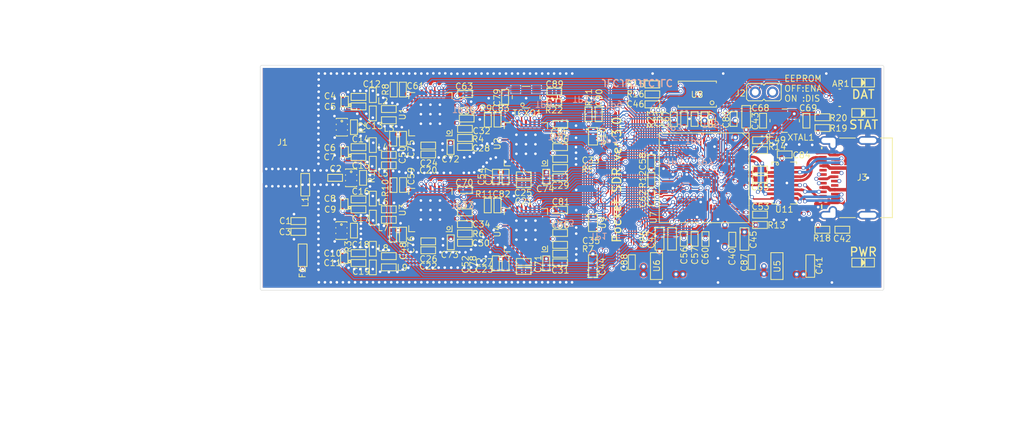
<source format=kicad_pcb>
(kicad_pcb (version 20240108) (generator "pcbnew") (generator_version "8.0")
  (layers (0 "F.Cu" signal) (1 "In1.Cu" signal) (2 "In2.Cu" signal) (31 "B.Cu" signal) (34 "B.Paste" user) (35 "F.Paste" user) (36 "B.SilkS" user "B.Silkscreen") (37 "F.SilkS" user "F.Silkscreen") (38 "B.Mask" user) (39 "F.Mask" user) (44 "Edge.Cuts" user))
  (net 0 "")
  (net 1 "GND")
  (net 2 "+3.3V")
  (net 3 "Net-(R11-P$1)")
  (net 4 "Net-(L3-P$1)")
  (net 5 "Net-(U1-LNAOUT_HI)")
  (net 6 "Net-(U1-MIXIN_HI)")
  (net 7 "Net-(TCXO1-OUT)")
  (net 8 "Net-(U1-XTAL)")
  (net 9 "Net-(R3-P$1)")
  (net 10 "Net-(L3-P$2)")
  (net 11 "Net-(R2-P$1)")
  (net 12 "/SDATA")
  (net 15 "/LOCK_A")
  (net 17 "/SCLK")
  (net 18 "/CSN_A")
  (net 19 "/Q1_A")
  (net 20 "/I1_A")
  (net 21 "/I0_A")
  (net 22 "/Q0_A")
  (net 23 "Net-(L4-P$1)")
  (net 24 "Net-(L5-P$1)")
  (net 25 "Net-(L4-P$2)")
  (net 26 "Net-(L5-P$2)")
  (net 27 "Net-(U1-LNAOUT_LO)")
  (net 28 "Net-(U1-MIXIN_LO)")
  (net 29 "Net-(L7-P$1)")
  (net 30 "Net-(L8-P$1)")
  (net 31 "Net-(L9-P$1)")
  (net 32 "Net-(L7-P$2)")
  (net 33 "Net-(L8-P$2)")
  (net 34 "Net-(L9-P$2)")
  (net 35 "Net-(RS1-RF1)")
  (net 36 "Net-(L2-P$1)")
  (net 37 "Net-(RS1-RF2)")
  (net 38 "Net-(R3-P$2)")
  (net 39 "Net-(RS2-RF1)")
  (net 40 "Net-(U2-LNAOUT_LO)")
  (net 41 "Net-(U2-MIXIN_LO)")
  (net 42 "Net-(U2-LNAOUT_HI)")
  (net 43 "Net-(U2-MIXIN_HI)")
  (net 44 "Net-(R6-P$1)")
  (net 45 "Net-(RS2-RF2)")
  (net 46 "Net-(J1-RF)")
  (net 47 "Net-(RD1-INPUT)")
  (net 48 "Net-(RS3-RF1)")
  (net 49 "Net-(U3-LNAOUT_LO)")
  (net 50 "Net-(U3-MIXIN_LO)")
  (net 51 "Net-(U3-LNAOUT_HI)")
  (net 52 "Net-(U3-MIXIN_HI)")
  (net 53 "Net-(RS3-RF2)")
  (net 54 "Net-(U3-XTAL)")
  (net 55 "Net-(RS4-RF1)")
  (net 56 "Net-(U4-LNAOUT_LO)")
  (net 57 "Net-(U4-MIXIN_LO)")
  (net 58 "Net-(U4-LNAOUT_HI)")
  (net 59 "Net-(U4-MIXIN_HI)")
  (net 60 "Net-(RS4-RF2)")
  (net 61 "Net-(U4-XTAL)")
  (net 62 "Net-(L2-P$2)")
  (net 63 "Net-(R9-P$1)")
  (net 64 "Net-(U2-XTAL)")
  (net 65 "/CSN_B")
  (net 66 "/Q1_B")
  (net 67 "/Q0_B")
  (net 68 "/I0_B")
  (net 69 "/I1_B")
  (net 72 "/LOCK_B")
  (net 74 "/CSN_C")
  (net 75 "/Q1_C")
  (net 76 "/Q0_C")
  (net 77 "/I0_C")
  (net 78 "/I1_C")
  (net 81 "/LOCK_C")
  (net 83 "/CSN_D")
  (net 84 "/Q1_D")
  (net 85 "/Q0_D")
  (net 86 "/I0_D")
  (net 87 "/I1_D")
  (net 90 "/LOCK_D")
  (net 92 "Net-(AR1-P1)")
  (net 93 "Net-(AR1-P3)")
  (net 94 "Net-(AR1-P5)")
  (net 97 "Net-(F1-P$1)")
  (net 98 "Net-(L6-P$1)")
  (net 99 "Net-(R4-P$1)")
  (net 100 "Net-(R5-P$1)")
  (net 101 "Net-(R7-P$1)")
  (net 102 "Net-(R4-P$2)")
  (net 103 "Net-(R5-P$2)")
  (net 104 "Net-(R6-P$2)")
  (net 105 "Net-(R7-P$2)")
  (net 106 "/VBUS")
  (net 107 "/+1.2V")
  (net 108 "Net-(J2-P2)")
  (net 109 "Net-(U11-TX+)")
  (net 110 "Net-(U11-TX-)")
  (net 111 "Net-(J3-CC1)")
  (net 112 "/SSTXP1")
  (net 113 "/SSTXN1")
  (net 114 "/USB2_DP")
  (net 115 "/USB2_DM")
  (net 117 "Net-(L6-P$2)")
  (net 118 "Net-(R1-P$1)")
  (net 119 "Net-(R1-P$2)")
  (net 120 "Net-(R2-P$2)")
  (net 121 "Net-(R8-P$1)")
  (net 122 "Net-(R10-P$1)")
  (net 123 "/LED1")
  (net 124 "/LED2")
  (net 125 "Net-(U7-SSTXP)")
  (net 126 "Net-(U7-SSTXM)")
  (net 127 "Net-(R17-P$1)")
  (net 128 "Net-(U7-XTALIN)")
  (net 129 "Net-(U7-XTALOUT)")
  (net 130 "Net-(R12-P$2)")
  (net 131 "Net-(R13-P$2)")
  (net 132 "Net-(R14-P$2)")
  (net 133 "/I2C_SDA")
  (net 134 "/I2C_SCL")
  (net 135 "/RF_SW_A")
  (net 136 "/RF_SW_B")
  (net 137 "/RF_SW_C")
  (net 138 "/RF_SW_D")
  (net 139 "/CLKOUT")
  (net 140 "/ADC_CLK_AB")
  (net 142 "/ADC_CLK_CD")
  (net 151 "/USB3_PORT_SEL")
  (net 154 "/PCLK")
  (net 167 "/PLL_CLK_B")
  (net 168 "/PLL_CLK_C")
  (net 169 "/PLL_CLK_D")
  (net 170 "/PLL_CLK_A")
  (net 171 "/SSRXN2")
  (net 172 "/SSRXP2")
  (net 173 "/SSTXP2")
  (net 174 "/SSTXN2")
  (net 175 "Net-(J3-CC2)")
  (net 177 "/SSRXN1")
  (net 178 "/SSRXP1")
  (net 179 "Net-(U11-RX-)")
  (net 180 "Net-(U11-RX+)")
  (net 183 "Net-(U5-NC)")
  (net 184 "Net-(U6-NC)")
  (net 185 "Net-(R21-P$2)")
  (net 187 "Net-(R23-P$1)")
  (net 188 "Net-(U9-Y1)")
  (footprint "pocket_sdr_v2.3:TP0.5" (layer "F.Cu") (at 155.8511 108.25)
    (property "Reference" "TP13")
    (property "Value" "~")
  )
  (footprint "pocket_sdr_v2.3:RF_DIV" (layer "F.Cu") (at 131.5011 103.75 90)
    (property "Reference" "RD1" (hide yes))
    (property "Value" "PD0922J5050S2HF")
  )
  (footprint "pocket_sdr_v2.3:RF_DIV" (layer "F.Cu") (at 130.4261 97.9 90)
    (property "Reference" "RD2" (hide yes))
    (property "Value" "PD0922J5050S2HF")
  )
  (footprint "pocket_sdr_v2.3:C1005" (layer "F.Cu") (at 155.6261 110.125 180)
    (property "Reference" "C38")
    (property "Value" "0.01uF")
  )
  (footprint "pocket_sdr_v2.3:TQFN28" (layer "F.Cu") (at 140.6511 107.475 90)
    (property "Reference" "U3")
    (property "Value" "MAX2771" (hide yes))
  )
  (footprint "pocket_sdr_v2.3:TQFN28" (layer "F.Cu") (at 140.6511 96.4 90)
    (property "Reference" "U1")
    (property "Value" "MAX2771" (hide yes))
  )
  (footprint "pocket_sdr_v2.3:C1005" (layer "F.Cu") (at 149.3311 103.62 -90)
    (property "Reference" "C77")
    (property "Value" "100pF")
  )
  (footprint "pocket_sdr_v2.3:TP0.5" (layer "F.Cu") (at 160.1011 109.7)
    (property "Reference" "TP1")
    (property "Value" "~")
  )
  (footprint "pocket_sdr_v2.3:C1005" (layer "F.Cu") (at 136.3511 99.23 -90)
    (property "Reference" "C50")
    (property "Value" "0.1uF")
  )
  (footprint "pocket_sdr_v2.3:C1005" (layer "F.Cu") (at 135.8511 107.4)
    (property "Reference" "L6")
    (property "Value" "5.6nH")
  )
  (footprint "pocket_sdr_v2.3:C1005" (layer "F.Cu") (at 155.6261 113.525 180)
    (property "Reference" "C31")
    (property "Value" "750pF")
  )
  (footprint "pocket_sdr_v2.3:XTAL_SMD" (layer "F.Cu") (at 181.5511 97.15)
    (property "Reference" "XTAL1")
    (property "Value" "CS05400-19.2M" (hide yes))
  )
  (footprint "pocket_sdr_v2.3:C1608" (layer "F.Cu") (at 159.4011 113.95 -90)
    (property "Reference" "C44")
    (property "Value" "22uF")
  )
  (footprint "pocket_sdr_v2.3:C1005" (layer "F.Cu") (at 132.3511 101.35)
    (property "Reference" "C7")
    (property "Value" "470pF")
  )
  (footprint "pocket_sdr_v2.3:C1005" (layer "F.Cu") (at 154.9511 95 180)
    (property "Reference" "R22")
    (property "Value" "100K")
  )
  (footprint "pocket_sdr_v2.3:C1005" (layer "F.Cu") (at 171.1511 96.95 -90)
    (property "Reference" "C67")
    (property "Value" "1uF")
  )
  (footprint "pocket_sdr_v2.3:TP0.5" (layer "F.Cu") (at 159.9511 94.725)
    (property "Reference" "TP14")
    (property "Value" "~")
  )
  (footprint "pocket_sdr_v2.3:C1005" (layer "F.Cu") (at 171.1511 110.8 -90)
    (property "Reference" "C57")
    (property "Value" "0.1uF")
  )
  (footprint "pocket_sdr_v2.3:XSON8_SOT833-1_NEX-L" (layer "F.Cu") (at 159.4261 108.95)
    (property "Reference" "U9")
    (property "Value" "74AVC9112GTX")
  )
  (footprint "pocket_sdr_v2.3:C1005" (layer "F.Cu") (at 155.6261 100.2 180)
    (property "Reference" "C36")
    (property "Value" "0.01uF")
  )
  (footprint "pocket_sdr_v2.3:C1005" (layer "F.Cu") (at 175.5011 110.9 -90)
    (property "Reference" "C40")
    (property "Value" "0.1uF")
  )
  (footprint "pocket_sdr_v2.3:C1005" (layer "F.Cu") (at 135.8511 95.8)
    (property "Reference" "L2")
    (property "Value" "5.6nH")
  )
  (footprint "pocket_sdr_v2.3:C1608" (layer "F.Cu") (at 125.9011 112.7 -90)
    (property "Reference" "F1")
    (property "Value" "FEMTOSMDC010F-2")
  )
  (footprint "pocket_sdr_v2.3:C1608" (layer "F.Cu") (at 168.5511 110.8 -90)
    (property "Reference" "C47")
    (property "Value" "22uF")
  )
  (footprint "pocket_sdr_v2.3:TP0.5" (layer "F.Cu") (at 171.0511 101.75)
    (property "Reference" "TP7")
    (property "Value" "~")
  )
  (footprint "pocket_sdr_v2.3:C1005" (layer "F.Cu") (at 144.6211 110.19 180)
    (property "Reference" "R6")
    (property "Value" "15K")
  )
  (footprint "pocket_sdr_v2.3:SMA-ANG" (layer "F.Cu") (at 119.4011 103.75 90)
    (property "Reference" "J1")
    (property "Value" "SMA-ANG")
  )
  (footprint "pocket_sdr_v2.3:C1005" (layer "F.Cu") (at 137.4911 104.58 90)
    (property "Reference" "C59")
    (property "Value" "0.1uF")
  )
  (footprint "pocket_sdr_v2.3:TQFN28" (layer "F.Cu") (at 151.6761 109.8 90)
    (property "Reference" "U4")
    (property "Value" "MAX2771" (hide yes))
  )
  (footprint "pocket_sdr_v2.3:C1005" (layer "F.Cu") (at 134.0011 96.3 90)
    (property "Reference" "C13")
    (property "Value" "1.1pF")
  )
  (footprint "pocket_sdr_v2.3:PINH-2MM-2P" (layer "F.Cu") (at 179.1511 93.85 -90)
    (property "Reference" "J2")
    (property "Value" "PINH_2MM_2P")
  )
  (footprint "pocket_sdr_v2.3:C1005" (layer "F.Cu") (at 134.0011 106.15 -90)
    (property "Reference" "C16")
    (property "Value" "1.7pF")
  )
  (footprint "pocket_sdr_v2.3:C1005" (layer "F.Cu") (at 172.4011 110.825 -90)
    (property "Reference" "C60")
    (property "Value" "0.1uF")
  )
  (footprint "pocket_sdr_v2.3:C1005" (layer "F.Cu") (at 178.7011 103.9 180)
    (property "Reference" "C65")
    (property "Value" "0.1uF")
  )
  (footprint "pocket_sdr_v2.3:LED_1608" (layer "F.Cu") (at 190.6011 92.75)
    (property "Reference" "LED3" (hide yes))
    (property "Value" "LED1608")
  )
  (footprint "pocket_sdr_v2.3:C1005" (layer "F.Cu") (at 178.7011 100.55 180)
    (property "Reference" "R14")
    (property "Value" "200 1%")
  )
  (footprint "pocket_sdr_v2.3:BGA-121" (layer "F.Cu") (at 172.2511 103.75 -90)
    (property "Reference" "U7")
    (property "Value" "CYUSB3014-BZXC")
  )
  (footprint "pocket_sdr_v2.3:C1005" (layer "F.Cu") (at 132.3511 100.2)
    (property "Reference" "C6")
    (property "Value" "470pF")
  )
  (footprint "pocket_sdr_v2.3:C1005" (layer "F.Cu") (at 155.6411 97.54)
    (property "Reference" "C85")
    (property "Value" "0.1uF")
  )
  (footprint "pocket_sdr_v2.3:C1005" (layer "F.Cu") (at 148.3961 106.94 90)
    (property "Reference" "C82")
    (property "Value" "0.1uF")
  )
  (footprint "pocket_sdr_v2.3:C1005" (layer "F.Cu") (at 148.2111 103.61 -90)
    (property "Reference" "C54")
    (property "Value" "0.1uF")
  )
  (footprint "pocket_sdr_v2.3:TP0.5" (layer "F.Cu") (at 168.7511 97.05)
    (property "Reference" "TP3")
    (property "Value" "~")
  )
  (footprint "pocket_sdr_v2.3:C1005" (layer "F.Cu") (at 140.4011 100.025)
    (property "Reference" "C24")
    (property "Value" "470pF")
  )
  (footprint "pocket_sdr_v2.3:PG-TSLP-6-4_INF" (layer "F.Cu") (at 130.7511 94.95 180)
    (property "Reference" "RS1" (hide yes))
    (property "Value" "BGS12P2L6E6327XTSA1")
  )
  (footprint "pocket_sdr_v2.3:C1608" (layer "F.Cu") (at 184.5011 113.95 90)
    (property "Reference" "C41")
    (property "Value" "22uF")
  )
  (footprint "pocket_sdr_v2.3:TP0.5" (layer "F.Cu") (at 173.0011 96.75)
    (property "Reference" "TP5")
    (property "Value" "~")
  )
  (footprint "pocket_sdr_v2.3:C1005" (layer "F.Cu") (at 188.2011 109.75 180)
    (property "Reference" "C42")
    (property "Value" "0.1uF")
  )
  (footprint "pocket_sdr_v2.3:C1005" (layer "F.Cu") (at 166.1511 106.1 -90)
    (property "Reference" "C62")
    (property "Value" "0.1uF")
  )
  (footprint "pocket_sdr_v2.3:C1005" (layer "F.Cu") (at 131.8261 109.85 90)
    (property "Reference" "R3")
    (property "Value" "100")
  )
  (footprint "pocket_sdr_v2.3:C1005" (layer "F.Cu") (at 137.4811 99.24 -90)
    (property "Reference" "C75")
    (property "Value" "100pF")
  )
  (footprint "pocket_sdr_v2.3:C1005" (layer "F.Cu") (at 169.9011 110.8 -90)
    (property "Reference" "C56")
    (property "Value" "0.1uF")
  )
  (footprint "pocket_sdr_v2.3:C1608" (layer "F.Cu") (at 176.9011 110.82 -90)
    (property "Reference" "C45")
    (property "Value" "22uF")
  )
  (footprint "pocket_sdr_v2.3:C1005" (layer "F.Cu") (at 147.2811 97.03 90)
    (property "Reference" "R9")
    (property "Value" "10K")
  )
  (footprint "pocket_sdr_v2.3:C1005" (layer "F.Cu") (at 172.3011 96.95 -90)
    (property "Reference" "R17")
    (property "Value" "100K")
  )
  (footprint "pocket_sdr_v2.3:C1005" (layer "F.Cu") (at 144.6411 98.1)
    (property "Reference" "C32")
    (property "Value" "15pF")
  )
  (footprint "pocket_sdr_v2.3:C1005" (layer "F.Cu") (at 184.0511 97.15 90)
    (property "Reference" "C69")
    (property "Value" "13pF")
  )
  (footprint "pocket_sdr_v2.3:C1005" (layer "F.Cu") (at 151.4261 104.475)
    (property "Reference" "C21")
    (property "Value" "470pF")
  )
  (footprint "pocket_sdr_v2.3:C1005" (layer "F.Cu") (at 155.6311 107.45)
    (property "Reference" "C81")
    (property "Value" "0.1uF")
  )
  (footprint "pocket_sdr_v2.3:C1005" (layer "F.Cu") (at 155.6261 101.55)
    (property "Reference" "C33")
    (property "Value" "15pF")
  )
  (footprint "pocket_sdr_v2.3:C1005" (layer "F.Cu") (at 134.0011 102.12 90)
    (property "Reference" "C15")
    (property "Value" "1.1pF")
  )
  (footprint "pocket_sdr_v2.3:PG-TSLP-6-4_INF" (layer "F.Cu") (at 130.7511 100.775 180)
    (property "Reference" "RS2" (hide yes))
    (property "Value" "BGS12P2L6E6327XTSA1")
  )
  (footprint "pocket_sdr_v2.3:C1005" (layer "F.Cu") (at 148.4061 97.03 90)
    (property "Reference" "C83")
    (property "Value" "0.1uF")
  )
  (footprint "pocket_sdr_v2.3:C1005" (layer "F.Cu") (at 136.3411 110.31 -90)
    (property "Reference" "C48")
    (property "Value" "0.1uF")
  )
  (footprint "pocket_sdr_v2.3:C1005" (layer "F.Cu") (at 136.3811 104.59 90)
    (property "Reference" "R10")
    (property "Value" "10K")
  )
  (footprint "pocket_sdr_v2.3:C1608" (layer "F.Cu") (at 167.1011 110.8 90)
    (property "Reference" "C86")
    (property "Value" "22uF")
  )
  (footprint "pocket_sdr_v2.3:LED_1608" (layer "F.Cu") (at 190.6011 96.25)
    (property "Reference" "LED2" (hide yes))
    (property "Value" "LED1608")
  )
  (footprint "pocket_sdr_v2.3:C1005" (layer "F.Cu") (at 178.7011 108)
    (property "Reference" "C53")
    (property "Value" "0.1uF")
  )
  (footprint "pocket_sdr_v2.3:C1005" (layer "F.Cu") (at 149.2761 94.4 -90)
    (property "Reference" "C79")
    (property "Value" "0.1uF")
  )
  (footprint "pocket_sdr_v2.3:TP0.5" (layer "F.Cu") (at 153.7511 94.55)
    (property "Reference" "TP8")
    (property "Value" "~")
  )
  (footprint "pocket_sdr_v2.3:TSSOP_8P" (layer "F.Cu") (at 171.4611 94.08 90)
    (property "Reference" "U8")
    (property "Value" "AT24CM01-XHM")
  )
  (footprint "pocket_sdr_v2.3:C1005" (layer "F.Cu") (at 155.6261 102.625 180)
    (property "Reference" "R5")
    (property "Value" "15K")
  )
  (footprint "pocket_sdr_v2.3:PG-TSLP-6-4_INF" (layer "F.Cu") (at 130.7011 113.025 180)
    (property "Reference" "RS4" (hide yes))
    (property "Value" "BGS12P2L6E6327XTSA1")
  )
  (footprint "pocket_sdr_v2.3:TP0.5" (layer "F.Cu") (at 161.3011 98.375)
    (property "Reference" "TP2")
    (property "Value" "~")
  )
  (footprint "pocket_sdr_v2.3:C1005" (layer "F.Cu") (at 144.6411 100.18 180)
    (property "Reference" "C28")
    (property "Value" "750pF")
  )
  (footprint "pocket_sdr_v2.3:C1005" (layer "F.Cu") (at 144.8411 96.9 180)
    (property "Reference" "C39")
    (property "Value" "0.01uF")
  )
  (footprint "pocket_sdr_v2.3:C1005" (layer "F.Cu") (at 147.2711 106.94 90)
    (property "Reference" "R11")
    (property "Value" "10K")
  )
  (footprint "pocket_sdr_v2.3:C1005" (layer "F.Cu") (at 154.0261 103.62 -90)
    (property "Reference" "C74")
    (property "Value" "0.1uF")
  )
  (footprint "pocket_sdr_v2.3:C1005" (layer "F.Cu") (at 160.0761 96.4 90)
    (property "Reference" "C90")
    (property "Value" "0.1uF")
  )
  (footprint "pocket_sdr_v2.3:PG-TSLP-6-4_INF" (layer "F.Cu") (at 130.7136 106.800001 180)
    (property "Reference" "RS3" (hide yes))
    (property "Value" "BGS12P2L6E6327XTSA1")
  )
  (footprint "pocket_sdr_v2.3:C1005" (layer "F.Cu") (at 151.4211 114.5)
    (property "Reference" "C23")
    (property "Value" "470pF")
  )
  (footprint "pocket_sdr_v2.3:USB4080-03-A_GCT" (layer "F.Cu") (at 189.9011 103.75 90)
    (property "Reference" "J3")
    (property "Value" "USB4080-03-A")
  )
  (footprint "pocket_sdr_v2.3:C1005" (layer "F.Cu") (at 155.6261 112.525 180)
    (property "Reference" "R7")
    (property "Value" "15K")
  )
  (footprint "pocket_sdr_v2.3:C1005" (layer "F.Cu") (at 132.3511 112.45)
    (property "Reference" "C10")
    (property "Value" "470pF")
  )
  (footprint "pocket_sdr_v2.3:C1005" (layer "F.Cu") (at 154.9511 93.775)
    (property "Reference" "C89")
    (property "Value" "0.01uF")
  )
  (footprint "pocket_sdr_v2.3:C1005" (layer "F.Cu") (at 144.6211 109.11)
    (property "Reference" "C34")
    (property "Value" "15pF")
  )
  (footprint "pocket_sdr_v2.3:RF_DIV" (layer "F.Cu") (at 130.3761 109.85 90)
    (property "Reference" "RD3" (hide yes))
    (property "Value" "PD0922J5050S2HF")
  )
  (footprint "pocket_sdr_v2.3:C1005" (layer "F.Cu") (at 168.7511 96.975 -90)
    (property "Reference" "R23")
    (property "Value" "330")
  )
  (footprint "pocket_sdr_v2.3:TCXO" (layer "F.Cu") (at 151.7011 94.425)
    (property "Reference" "TCXO1")
    (property "Value" "TG2520SMN 24.0000M-MCGNNM3" (hide yes))
  )
  (footprint "pocket_sdr_v2.3:C1005" (layer "F.Cu") (at 144.6411 94.06)
    (property "Reference" "C63")
    (property "Value" "0.1uF")
  )
  (footprint "pocket_sdr_v2.3:C1005" (layer "F.Cu") (at 143.0011 111.2 -90)
    (property "Reference" "C73")
    (property "Value" "0.1uF")
  )
  (footprint "pocket_sdr_v2.3:XSON8_SOT833-1_NEX-L" (layer "F.Cu") (at 159.4261 98.95)
    (property "Reference" "U10")
    (property "Value" "74AVC9112GTX")
  )
  (footprint "pocket_sdr_v2.3:C1005" (layer "F.Cu") (at 185.9011 98 180)
    (property "Reference" "R19")
    (property "Value" "5.1K")
  )
  (footprint "pocket_sdr_v2.3:C1005" (layer "F.Cu") (at 166.1511 104 90)
    (property "Reference" "R12")
    (property "Value" "10K")
  )
  (footprint "pocket_sdr_v2.3:C1005" (layer "F.Cu") (at 140.4011 101.05)
    (property "Reference" "C20")
    (property "Value" "470pF")
  )
  (footprint "pocket_sdr_v2.3:C1005" (layer "F.Cu") (at 132.3511 106.25)
    (property "Reference" "C8")
    (property "Value" "470pF")
  )
  (footprint "pocket_sdr_v2.3:C1005" (layer "F.Cu") (at 181.5511 101.05)
    (property "Reference" "C84")
    (property "Value" "0.1uF")
  )
  (footprint "pocket_sdr_v2.3:C1005" (layer "F.Cu") (at 148.2011 113.62 -90)
    (property "Reference" "C52")
    (property "Value" "0.1uF")
  )
  (footprint "pocket_sdr_v2.3:C1005" (layer "F.Cu") (at 134.0011 108.35 90)
    (property "Reference" "C17")
    (property "Value" "1.1pF")
  )
  (footprint "pocket_sdr_v2.3:C1005" (layer "F.Cu") (at 155.6261 111.5)
    (property "Reference" "C35")
    (property "Value" "15pF")
  )
  (footprint "pocket_sdr_v2.3:C1005" (layer "F.Cu") (at 125.4011 110)
    (property "Reference" "C3")
    (property "Value" "0.1uF")
  )
  (footprint "pocket_sdr_v2.3:SOT23" (layer "F.Cu") (at 180.6511 113.95 90)
    (property "Reference" "U5")
    (property "Value" "SPX3819M5-L-1-2/TR")
  )
  (footprint "pocket_sdr_v2.3:C1005" (layer "F.Cu") (at 131.8261 97.9 90)
    (property "Reference" "R2")
    (property "Value" "100")
  )
  (footprint "pocket_sdr_v2.3:C1005" (layer "F.Cu") (at 137.4811 110.31 -90)
    (property "Reference" "C76")
    (property "Value" "100pF")
  )
  (footprint "pocket_sdr_v2.3:TP0.5" (layer "F.Cu") (at 144.5011 105.975)
    (property "Reference" "TP12")
    (property "Value" "~")
  )
  (footprint "pocket_sdr_v2.3:C1005" (layer "F.Cu") (at 129.6511 103.75)
    (property "Reference" "C2")
    (property "Value" "470pF")
  )
  (footprint "pocket_sdr_v2.3:C1005" (layer "F.Cu") (at 177.7511 113.5 -90)
    (property "Reference" "C87")
    (property "Value" "0.1uF")
  )
  (footprint "pocket_sdr_v2.3:TP0.5" (layer "F.Cu") (at 170.2511 101.75)
    (property "Reference" "TP4")
    (property "Value" "~")
  )
  (footprint "pocket_sdr_v2.3:EXB28V" (layer "F.Cu") (at 187.9011 94.5 90)
    (property "Reference" "AR1")
    (property "Value" "1K x 4" (hide yes))
  )
  (footprint "pocket_sdr_v2.3:C1005" (layer "F.Cu") (at 144.6311 105.15)
    (property "Reference" "C70")
    (property "Value" "0.1uF")
  )
  (footprint "pocket_sdr_v2.3:TP0.5" (layer "F.Cu") (at 160.5511 95.175)
    (property "Reference" "TP9")
    (property "Value" "~")
  )
  (footprint "pocket_sdr_v2.3:C1005" (layer "F.Cu") (at 166.2711 95.26 180)
    (property "Reference" "C46")
    (property "Value" "0.1uF")
  )
  (footprint "pocket_sdr_v2.3:20TQFN-ZB_PI3USB302-A_DIO" (layer "F.Cu") (at 181.5073 104.349999)
    (property "Reference" "U11")
    (property "Value" "PI3USB302-AZBEX")
  )
  (footprint "pocket_sdr_v2.3:C1005" (layer "F.Cu") (at 158.9011 96.4 90)
    (property "Reference" "R21")
    (property "Value" "100K")
  )
  (footprint "pocket_sdr_v2.3:TP0.5" (layer "F.Cu") (at 171.0511 100.15)
    (property "Reference" "TP6")
    (property "Value" "~")
  )
  (footprint "pocket_sdr_v2.3:C1005" (layer "F.Cu") (at 135.8511 114.1)
    (property "Reference" "L9")
    (property "Value" "8.4nH")
  )
  (footprint "pocket_sdr_v2.3:C1005" (layer "F.Cu") (at 132.8761 103.75 90)
    (property "Reference" "R1")
    (property "Value" "100")
  )
  (footprint "pocket_sdr_v2.3:C1005" (layer "F.Cu") (at 151.4261 103.475)
    (property "Reference" "C25")
    (property "Value" "470pF")
  )
  (footprint "pocket_sdr_v2.3:C1005" (layer "F.Cu") (at 132.3511 107.4)
    (property "Reference" "C9")
    (property "Value" "470pF")
  )
  (footprint "pocket_sdr_v2.3:C1005" (layer "F.Cu") (at 135.8511 101.1)
    (property "Reference" "L4")
    (property "Value" "5.6nH")
  )
  (footprint "pocket_sdr_v2.3:LED_1608" (layer "F.Cu") (at 190.6011 113.55)
    (property "Reference" "LED1" (hide yes))
    (property "Value" "LED1608")
  )
  (footprint "pocket_sdr_v2.3:C1005" (layer "F.Cu") (at 185.9011 96.75 180)
    (property "Reference" "R20")
    (property "Value" "10K")
  )
  (footprint "pocket_sdr_v2.3:C1005" (layer "F.Cu") (at 149.3211 113.62 -90)
    (property "Reference" "C78")
    (property "Value" "100pF")
  )
  (footprint "pocket_sdr_v2.3:C1005" (layer "F.Cu") (at 132.3511 113.6)
    (property "Reference" "C11")
    (property "Value" "470pF")
  )
  (footprint "pocket_sdr_v2.3:SOT23" (layer "F.Cu") (at 166.7511 113.95 90)
    (property "Reference" "U6")
    (property "Value" "SPX3819M5-L-3-3/TR")
  )
  (footprint "pocket_sdr_v2.3:MS300-10F" (layer "F.Cu") (at 142.6011 103.75)
    (property "Reference" "J6" (hide yes))
    (property "Value" "MS300-10F")
  )
  (footprint "pocket_sdr_v2.3:TQFN28" (layer "F.Cu") (at 151.6761 99.875 90)
    (property "Reference" "U2")
    (property "Value" "MAX2771" (hide yes))
  )
  (footprint "pocket_sdr_v2.3:C1005" (layer "F.Cu") (at 166.2711 94.1 180)
    (property "Reference" "R16")
    (property "Value" "2.2K")
  )
  (footprint "pocket_sdr_v2.3:C1005" (layer "F.Cu") (at 142.9811 100.2 -90)
    (property "Reference" "C72")
    (property "Value" "0.1uF")
  )
  (footprint "pocket_sdr_v2.3:C1005" (layer "F.Cu") (at 134.0011 111.95 -90)
    (property "Reference" "C18")
    (property "Value" "1.7pF")
  )
  (footprint "pocket_sdr_v2.3:C1005" (layer "F.Cu") (at 134.0011 94.2 -90)
    (property "Reference" "C12")
    (property "Value" "1.7pF")
  )
  (footprint "pocket_sdr_v2.3:C1005" (layer "F.Cu") (at 178.7011 99.4)
    (property "Reference" "C49")
    (property "Value" "0.1uF")
  )
  (footprint "pocket_sdr_v2.3:C1005" (layer "F.Cu") (at 178.7011 109.2 180)
    (property "Reference" "R13")
    (property "Value" "6.04K 1%")
  )
  (footprint "pocket_sdr_v2.3:C1005" (layer "F.Cu") (at 135.8511 112.8)
    (property "Reference" "L8")
    (property "Value" "5.6nH")
  )
  (footprint "pocket_sdr_v2.3:C1005" (layer "F.Cu") (at 125.4011 108.75)
    (property "Reference" "C1")
    (property "Value" "100pF")
  )
  (footprint "pocket_sdr_v2.3:C1005" (layer "F.Cu") (at 132.3511 94.4)
    (property "Reference" "C4")
    (property "Value" "470pF")
  )
  (footprint "pocket_sdr_v2.3:C1005" (layer "F.Cu") (at 140.4011 112.125)
    (property "Reference" "C22")
    (property "Value" "470pF")
  )
  (footprint "pocket_sdr_v2.3:TP0.5" (layer "F.Cu") (at 144.5011 94.9)
    (property "Reference" "TP10")
    (property "Value" "~")
  )
  (footprint "pocket_sdr_v2.3:C1005" (layer "F.Cu") (at 169.9511 96.95 90)
    (property "Reference" "C51")
    (property "Value" "0.1uF")
  )
  (footprint "pocket_sdr_v2.3:C1005" (layer "F.Cu") (at 166.2711 92.95 180)
    (property "Reference" "R15")
    (property "Value" "2.2K")
  )
  (footprint "pocket_sdr_v2.3:C1005" (layer "F.Cu") (at 136.4211 93.55 90)
    (property "Reference" "R8")
    (property "Value" "10K")
  )
  (footprint "pocket_sdr_v2.3:C1005" (layer "F.Cu") (at 155.6261 103.7 180)
    (property "Reference" "C29")
    (property "Value" "750pF")
  )
  (footprint "pocket_sdr_v2.3:C1005" (layer "F.Cu") (at 135.8511 108.6)
    (property "Reference" "L7")
    (property "Value" "8.4nH")
  )
  (footprint "pocket_sdr_v2.3:C1005" (layer "F.Cu") (at 166.1511 101.9 90)
    (property "Reference" "C58")
    (property "Value" "0.1uF")
  )
  (footprint "pocket_sdr_v2.3:C1005" (layer "F.Cu") (at 154.0211 113.63 -90)
    (property "Reference" "C71")
    (property "Value" "0.1uF")
  )
  (footprint "pocket_sdr_v2.3:C1005" (layer "F.Cu") (at 151.4261 113.475)
    (property "Reference" "C27")
    (property "Value" "470pF")
  )
  (footprint "pocket_sdr_v2.3:C1005" (layer "F.Cu") (at 140.4011 111.1)
    (property "Reference" "C26")
    (property "Value" "470pF")
  )
  (footprint "pocket_sdr_v2.3:C1005" (layer "F.Cu") (at 179.0511 97.15 -90)
    (property "Reference" "C68")
    (property "Value" "13pF")
  )
  (footprint "pocket_sdr_v2.3:C1005" (layer "F.Cu") (at 144.6261 107.75 180)
    (property "Reference" "C37")
    (property "Value" "0.01uF")
  )
  (footprint "pocket_sdr_v2.3:C1005" (layer "F.Cu") (at 178.7011 102.8 180)
    (property "Reference" "C64" (hide yes))
    (property "Value" "0.1uF")
  )
  (footprint "pocket_sdr_v2.3:C1005" (layer "F.Cu") (at 175.6511 96.95 90)
    (property "Reference" "C80")
    (property "Value" "0.1uF")
  )
  (footprint "pocket_sdr_v2.3:C1005" (layer "F.Cu") (at 132.3511 95.5)
    (property "Reference" "C5")
    (property "Value" "470pF")
  )
  (footprint "pocket_sdr_v2.3:C1608" (layer "F.Cu") (at 177.1011 96.7 90)
    (property "Reference" "C43")
    (property "Value" "22uF")
  )
  (footprint "pocket_sdr_v2.3:C1005" (layer "F.Cu") (at 134.0011 114.1 90)
    (property "Reference" "C19")
    (property "Value" "1.1pF")
  )
  (footprint "pocket_sdr_v2.3:C1005" (layer "F.Cu") (at 137.4711 93.55 90)
    (property "Reference" "C61")
    (property "Value" "0.1uF")
  )
  (footprint "pocket_sdr_v2.3:C1005" (layer "F.Cu") (at 144.6311 111.25 180)
    (property "Reference" "C30")
    (property "Value" "750pF")
  )
  (footprint "pocket_sdr_v2.3:C1005" (layer "F.Cu") (at 134.0011 99.97 -90)
    (property "Reference" "C14")
    (property "Value" "1.7pF")
  )
  (footprint "pocket_sdr_v2.3:C1005" (layer "F.Cu") (at 185.9011 109.75 180)
    (property "Reference" "R18")
    (property "Value" "5.1K")
  )
  (footprint "pocket_sdr_v2.3:C1005" (layer "F.Cu") (at 163.9011 113.5 -90)
    (property "Reference" "C88")
    (property "Value" "0.1uF")
  )
  (footprint "pocket_sdr_v2.3:C1608" (layer "F.Cu") (at 126.2011 104.55 90)
    (property "Reference" "L1")
    (property "Value" "68nH")
  )
  (footprint "pocket_sdr_v2.3:C1005" (layer "F.Cu") (at 144.6411 99.14 180)
    (property "Reference" "R4")
    (property "Value" "15K")
  )
  (footprint "pocket_sdr_v2.3:C1005" (layer "F.Cu") (at 135.8511 97.1)
    (property "Reference" "L3")
    (property "Value" "8.4nH")
  )
  (footprint "pocket_sdr_v2.3:C1005" (layer "F.Cu") (at 135.8511 102.3)
    (property "Reference" "L5")
    (property "Value" "8.4nH")
  )
  (footprint "pocket_sdr_v2.3:TP0.5" (layer "F.Cu") (at 155.6011 98.275)
    (property "Reference" "TP11")
    (property "Value" "~")
  )
  (gr_line (start 192.8011 116.75) (end 121.2011 116.75) (stroke (width 0.05)) (layer "Edge.Cuts"))
  (gr_arc (start 192.8011 90.75) (mid 192.942522 90.808578) (end 193.0011 90.95) (stroke (width 0.05)) (layer "Edge.Cuts"))
  (gr_line (start 121.2011 90.75) (end 192.8011 90.75) (stroke (width 0.05)) (layer "Edge.Cuts"))
  (gr_arc (start 121.0011 90.95) (mid 121.059678 90.808578) (end 121.2011 90.75) (stroke (width 0.05)) (layer "Edge.Cuts"))
  (gr_line (start 193.0011 90.95) (end 193.0011 116.55) (stroke (width 0.05)) (layer "Edge.Cuts"))
  (gr_arc (start 193.0011 116.55) (mid 192.942522 116.691422) (end 192.8011 116.75) (stroke (width 0.05)) (layer "Edge.Cuts"))
  (gr_arc (start 121.2011 116.75) (mid 121.059678 116.691422) (end 121.0011 116.55) (stroke (width 0.05)) (layer "Edge.Cuts"))
  (gr_line (start 121.0011 116.55) (end 121.0011 90.95) (stroke (width 0.05)) (layer "Edge.Cuts"))
  (gr_text "JLCJLCJLCJLC" (at 160.3011 92.3 180) (layer "B.SilkS") (effects (font (size 0.8 0.8) (thickness 0.15) (bold yes)) (justify left bottom mirror)))
  (gr_text "PWR" (at 188.9511 112.9 0) (layer "F.SilkS") (effects (font (size 1 1)) (justify left bottom)))
  (gr_text "Pocket SDR ver.3.0" (at 162.7511 111.35 90) (layer "F.SilkS") (effects (font (size 1 1)) (justify left bottom)))
  (gr_text "EEPROM\nOFF:ENA\nON :DIS" (at 181.4511 95 0) (layer "F.SilkS") (effects (font (size 0.715264 0.715264) (thickness 0.097536)) (justify left bottom)))
  (gr_text "STAT" (at 188.9011 98.2 0) (layer "F.SilkS") (effects (font (size 1 1)) (justify left bottom)))
  (gr_text "DAT" (at 189.2011 94.7 0) (layer "F.SilkS") (effects (font (size 1 1)) (justify left bottom)))
  (segment (start 181.7573 102.152899) (end 181.7573 101.3438) (width 0.254) (layer "F.Cu") (net 1))
  (segment (start 181.5073 103.3874) (end 181.5073 104.349999) (width 0.254) (layer "F.Cu") (net 1))
  (segment (start 181.2573 104.099999) (end 181.5073 104.349999) (width 0.254) (layer "F.Cu") (net 1))
  (segment (start 171.4511 107.749999) (end 171.4511 108.28) (width 0.3048) (layer "F.Cu") (net 1))
  (segment (start 180.3135 104.099999) (end 181.2573 104.099999) (width 0.254) (layer "F.Cu") (net 1))
  (segment (start 180.3135 102.6) (end 180.7199 102.6) (width 0.254) (layer "F.Cu") (net 1))
  (segment (start 169.051101 102.15) (end 169.0011 102.099999) (width 0.1524) (layer "F.Cu") (net 1))
  (segment (start 168.251101 100.55) (end 168.251101 101.35) (width 0.1524) (layer "F.Cu") (net 1))
  (segment (start 168.251101 100.55) (end 168.251101 99.75) (width 0.1524) (layer "F.Cu") (net 1))
  (segment (start 171.4511 108.28) (end 171.4411 108.29) (width 0.254) (layer "F.Cu") (net 1))
  (segment (start 181.7573 102.152899) (end 181.7573 104.099999) (width 0.254) (layer "F.Cu") (net 1))
  (segment (start 181.7573 104.599999) (end 181.5073 104.349999) (width 0.254) (layer "F.Cu") (net 1))
  (segment (start 181.7573 101.3438) (end 182.0511 101.05) (width 0.254) (layer "F.Cu") (net 1))
  (segment (start 181.7573 104.099999) (end 181.5073 104.349999) (width 0.254) (layer "F.Cu") (net 1))
  (segment (start 169.0011 102.099999) (end 169.0011 101.400001) (width 0.1524) (layer "F.Cu") (net 1))
  (segment (start 169.0011 101.400001) (end 169.051101 101.35) (width 0.1524) (layer "F.Cu") (net 1))
  (segment (start 181.7573 106.547099) (end 181.7573 104.599999) (width 0.254) (layer "F.Cu") (net 1))
  (segment (start 180.7199 102.6) (end 181.5073 103.3874) (width 0.254) (layer "F.Cu") (net 1))
  (via (at 131.8511 111.75) (size 0.45) (drill 0.3) (layers "F.Cu" "B.Cu") (net 1))
  (via (at 132.5511 114.3) (size 0.45) (drill 0.3) (layers "F.Cu" "B.Cu") (net 1))
  (via (at 129.6011 106.4) (size 0.45) (drill 0.3) (layers "F.Cu" "B.Cu") (net 1))
  (via (at 142.0511 99.8) (size 0.45) (drill 0.3) (layers "F.Cu" "B.Cu") (net 1))
  (via (at 127.7261 107.375) (size 0.45) (drill 0.3) (layers "F.Cu" "B.Cu") (net 1))
  (via (at 134.0011 105.85) (size 0.45) (drill 0.3) (layers "F.Cu" "B.Cu") (net 1))
  (via (at 138.5011 103.1777) (size 0.45) (drill 0.3) (layers "F.Cu" "B.Cu") (net 1))
  (via (at 145.706699 103.126961) (size 0.45) (drill 0.3) (layers "F.Cu" "B.Cu") (net 1))
  (via (at 157.4611 99.125) (size 0.45) (drill 0.3) (layers "F.Cu" "B.Cu") (net 1))
  (via (at 147.9511 91.7) (size 0.45) (drill 0.3) (layers "F.Cu" "B.Cu") (net 1))
  (via (at 125.8761 104.55) (size 0.45) (drill 0.3) (layers "F.Cu" "B.Cu") (net 1))
  (via (at 129.3011 112.25) (size 0.45) (drill 0.3) (layers "F.Cu" "B.Cu") (net 1))
  (via (at 145.1761 91.7) (size 0.45) (drill 0.3) (layers "F.Cu" "B.Cu") (net 1))
  (via (at 127.7261 105.3) (size 0.45) (drill 0.3) (layers "F.Cu" "B.Cu") (net 1))
  (via (at 150.3011 105.85) (size 0.45) (drill 0.3) (layers "F.Cu" "B.Cu") (net 1))
  (via (at 133.2511 93.7) (size 0.45) (drill 0.3) (layers "F.Cu" "B.Cu") (net 1))
  (via (at 128.6761 104.55) (size 0.45) (drill 0.3) (layers "F.Cu" "B.Cu") (net 1))
  (via (at 127.7261 109.45) (size 0.45) (drill 0.3) (layers "F.Cu" "B.Cu") (net 1))
  (via (at 157.4811 107.49) (size 0.45) (drill 0.3) (layers "F.Cu" "B.Cu") (net 1))
  (via (at 141.610565 101.403762) (size 0.45) (drill 0.3) (layers "F.Cu" "B.Cu") (net 1))
  (via (at 147.2511 115.825) (size 0.45) (drill 0.3) (layers "F.Cu" "B.Cu") (net 1))
  (via (at 134.7261 115.825) (size 0.45) (drill 0.3) (layers "F.Cu" "B.Cu") (net 1))
  (via (at 133.2511 111.75) (size 0.45) (drill 0.3) (layers "F.Cu" "B.Cu") (net 1))
  (via (at 163.0761 104.0064) (size 0.45) (drill 0.3) (layers "F.Cu" "B.Cu") (net 1))
  (via (at 141.0011 115.825) (size 0.45) (drill 0.3) (layers "F.Cu" "B.Cu") (net 1))
  (via (at 135.3511 97.8) (size 0.45) (drill 0.3) (layers "F.Cu" "B.Cu") (net 1))
  (via (at 134.6511 97.45) (size 0.45) (drill 0.3) (layers "F.Cu" "B.Cu") (net 1))
  (via (at 140.3011 91.7) (size 0.45) (drill 0.3) (layers "F.Cu" "B.Cu") (net 1))
  (via (at 162.9511 114) (size 0.45) (drill 0.3) (layers "F.Cu" "B.Cu") (net 1))
  (via (at 181.7261 99.9) (size 0.45) (drill 0.3) (layers "F.Cu" "B.Cu") (net 1))
  (via (at 142.2011 103.1782) (size 0.45) (drill 0.3) (layers "F.Cu" "B.Cu") (net 1))
  (via (at 135.4261 91.7) (size 0.45) (drill 0.3) (layers "F.Cu" "B.Cu") (net 1))
  (via (at 171.8511 106.55) (size 0.45) (drill 0.3) (layers "F.Cu" "B.Cu") (net 1))
  (via (at 130.0511 102.9) (size 0.45) (drill 0.3) (layers "F.Cu" "B.Cu") (net 1))
  (via (at 150.0511 115.825) (size 0.45) (drill 0.3) (layers "F.Cu" "B.Cu") (net 1))
  (via (at 157.4611 97.725) (size 0.45) (drill 0.3) (layers "F.Cu" "B.Cu") (net 1))
  (via (at 157.4811 110.2) (size 0.45) (drill 0.3) (layers "F.Cu" "B.Cu") (net 1))
  (via (at 141.8011 112.35) (size 0.45) (drill 0.3) (layers "F.Cu" "B.Cu") (net 1))
  (via (at 129.3761 102.9) (size 0.45) (drill 0.3) (layers "F.Cu" "B.Cu") (net 1))
  (via (at 133.6761 104.75) (size 0.45) (drill 0.3) (layers "F.Cu" "B.Cu") (net 1))
  (via (at 134.0261 91.7) (size 0.45) (drill 0.3) (layers "F.Cu" "B.Cu") (net 1))
  (via (at 136.1261 91.7) (size 0.45) (drill 0.3) (layers "F.Cu" "B.Cu") (net 1))
  (via (at 139.6011 115.825) (size 0.45) (drill 0.3) (layers "F.Cu" "B.Cu") (net 1))
  (via (at 135.8511 112.1) (size 0.45) (drill 0.3) (layers "F.Cu" "B.Cu") (net 1))
  (via (at 131.2511 91.7) (size 0.45) (drill 0.3) (layers "F.Cu" "B.Cu") (net 1))
  (via (at 127.7511 93.1) (size 0.45) (drill 0.3) (layers "F.Cu" "B.Cu") (net 1))
  (via (at 127.7261 97.975) (size 0.45) (drill 0.3) (layers "F.Cu" "B.Cu") (net 1))
  (via (at 187.0011 115.85) (size 0.45) (drill 0.3) (layers "F.Cu" "B.Cu") (net 1))
  (via (at 180.3011 108.6) (size 0.45) (drill 0.3) (layers "F.Cu" "B.Cu") (net 1))
  (via (at 132.6261 110.825) (size 0.45) (drill 0.3) (layers "F.Cu" "B.Cu") (net 1))
  (via (at 151.4511 91.7) (size 0.45) (drill 0.3) (layers "F.Cu" "B.Cu") (net 1))
  (via (at 139.6011 91.7) (size 0.45) (drill 0.3) (layers "F.Cu" "B.Cu") (net 1))
  (via (at 145.1011 103.1782) (size 0.45) (drill 0.3) (layers "F.Cu" "B.Cu") (net 1))
  (via (at 183.2261 99.9) (size 0.45) (drill 0.3) (layers "F.Cu" "B.Cu") (net 1))
  (via (at 135.3511 102.9515) (size 0.45) (drill 0.3) (layers "F.Cu" "B.Cu") (net 1))
  (via (at 122.4011 102.725) (size 0.45) (drill 0.3) (layers "F.Cu" "B.Cu") (net 1))
  (via (at 141.6911 91.68) (size 0.45) (drill 0.3) (layers "F.Cu" "B.Cu") (net 1))
  (via (at 152.1511 91.7) (size 0.45) (drill 0.3) (layers "F.Cu" "B.Cu") (net 1))
  (via (at 137.9511 101.3) (size 0.45) (drill 0.3) (layers "F.Cu" "B.Cu") (net 1))
  (via (at 127.7261 106.675) (size 0.45) (drill 0.3) (layers "F.Cu" "B.Cu") (net 1))
  (via (at 143.8011 114.1309) (size 0.45) (drill 0.3) (layers "F.Cu" "B.Cu") (net 1))
  (via (at 127.7261 111.525) (size 0.45) (drill 0.3) (layers "F.Cu" "B.Cu") (net 1))
  (via (at 129.6011 113.4) (size 0.45) (drill 0.3) (layers "F.Cu" "B.Cu") (net 1))
  (via (at 139.06645 112.32732) (size 0.45) (drill 0.3) (layers "F.Cu" "B.Cu") (net 1))
  (via (at 121.7011 102.725) (size 0.45) (drill 0.3) (layers "F.Cu" "B.Cu") (net 1))
  (via (at 157.0261 91.7) (size 0.45) (drill 0.3) (layers "F.Cu" "B.Cu") (net 1))
  (via (at 146.1011 100.4) (size 0.45) (drill 0.3) (layers "F.Cu" "B.Cu") (net 1))
  (via (at 130.5511 115.825) (size 0.45) (drill 0.3) (layers "F.Cu" "B.Cu") (net 1))
  (via (at 142.2511 101.4) (size 0.45) (drill 0.3) (layers "F.Cu" "B.Cu") (net 1))
  (via (at 146.294788 111.093688) (size 0.45) (drill 0.3) (layers "F.Cu" "B.Cu") (net 1))
  (via (at 132.5511 111.75) (size 0.45) (drill 0.3) (layers "F.Cu" "B.Cu") (net 1))
  (via (at 143.0661 91.72) (size 0.45) (drill 0.3) (layers "F.Cu" "B.Cu") (net 1))
  (via (at 145.3511 114.1) (size 0.45) (drill 0.3) (layers "F.Cu" "B.Cu") (net 1))
  (via (at 123.1011 104.725) (size 0.45) (drill 0.3) (layers "F.Cu" "B.Cu") (net 1))
  (via (at 156.3261 115.825) (size 0.45) (drill 0.3) (layers "F.Cu" "B.Cu") (net 1))
  (via (at 146.3011 102.85) (size 0.45) (drill 0.3) (layers "F.Cu" "B.Cu") (net 1))
  (via (at 134.6011 111.95) (size 0.45) (drill 0.3) (layers "F.Cu" "B.Cu") (net 1))
  (via (at 137.5261 91.7) (size 0.45) (drill 0.3) (layers "F.Cu" "B.Cu") (net 1))
  (via (at 135.2011 112.1) (size 0.45) (drill 0.3) (layers "F.Cu" "B.Cu") (net 1))
  (via (at 152.8511 115.825) (size 0.45) (drill 0.3) (layers "F.Cu" "B.Cu") (net 1))
  (via (at 146.5511 91.7) (size 0.45) (drill 0.3) (layers "F.Cu" "B.Cu") (net 1))
  (via (at 137.3511 97.9039) (size 0.45) (drill 0.3) (layers "F.Cu" "B.Cu") (net 1))
  (via (at 122.4011 104.725) (size 0.45) (drill 0.3) (layers "F.Cu" "B.Cu") (net 1))
  (via (at 131.9511 115.825) (size 0.45) (drill 0.3) (layers "F.Cu" "B.Cu") (net 1))
  (via (at 133.3261 115.825) (size 0.45) (drill 0.3) (layers "F.Cu" "B.Cu") (net 1))
  (via (at 134.0011 93.7) (size 0.45) (drill 0.3) (layers "F.Cu" "B.Cu") (net 1))
  (via (at 163.1011 103.15) (size 0.45) (drill 0.3) (layers "F.Cu" "B.Cu") (net 1))
  (via (at 138.6011 101.4) (size 0.45) (drill 0.3) (layers "F.Cu" "B.Cu") (net 1))
  (via (at 146.014816 113.819886) (size 0.45) (drill 0.3) (layers "F.Cu" "B.Cu") (net 1))
  (via (at 166.1511 100.87399) (size 0.45) (drill 0.3) (layers "F.Cu" "B.Cu") (net 1))
  (via (at 137.5011 115.825) (size 0.45) (drill 0.3) (layers "F.Cu" "B.Cu") (net 1))
  (via (at 138.9011 115.825) (size 0.45) (drill 0.3) (layers "F.Cu" "B.Cu") (net 1))
  (via (at 134.0011 114.3) (size 0.45) (drill 0.3) (layers "F.Cu" "B.Cu") (net 1))
  (via (at 147.2511 91.7) (size 0.45) (drill 0.3) (layers "F.Cu" "B.Cu") (net 1))
  (via (at 138.6511 110.8) (size 0.45) (drill 0.3) (layers "F.Cu" "B.Cu") (net 1))
  (via (at 147.551104 112.349996) (size 0.45) (drill 0.3) (layers "F.Cu" "B.Cu") (net 1))
  (via (at 147.9511 109.8) (size 0.45) (drill 0.3) (layers "F.Cu" "B.Cu") (net 1))
  (via (at 127.7261 100.725) (size 0.45) (drill 0.3) (layers "F.Cu" "B.Cu") (net 1))
  (via (at 151.4511 115.825) (size 0.45) (drill 0.3) (layers "F.Cu" "B.Cu") (net 1))
  (via (at 135.2734 106.65) (size 0.45) (drill 0.3) (layers "F.Cu" "B.Cu") (net 1))
  (via (at 133.357809 101.920524) (size 0.45) (drill 0.3) (layers "F.Cu" "B.Cu") (net 1))
  (via (at 136.9511 100.55) (size 0.45) (drill 0.3) (layers "F.Cu" "B.Cu") (net 1))
  (via (at 183.2511 108.6) (size 0.45) (drill 0.3) (layers "F.Cu" "B.Cu") (net 1))
  (via (at 135.8511 114.6457) (size 0.45) (drill 0.3) (layers "F.Cu" "B.Cu") (net 1))
  (via (at 131.2011 114.15) (size 0.45) (drill 0.3) (layers "F.Cu" "B.Cu") (net 1))
  (via (at 127.7261 114.375) (size 0.45) (drill 0.3) (layers "F.Cu" "B.Cu") (net 1))
  (via (at 121.7011 104.725) (size 0.45) (drill 0.3) (layers "F.Cu" "B.Cu") (net 1))
  (via (at 133.3261 99.475) (size 0.45) (drill 0.3) (layers "F.Cu" "B.Cu") (net 1))
  (via (at 136.4511 106.65) (size 0.45) (drill 0.3) (layers "F.Cu" "B.Cu") (net 1))
  (via (at 145.844788 111.543688) (size 0.45) (drill 0.3) (layers "F.Cu" "B.Cu") (net 1))
  (via (at 132.6261 108.075) (size 0.45) (drill 0.3) (layers "F.Cu" "B.Cu") (net 1))
  (via (at 143.0761 115.825) (size 0.45) (drill 0.3) (layers "F.Cu" "B.Cu") (net 1))
  (via (at 137.4511 114.35) (size 0.45) (drill 0.3) (layers "F.Cu" "B.Cu") (net 1))
  (via (at 132.6011 97.6) (size 0.45) (drill 0.3) (layers "F.Cu" "B.Cu") (net 1))
  (via (at 144.5011 103.1782) (size 0.45) (drill 0.3) (layers "F.Cu" "B.Cu") (net 1))
  (via (at 166.3011 91.7) (size 0.45) (drill 0.3) (layers "F.Cu" "B.Cu") (net 1))
  (via (at 138.379745 112.323785) (size 0.45) (drill 0.3) (layers "F.Cu" "B.Cu") (net 1))
  (via (at 156.3261 91.7) (size 0.45) (drill 0.3) (layers "F.Cu" "B.Cu") (net 1))
  (via (at 125.8761 102.9) (size 0.45) (drill 0.3) (layers "F.Cu" "B.Cu") (net 1))
  (via (at 151.7011 94.55) (size 0.45) (drill 0.3) (layers "F.Cu" "B.Cu") (net 1))
  (via (at 129.1761 91.7) (size 0.45) (drill 0.3) (layers "F.Cu" "B.Cu") (net 1))
  (via (at 132.6261 110.225) (size 0.45) (drill 0.3) (layers "F.Cu" "B.Cu") (net 1))
  (via (at 142.3011 114.1309) (size 0.45) (drill 0.3) (layers "F.Cu" "B.Cu") (net 1))
  (via (at 154.9261 115.825) (size 0.45) (drill 0.3) (layers "F.Cu" "B.Cu") (net 1))
  (via (at 129.6011 101.15) (size 0.45) (drill 0.3) (layers "F.Cu" "B.Cu") (net 1))
  (via (at 130.0511 104.55) (size 0.45) (drill 0.3) (layers "F.Cu" "B.Cu") (net 1))
  (via (at 180.2761 99.9) (size 0.45) (drill 0.3) (layers "F.Cu" "B.Cu") (net 1))
  (via (at 133.3011 105.6) (size 0.45) (drill 0.3) (layers "F.Cu" "B.Cu") (net 1))
  (via (at 132.6261 109.05) (size 0.45) (drill 0.3) (layers "F.Cu" "B.Cu") (net 1))
  (via (at 157.4511 100.2) (size 0.45) (drill 0.3) (layers "F.Cu" "B.Cu") (net 1))
  (via (at 157.4611 102.205) (size 0.45) (drill 0.3) (layers "F.Cu" "B.Cu") (net 1))
  (via (at 134.6011 94.15) (size 0.45) (drill 0.3) (layers "F.Cu" "B.Cu") (net 1))
  (via (at 139.9511 103.1777) (size 0.45) (drill 0.3) (layers "F.Cu" "B.Cu") (net 1))
  (via (at 157.4811 105.15) (size 0.45) (drill 0.3) (layers "F.Cu" "B.Cu") (net 1))
  (via (at 134.0011 96.8) (size 0.45) (drill 0.3) (layers "F.Cu" "B.Cu") (net 1))
  (via (at 129.3011 95.65) (size 0.45) (drill 0.3) (layers "F.Cu" "B.Cu") (net 1))
  (via (at 135.4261 115.825) (size 0.45) (drill 0.3) (layers "F.Cu" "B.Cu") (net 1))
  (via (at 131.1511 93.85) (size 0.45) (drill 0.3) (layers "F.Cu" "B.Cu") (net 1))
  (via (at 140.9011 114.1309) (size 0.45) (drill 0.3) (layers "F.Cu" "B.Cu") (net 1))
  (via (at 128.6761 102.9) (size 0.45) (drill 0.3) (layers "F.Cu" "B.Cu") (net 1))
  (via (at 143.0511 114.1309) (size 0.45) (drill 0.3) (layers "F.Cu" "B.Cu") (net 1))
  (via (at 142.1011 110.8) (size 0.45) (drill 0.3) (layers "F.Cu" "B.Cu") (net 1))
  (via (at 168.6511 103.3659) (size 0.45) (drill 0.3) (layers "F.Cu" "B.Cu") (net 1))
  (via (at 155.6261 91.7) (size 0.45) (drill 0.3) (layers "F.Cu" "B.Cu") (net 1))
  (via (at 136.8261 91.7) (size 0.45) (drill 0.3) (layers "F.Cu" "B.Cu") (net 1))
  (via (at 148.4011 111.5) (size 0.45) (drill 0.3) (layers "F.Cu" "B.Cu") (net 1))
  (via (at 147.6011 101.55) (size 0.45) (drill 0.3) (layers "F.Cu" "B.Cu") (net 1))
  (via (at 149.3761 91.7) (size 0.45) (drill 0.3) (layers "F.Cu" "B.Cu") (net 1))
  (via (at 127.7261 110.15) (size 0.45) (drill 0.3) (layers "F.Cu" "B.Cu") (net 1))
  (via (at 136.0511 97.8) (size 0.45) (drill 0.3) (layers "F.Cu" "B.Cu") (net 1))
  (via (at 145.6511 100.85) (size 0.45) (drill 0.3) (layers "F.Cu" "B.Cu") (net 1))
  (via (at 161.3011 99.475) (size 0.45) (drill 0.3) (layers "F.Cu" "B.Cu") (net 1))
  (via (at 138.9011 91.7) (size 0.45) (drill 0.3) (layers "F.Cu" "B.Cu") (net 1))
  (via (at 144.4761 115.825) (size 0.45) (drill 0.3) (layers "F.Cu" "B.Cu") (net 1))
  (via (at 127.7261 108.775) (size 0.45) (drill 0.3) (layers "F.Cu" "B.Cu") (net 1))
  (via (at 127.7511 91.7) (size 0.45) (drill 0.3) (layers "F.Cu" "B.Cu") (net 1))
  (via (at 132.6511 91.7) (size 0.45) (drill 0.3) (layers "F.Cu" "B.Cu") (net 1))
  (via (at 144.4661 91.72) (size 0.45) (drill 0.3) (layers "F.Cu" "B.Cu") (net 1))
  (via (at 134.0261 108.675) (size 0.45) (drill 0.3) (layers "F.Cu" "B.Cu") (net 1))
  (via (at 167.1511 115.85) (size 0.45) (drill 0.3) (layers "F.Cu" "B.Cu") (net 1))
  (via (at 173.8511 111.05) (size 0.45) (drill 0.3) (layers "F.Cu" "B.Cu") (net 1))
  (via (at 139.202165 101.421979) (size 0.45) (drill 0.3) (layers "F.Cu" "B.Cu") (net 1))
  (via (at 124.4761 104.725) (size 0.45) (drill 0.3) (layers "F.Cu" "B.Cu") (net 1))
  (via (at 137.8011 103.1777) (size 0.45) (drill 0.3) (layers "F.Cu" "B.Cu") (net 1))
  (via (at 144.5511 101.4) (size 0.45) (drill 0.3) (layers "F.Cu" "B.Cu") (net 1))
  (via (at 138.7011 99.8) (size 0.45) (drill 0.3) (layers "F.Cu" "B.Cu") (net 1))
  (via (at 148.6761 115.825) (size 0.45) (drill 0.3) (layers "F.Cu" "B.Cu") (net 1))
  (via (at 138.2011 115.825) (size 0.45) (drill 0.3) (layers "F.Cu" "B.Cu") (net 1))
  (via (at 142.0511 100.55) (size 0.45) (drill 0.3) (layers "F.Cu" "B.Cu") (net 1))
  (via (at 142.3661 91.68) (size 0.45) (drill 0.3) (layers "F.Cu" "B.Cu") (net 1))
  (via (at 129.3761 104.55) (size 0.45) (drill 0.3) (layers "F.Cu" "B.Cu") (net 1))
  (via (at 126.5761 102.9) (size 0.45) (drill 0.3) (layers "F.Cu" "B.Cu") (net 1))
  (via (at 133.3511 91.7) (size 0.45) (drill 0.3) (layers "F.Cu" "B.Cu") (net 1))
  (via (at 134.7511 102.75) (size 0.45) (drill 0.3) (layers "F.Cu" "B.Cu") (net 1))
  (via (at 130.5511 91.7) (size 0.45) (drill 0.3) (layers "F.Cu" "B.Cu") (net 1))
  (via (at 143.7661 91.72) (size 0.45) (drill 0.3) (layers "F.Cu" "B.Cu") (net 1))
  (via (at 138.6511 111.5) (size 0.45) (drill 0.3) (layers "F.Cu" "B.Cu") (net 1))
  (via (at 149.3011 101.9) (size 0.45) (drill 0.3) (layers "F.Cu" "B.Cu") (net 1))
  (via (at 133.6761 104.1) (size 0.45) (drill 0.3) (layers "F.Cu" "B.Cu") (net 1))
  (via (at 156.9986 115.8275) (size 0.45) (drill 0.3) (layers "F.Cu" "B.Cu") (net 1))
  (via (at 134.6511 109.15) (size 0.45) (drill 0.3) (layers "F.Cu" "B.Cu") (net 1))
  (via (at 137.2011 109) (size 0.45) (drill 0.3) (layers "F.Cu" "B.Cu") (net 1))
  (via (at 127.2761 104.55) (size 0.45) (drill 0.3) (layers "F.Cu" "B.Cu") (net 1))
  (via (at 147.2011 99.8) (size 0.45) (drill 0.3) (layers "F.Cu" "B.Cu") (net 1))
  (via (at 127.7261 94.5) (size 0.45) (drill 0.3) (layers "F.Cu" "B.Cu") (net 1))
  (via (at 138.1011 114.15) (size 0.45) (drill 0.3) (layers "F.Cu" "B.Cu") (net 1))
  (via (at 142.1011 111.55) (size 0.45) (drill 0.3) (layers "F.Cu" "B.Cu") (net 1))
  (via (at 127.7261 101.425) (size 0.45) (drill 0.3) (layers "F.Cu" "B.Cu") (net 1))
  (via (at 173.8511 113.05) (size 0.45) (drill 0.3) (layers "F.Cu" "B.Cu") (net 1))
  (via (at 127.7261 113.675) (size 0.45) (drill 0.3) (layers "F.Cu" "B.Cu") (net 1))
  (via (at 184.7261 99.95) (size 0.45) (drill 0.3) (layers "F.Cu" "B.Cu") (net 1))
  (via (at 147.8011 99.8) (size 0.45) (drill 0.3) (layers "F.Cu" "B.Cu") (net 1))
  (via (at 136.8261 115.825) (size 0.45) (drill 0.3) (layers "F.Cu" "B.Cu") (net 1))
  (via (at 134.841829 114.606743) (size 0.45) (drill 0.3) (layers "F.Cu" "B.Cu") (net 1))
  (via (at 141.6761 115.825) (size 0.45) (drill 0.3) (layers "F.Cu" "B.Cu") (net 1))
  (via (at 136.7011 97.8) (size 0.45) (drill 0.3) (layers "F.Cu" "B.Cu") (net 1))
  (via (at 142.9511 103.1782) (size 0.45) (drill 0.3) (layers "F.Cu" "B.Cu") (net 1))
  (via (at 129.6011 94.6) (size 0.45) (drill 0.3) (layers "F.Cu" "B.Cu") (net 1))
  (via (at 127.7261 98.65) (size 0.45) (drill 0.3) (layers "F.Cu" "B.Cu") (net 1))
  (via (at 184.7011 108.625) (size 0.45) (drill 0.3) (layers "F.Cu" "B.Cu") (net 1))
  (via (at 140.3011 115.825) (size 0.45) (drill 0.3) (layers "F.Cu" "B.Cu") (net 1))
  (via (at 127.7261 106) (size 0.45) (drill 0.3) (layers "F.Cu" "B.Cu") (net 1))
  (via (at 127.7261 102.125) (size 0.45) (drill 0.3) (layers "F.Cu" "B.Cu") (net 1))
  (via (at 134.0261 115.825) (size 0.45) (drill 0.3) (layers "F.Cu" "B.Cu") (net 1))
  (via (at 142.3761 115.825) (size 0.45) (drill 0.3) (layers "F.Cu" "B.Cu") (net 1))
  (via (at 147.3761 94.55) (size 0.45) (drill 0.3) (layers "F.Cu" "B.Cu") (net 1))
  (via (at 132.2011 96.35) (size 0.45) (drill 0.3) (layers "F.Cu" "B.Cu") (net 1))
  (via (at 146.7511 102.45) (size 0.45) (drill 0.3) (layers "F.Cu" "B.Cu") (net 1))
  (via (at 127.7511 92.4) (size 0.45) (drill 0.3) (layers "F.Cu" "B.Cu") (net 1))
  (via (at 127.7261 110.825) (size 0.45) (drill 0.3) (layers "F.Cu" "B.Cu") (net 1))
  (via (at 129.6011 99.1) (size 0.45) (drill 0.3) (layers "F.Cu" "B.Cu") (net 1))
  (via (at 167.7011 99.713) (size 0.45) (drill 0.3) (layers "F.Cu" "B.Cu") (net 1))
  (via (at 135.3511 100.4) (size 0.45) (drill 0.3) (layers "F.Cu" "B.Cu") (net 1))
  (via (at 149.3761 115.825) (size 0.45) (drill 0.3) (layers "F.Cu" "B.Cu") (net 1))
  (via (at 181.8011 104.35) (size 0.45) (drill 0.3) (layers "F.Cu" "B.Cu") (net 1))
  (via (at 146.769788 110.618688) (size 0.45) (drill 0.3) (layers "F.Cu" "B.Cu") (net 1))
  (via (at 133.9261 102.425) (size 0.45) (drill 0.3) (layers "F.Cu" "B.Cu") (net 1))
  (via (at 154.2261 115.825) (size 0.45) (drill 0.3) (layers "F.Cu" "B.Cu") (net 1))
  (via (at 127.7261 112.225) (size 0.45) (drill 0.3) (layers "F.Cu" "B.Cu") (net 1))
  (via (at 148.6511 91.7) (size 0.45) (drill 0.3) (layers "F.Cu" "B.Cu") (net 1))
  (via (at 173.8511 115.85) (size 0.45) (drill 0.3) (layers "F.Cu" "B.Cu") (net 1))
  (via (at 154.2511 91.7) (size 0.45) (drill 0.3) (layers "F.Cu" "B.Cu") (net 1))
  (via (at 127.9761 104.55) (size 0.45) (drill 0.3) (layers "F.Cu" "B.Cu") (net 1))
  (via (at 124.9011 110.85) (size 0.45) (drill 0.3) (layers "F.Cu" "B.Cu") (net 1))
  (via (at 150.2011 96.275) (size 0.45) (drill 0.3) (layers "F.Cu" "B.Cu") (net 1))
  (via (at 125.1761 104.725) (size 0.45) (drill 0.3) (layers "F.Cu" "B.Cu") (net 1))
  (via (at 136.838815 114.633524) (size 0.45) (drill 0.3) (layers "F.Cu" "B.Cu") (net 1))
  (via (at 131.8511 114.3) (size 0.45) (drill 0.3) (layers "F.Cu" "B.Cu") (net 1))
  (via (at 131.8511 93.7) (size 0.45) (drill 0.3) (layers "F.Cu" "B.Cu") (net 1))
  (via (at 146.3511 97) (size 0.45) (drill 0.3) (layers "F.Cu" "B.Cu") (net 1))
  (via (at 126.5761 104.55) (size 0.45) (drill 0.3) (layers "F.Cu" "B.Cu") (net 1))
  (via (at 152.8511 91.7) (size 0.45) (drill 0.3) (layers "F.Cu" "B.Cu") (net 1))
  (via (at 140.7011 103.1777) (size 0.45) (drill 0.3) (layers "F.Cu" "B.Cu") (net 1))
  (via (at 127.7261 100.025) (size 0.45) (drill 0.3) (layers "F.Cu" "B.Cu") (net 1))
  (via (at 157.4811 109.5) (size 0.45) (drill 0.3) (layers "F.Cu" "B.Cu") (net 1))
  (via (at 134.0511 99.7) (size 0.45) (drill 0.3) (layers "F.Cu" "B.Cu") (net 1))
  (via (at 145.7511 106.75) (size 0.45) (drill 0.3) (layers "F.Cu" "B.Cu") (net 1))
  (via (at 173.8511 108.55) (size 0.45) (drill 0.3) (layers "F.Cu" "B.Cu") (net 1))
  (via (at 132.6011 98.25) (size 0.45) (drill 0.3) (layers "F.Cu" "B.Cu") (net 1))
  (via (at 128.4761 115.825) (size 0.45) (drill 0.3) (layers "F.Cu" "B.Cu") (net 1))
  (via (at 173.4511 100.15) (size 0.45) (drill 0.3) (layers "F.Cu" "B.Cu") (net 1))
  (via (at 144.0011 112.3505) (size 0.45) (drill 0.3) (layers "F.Cu" "B.Cu") (net 1))
  (via (at 145.344788 112.043688) (size 0.45) (drill 0.3) (layers "F.Cu" "B.Cu") (net 1))
  (via (at 146.532412 113.331312) (size 0.45) (drill 0.3) (layers "F.Cu" "B.Cu") (net 1))
  (via (at 157.4911 113.25) (size 0.45) (drill 0.3) (layers "F.Cu" "B.Cu") (net 1))
  (via (at 134.642106 106.339749) (size 0.45) (drill 0.3) (layers "F.Cu" "B.Cu") (net 1))
  (via (at 127.9761 102.9) (size 0.45) (drill 0.3) (layers "F.Cu" "B.Cu") (net 1))
  (via (at 129.572741 96.616834) (size 0.45) (drill 0.3) (layers "F.Cu" "B.Cu") (net 1))
  (via (at 133.2511 96.35) (size 0.45) (drill 0.3) (layers "F.Cu" "B.Cu") (net 1))
  (via (at 127.7761 115.825) (size 0.45) (drill 0.3) (layers "F.Cu" "B.Cu") (net 1))
  (via (at 134.0011 111.75) (size 0.45) (drill 0.3) (layers "F.Cu" "B.Cu") (net 1))
  (via (at 144.5511 114.1309) (size 0.45) (drill 0.3) (layers "F.Cu" "B.Cu") (net 1))
  (via (at 154.9261 91.7) (size 0.45) (drill 0.3) (layers "F.Cu" "B.Cu") (net 1))
  (via (at 127.7261 108.075) (size 0.45) (drill 0.3) (layers "F.Cu" "B.Cu") (net 1))
  (via (at 155.6261 115.825) (size 0.45) (drill 0.3) (layers "F.Cu" "B.Cu") (net 1))
  (via (at 145.8761 91.7) (size 0.45) (drill 0.3) (layers "F.Cu" "B.Cu") (net 1))
  (via (at 153.5511 115.825) (size 0.45) (drill 0.3) (layers "F.Cu" "B.Cu") (net 1))
  (via (at 129.1511 115.825) (size 0.45) (drill 0.3) (layers "F.Cu" "B.Cu") (net 1))
  (via (at 131.2511 115.825) (size 0.45) (drill 0.3) (layers "F.Cu" "B.Cu") (net 1))
  (via (at 170.5511 96.925) (size 0.45) (drill 0.3) (layers "F.Cu" "B.Cu") (net 1))
  (via (at 147.0511 112.85) (size 0.45) (drill 0.3) (layers "F.Cu" "B.Cu") (net 1))
  (via (at 123.1011 102.725) (size 0.45) (drill 0.3) (layers "F.Cu" "B.Cu") (net 1))
  (via (at 127.7261 96.575) (size 0.45) (drill 0.3) (layers "F.Cu" "B.Cu") (net 1))
  (via (at 124.9011 107.95) (size 0.45) (drill 0.3) (layers "F.Cu" "B.Cu") (net 1))
  (via (at 125.1761 102.725) (size 0.45) (drill 0.3) (layers "F.Cu" "B.Cu") (net 1))
  (via (at 129.6011 108.55) (size 0.45) (drill 0.3) (layers "F.Cu" "B.Cu") (net 1))
  (via (at 132.5511 93.7) (size 0.45) (drill 0.3) (layers "F.Cu" "B.Cu") (net 1))
  (via (at 133.3261 108.1) (size 0.45) (drill 0.3) (layers "F.Cu" "B.Cu") (net 1))
  (via (at 136.2511 95.1) (size 0.45) (drill 0.3) (layers "F.Cu" "B.Cu") (net 1))
  (via (at 136.3511 102.9515) (size 0.45) (drill 0.3) (layers "F.Cu" "B.Cu") (net 1))
  (via (at 147.1511 102) (size 0.45) (drill 0.3) (layers "F.Cu" "B.Cu") (net 1))
  (via (at 129.6011 111.1) (size 0.45) (drill 0.3) (layers "F.Cu" "B.Cu") (net 1))
  (via (at 145.8511 115.825) (size 0.45) (drill 0.3) (layers "F.Cu" "B.Cu") (net 1))
  (via (at 149.3011 111.8) (size 0.45) (drill 0.3) (layers "F.Cu" "B.Cu") (net 1))
  (via (at 129.8511 115.825) (size 0.45) (drill 0.3) (layers "F.Cu" "B.Cu") (net 1))
  (via (at 127.7511 93.8) (size 0.45) (drill 0.3) (layers "F.Cu" "B.Cu") (net 1))
  (via (at 181.7511 108.6) (size 0.45) (drill 0.3) (layers "F.Cu" "B.Cu") (net 1))
  (via (at 136.8511 95.25) (size 0.45) (drill 0.3) (layers "F.Cu" "B.Cu") (net 1))
  (via (at 123.8011 104.725) (size 0.45) (drill 0.3) (layers "F.Cu" "B.Cu") (net 1))
  (via (at 134.7011 100.25) (size 0.45) (drill 0.3) (layers "F.Cu" "B.Cu") (net 1))
  (via (at 141.6011 114.1309) (size 0.45) (drill 0.3) (layers "F.Cu" "B.Cu") (net 1))
  (via (at 127.7261 112.925) (size 0.45) (drill 0.3) (layers "F.Cu" "B.Cu") (net 1))
  (via (at 138.2011 91.7) (size 0.45) (drill 0.3) (layers "F.Cu" "B.Cu") (net 1))
  (via (at 128.4761 91.7) (size 0.45) (drill 0.3) (layers "F.Cu" "B.Cu") (net 1))
  (via (at 191.1511 103.75) (size 0.45) (drill 0.3) (layers "F.Cu" "B.Cu") (net 1))
  (via (at 153.5511 91.7) (size 0.45) (drill 0.3) (layers "F.Cu" "B.Cu") (net 1))
  (via (at 133.2511 114.3) (size 0.45) (drill 0.3) (layers "F.Cu" "B.Cu") (net 1))
  (via (at 145.2011 101.3) (size 0.45) (drill 0.3) (layers "F.Cu" "B.Cu") (net 1))
  (via (at 157.5011 111.95) (size 0.45) (drill 0.3) (layers "F.Cu" "B.Cu") (net 1))
  (via (at 144.7011 112.35) (size 0.45) (drill 0.3) (layers "F.Cu" "B.Cu") (net 1))
  (via (at 127.7261 95.875) (size 0.45) (drill 0.3) (layers "F.Cu" "B.Cu") (net 1))
  (via (at 152.1511 115.825) (size 0.45) (drill 0.3) (layers "F.Cu" "B.Cu") (net 1))
  (via (at 134.7261 91.7) (size 0.45) (drill 0.3) (layers "F.Cu" "B.Cu") (net 1))
  (via (at 148.2011 101.4) (size 0.45) (drill 0.3) (layers "F.Cu" "B.Cu") (net 1))
  (via (at 150.7511 115.825) (size 0.45) (drill 0.3) (layers "F.Cu" "B.Cu") (net 1))
  (via (at 141.4511 103.1777) (size 0.45) (drill 0.3) (layers "F.Cu" "B.Cu") (net 1))
  (via (at 127.7261 95.2) (size 0.45) (drill 0.3) (layers "F.Cu" "B.Cu") (net 1))
  (via (at 140.9911 91.68) (size 0.45) (drill 0.3) (layers "F.Cu" "B.Cu") (net 1))
  (via (at 143.2511 112.3505) (size 0.45) (drill 0.3) (layers "F.Cu" "B.Cu") (net 1))
  (via (at 127.7261 99.35) (size 0.45) (drill 0.3) (layers "F.Cu" "B.Cu") (net 1))
  (via (at 135.5511 95.1) (size 0.45) (drill 0.3) (layers "F.Cu" "B.Cu") (net 1))
  (via (at 185.41117 107.13507) (size 0.45) (drill 0.3) (layers "F.Cu" "B.Cu") (net 1))
  (via (at 168.64832 104.94722) (size 0.45) (drill 0.3) (layers "F.Cu" "B.Cu") (net 1))
  (via (at 139.2511 103.1777) (size 0.45) (drill 0.3) (layers "F.Cu" "B.Cu") (net 1))
  (via (at 138.7011 100.55) (size 0.45) (drill 0.3) (layers "F.Cu" "B.Cu") (net 1))
  (via (at 124.4761 102.725) (size 0.45) (drill 0.3) (layers "F.Cu" "B.Cu") (net 1))
  (via (at 136.3511 100.4) (size 0.45) (drill 0.3) (layers "F.Cu" "B.Cu") (net 1))
  (via (at 129.8511 91.7) (size 0.45) (drill 0.3) (layers "F.Cu" "B.Cu") (net 1))
  (via (at 137.0511 103.05) (size 0.45) (drill 0.3) (layers "F.Cu" "B.Cu") (net 1))
  (via (at 157.4911 112.6) (size 0.45) (drill 0.3) (layers "F.Cu" "B.Cu") (net 1))
  (via (at 142.9511 101.4) (size 0.45) (drill 0.3) (layers "F.Cu" "B.Cu") (net 1))
  (via (at 159.2261 94.55) (size 0.45) (drill 0.3) (layers "F.Cu" "B.Cu") (net 1))
  (via (at 145.1761 115.825) (size 0.45) (drill 0.3) (layers "F.Cu" "B.Cu") (net 1))
  (via (at 157.4611 100.85) (size 0.45) (drill 0.3) (layers "F.Cu" "B.Cu") (net 1))
  (via (at 150.7511 91.7) (size 0.45) (drill 0.3) (layers "F.Cu" "B.Cu") (net 1))
  (via (at 131.9511 91.7) (size 0.45) (drill 0.3) (layers "F.Cu" "B.Cu") (net 1))
  (via (at 170.2511 103.35) (size 0.45) (drill 0.3) (layers "F.Cu" "B.Cu") (net 1))
  (via (at 167.5611 102.69) (size 0.45) (drill 0.3) (layers "F.Cu" "B.Cu") (net 1))
  (via (at 142.5011 112.35) (size 0.45) (drill 0.3) (layers "F.Cu" "B.Cu") (net 1))
  (via (at 147.9511 115.825) (size 0.45) (drill 0.3) (layers "F.Cu" "B.Cu") (net 1))
  (via (at 140.20353 114.1309) (size 0.45) (drill 0.3) (layers "F.Cu" "B.Cu") (net 1))
  (via (at 146.6011 100) (size 0.45) (drill 0.3) (layers "F.Cu" "B.Cu") (net 1))
  (via (at 132.6011 96.95) (size 0.45) (drill 0.3) (layers "F.Cu" "B.Cu") (net 1))
  (via (at 174.4511 91.7) (size 0.45) (drill 0.3) (layers "F.Cu" "B.Cu") (net 1))
  (via (at 127.2761 102.9) (size 0.45) (drill 0.3) (layers "F.Cu" "B.Cu") (net 1))
  (via (at 136.1261 115.825) (size 0.45) (drill 0.3) (layers "F.Cu" "B.Cu") (net 1))
  (via (at 137.5011 100.9) (size 0.45) (drill 0.3) (layers "F.Cu" "B.Cu") (net 1))
  (via (at 186.3511 91.7) (size 0.45) (drill 0.3) (layers "F.Cu" "B.Cu") (net 1))
  (via (at 132.6511 115.825) (size 0.45) (drill 0.3) (layers "F.Cu" "B.Cu") (net 1))
  (via (at 123.8011 102.725) (size 0.45) (drill 0.3) (layers "F.Cu" "B.Cu") (net 1))
  (via (at 133.6761 103.45) (size 0.45) (drill 0.3) (layers "F.Cu" "B.Cu") (net 1))
  (via (at 157.4611 101.53) (size 0.45) (drill 0.3) (layers "F.Cu" "B.Cu") (net 1))
  (via (at 143.7761 115.825) (size 0.45) (drill 0.3) (layers "F.Cu" "B.Cu") (net 1))
  (via (at 171.4411 108.29) (size 0.45) (drill 0.3) (layers "F.Cu" "B.Cu") (net 1))
  (via (at 135.2011 94.5) (size 0.45) (drill 0.3) (layers "F.Cu" "B.Cu") (net 1))
  (via (at 135.2734 109.3) (size 0.45) (drill 0.3) (layers "F.Cu" "B.Cu") (net 1))
  (via (at 127.7261 97.275) (size 0.45) (drill 0.3) (layers "F.Cu" "B.Cu") (net 1))
  (via (at 150.0761 91.7) (size 0.45) (drill 0.3) (layers "F.Cu" "B.Cu") (net 1))
  (via (at 132.6261 109.625) (size 0.45) (drill 0.3) (layers "F.Cu" "B.Cu") (net 1))
  (via (at 145.3511 94.95) (size 0.45) (drill 0.3) (layers "F.Cu" "B.Cu") (net 1))
  (via (at 132.6011 98.9) (size 0.45) (drill 0.3) (layers "F.Cu" "B.Cu") (net 1))
  (via (at 146.5511 115.825) (size 0.45) (drill 0.3) (layers "F.Cu" "B.Cu") (net 1))
  (segment (start 142.1511 98.74) (end 141.6591 98.74) (width 0.4064) (layer "F.Cu") (net 2))
  (segment (start 170.5511 107.849999) (end 170.6511 107.749999) (width 0.3048) (layer "F.Cu") (net 2))
  (segment (start 148.4161 97.53) (end 148.4111 97.525) (width 0.1524) (layer "F.Cu") (net 2))
  (segment (start 154.7761 107.551086) (end 154.877186 107.45) (width 0.4064) (layer "F.Cu") (net 2))
  (segment (start 154.0261 113.1) (end 154.0261 112.99) (width 0.3048) (layer "F.Cu") (net 2))
  (segment (start 154.0511 103.1) (end 154.0461 103.1) (width 0.4064) (layer "F.Cu") (net 2))
  (segment (start 179.4011 92.6) (end 178.1511 93.85) (width 0.1524) (layer "F.Cu") (net 2))
  (segment (start 177.6011 104.6) (end 177.1447 104.1436) (width 0.254) (layer "F.Cu") (net 2))
  (segment (start 181.0511 101.05) (end 181.2511 101.25) (width 0.254) (layer "F.Cu") (net 2))
  (segment (start 179.7511 104.6) (end 180.3135 104.599999) (width 0.254) (layer "F.Cu") (net 2))
  (segment (start 170.5511 110.25) (end 170.5511 109.1473) (width 0.3048) (layer "F.Cu") (net 2))
  (segment (start 166.7711 95.26) (end 166.7711 95.345) (width 0.1524) (layer "F.Cu") (net 2))
  (segment (start 181.204399 106.6) (end 181.2573 106.547099) (width 0.254) (layer "F.Cu") (net 2))
  (segment (start 149.2761 93.9) (end 149.6511 93.525) (width 0.3048) (layer "F.Cu") (net 2))
  (segment (start 182.3011 95.3) (end 181.3511 94.35) (width 0.1524) (layer "F.Cu") (net 2))
  (segment (start 143.7511 106.45) (end 143.7261 106.475) (width 0.4064) (layer "F.Cu") (net 2))
  (segment (start 136.9311 109.815) (end 139.1511 109.815) (width 0.4064) (layer "F.Cu") (net 2))
  (segment (start 166.8511 104.429609) (end 166.221491 104.429609) (width 0.3048) (layer "F.Cu") (net 2))
  (segment (start 181.2511 101.5) (end 181.2511 102.146699) (width 0.254) (layer "F.Cu") (net 2))
  (segment (start 137.4811 109.81) (end 136.3411 109.81) (width 0.4064) (layer "F.Cu") (net 2))
  (segment (start 154.877186 107.45) (end 155.1311 107.45) (width 0.4064) (layer "F.Cu") (net 2))
  (segment (start 170.554845 111.7151) (end 170.5511 111.711355) (width 0.3048) (layer "F.Cu") (net 2))
  (segment (start 168.5111 95.055) (end 166.9761 95.055) (width 0.4064) (layer "F.Cu") (net 2))
  (segment (start 149.0661 107.44) (end 148.3961 107.44) (width 0.4064) (layer "F.Cu") (net 2))
  (segment (start 172.3011 97.129402) (end 172.3011 97.45) (width 0.254) (layer "F.Cu") (net 2))
  (segment (start 142.9911 95.4) (end 143.7511 95.4) (width 0.4064) (layer "F.Cu") (net 2))
  (segment (start 172.3261 97.475) (end 172.3011 97.45) (width 0.254) (layer "F.Cu") (net 2))
  (segment (start 148.7711 113.12) (end 148.2011 113.12) (width 0.4064) (layer "F.Cu") (net 2))
  (segment (start 149.3211 103.11) (end 148.2111 103.11) (width 0.4064) (layer "F.Cu") (net 2))
  (segment (start 149.3211 113.12) (end 149.3211 112.987) (width 0.4064) (layer "F.Cu") (net 2))
  (segment (start 143.7261 94.27014) (end 143.93624 94.06) (width 0.4064) (layer "F.Cu") (net 2))
  (segment (start 181.3511 94.35) (end 181.3511 93.3) (width 0.1524) (layer "F.Cu") (net 2))
  (segment (start 170.5511 110.25) (end 170.6011 110.3) (width 0.3048) (layer "F.Cu") (net 2))
  (segment (start 166.221491 104.429609) (end 166.1511 104.5) (width 0.3048) (layer "F.Cu") (net 2))
  (segment (start 130.5511 100.05317) (end 130.5511 100.375001) (width 0.1524) (layer "F.Cu") (net 2))
  (segment (start 181.2511 102.146699) (end 181.2573 102.152899) (width 0.254) (layer "F.Cu") (net 2))
  (segment (start 153.1761 102.215) (end 152.6841 102.215) (width 0.4064) (layer "F.Cu") (net 2))
  (segment (start 149.0761 107.45) (end 150.1361 107.45) (width 0.4064) (layer "F.Cu") (net 2))
  (segment (start 149.0511 97.53) (end 150.1711 97.53) (width 0.4064) (layer "F.Cu") (net 2))
  (segment (start 148.6761 94.5) (end 149.2761 93.9) (width 0.3048) (layer "F.Cu") (net 2))
  (segment (start 149.0761 107.45) (end 149.0661 107.44) (width 0.4064) (layer "F.Cu") (net 2))
  (segment (start 167.6761 106.3136) (end 168.0875 106.3136) (width 0.3048) (layer "F.Cu") (net 2))
  (segment (start 137.4711 93.92) (end 137.4711 94.05) (width 0.1524) (layer "F.Cu") (net 2))
  (segment (start 170.6511 107.749999) (end 170.6511 107.75) (width 0.1524) (layer "F.Cu") (net 2))
  (segment (start 143.93624 94.06) (end 144.1411 94.06) (width 0.4064) (layer "F.Cu") (net 2))
  (segment (start 138.0761 105.08) (end 139.0961 105.08) (width 0.4064) (layer "F.Cu") (net 2))
  (segment (start 170.5511 109.1473) (end 170.5511 107.849999) (width 0.3048) (layer "F.Cu") (net 2))
  (segment (start 172.2511 99.050146) (end 172.3261 98.975146) (width 0.254) (layer "F.Cu") (net 2))
  (segment (start 175.4511 103.75) (end 175.8511 104.15) (width 0.254) (layer "F.Cu") (net 2))
  (segment (start 172.3261 98.975146) (end 172.3261 97.475) (width 0.254) (layer "F.Cu") (net 2))
  (segment (start 137.4811 98.74) (end 137.4911 98.75) (width 0.4064) (layer "F.Cu") (net 2))
  (segment (start 175.8511 99.1) (end 175.4511 99.5) (width 0.3048) (layer "F.Cu") (net 2))
  (segment (start 136.9261 98.73) (end 136.3511 98.73) (width 0.4064) (layer "F.Cu") (net 2))
  (segment (start 149.6511 93.525) (end 150.5011 93.525) (width 0.3048) (layer "F.Cu") (net 2))
  (segment (start 174.6511 110.4) (end 175.5011 110.4) (width 0.6096) (layer "F.Cu") (net 2))
  (segment (start 175.8511 97.129402) (end 175.8511 99.1) (width 0.6096) (layer "F.Cu") (net 2))
  (segment (start 181.3511 93.3) (end 180.6511 92.6) (width 0.1524) (layer "F.Cu") (net 2))
  (segment (start 136.9261 98.73) (end 137.4711 98.73) (width 0.4064) (layer "F.Cu") (net 2))
  (segment (start 174.6261 111.725) (end 174.6511 111.7) (width 0.6096) (layer "F.Cu") (net 2))
  (segment (start 143.0011 110.665) (end 142.1511 109.815) (width 0.4064) (layer "F.Cu") (net 2))
  (segment (start 130.5511 94.2) (end 130.5511 94.550001) (width 0.1524) (layer "F.Cu") (net 2))
  (segment (start 137.4711 98.73) (end 137.4811 98.74) (width 0.4064) (layer "F.Cu") (net 2))
  (segment (start 154.7511 97.5282) (end 154.7529 97.53) (width 0.4064) (layer "F.Cu") (net 2))
  (segment (start 159.1594 107.701) (end 159.1594 108.199999) (width 0.3048) (layer "F.Cu") (net 2))
  (segment (start 176.8011 92.5) (end 173.1511 92.5) (width 0.1524) (layer "F.Cu") (net 2))
  (segment (start 138.0761 105.08) (end 137.4911 105.08) (width 0.4064) (layer "F.Cu") (net 2))
  (segment (start 137.4811 98.74) (end 139.1511 98.74) (width 0.4064) (layer "F.Cu") (net 2))
  (segment (start 170.5511 111.711355) (end 170.5511 110.25) (width 0.3048) (layer "F.Cu") (net 2))
  (segment (start 147.3811 96.53) (end 147.2811 96.53) (width 0.1524) (layer "F.Cu") (net 2))
  (segment (start 154.7761 108.775) (end 154.7511 108.8) (width 0.3048) (layer "F.Cu") (net 2))
  (segment (start 142.9811 99.58) (end 142.1511 98.75) (width 0.4064) (layer "F.Cu") (net 2))
  (segment (start 170.5961 95.055) (end 168.5111 95.055) (width 0.4064) (layer "F.Cu") (net 2))
  (segment (start 174.6511 109.2) (end 174.6511 107.749999) (width 0.3048) (layer "F.Cu") (net 2))
  (segment (start 180.8011 106.6) (end 181.204399 106.6) (width 0.254) (layer "F.Cu") (net 2))
  (segment (start 167.1011 111.6) (end 167.1011 112.225) (width 0.6096) (layer "F.Cu") (net 2))
  (segment (start 178.1511 93.85) (end 176.8011 92.5) (width 0.1524) (layer "F.Cu") (net 2))
  (segment (start 139.1411 98.75) (end 139.1511 98.74) (width 0.1524) (layer "F.Cu") (net 2))
  (segment (start 154.0261 113.125) (end 154.0211 113.13) (width 0.3048) (layer "F.Cu") (net 2))
  (segment (start 148.3211 107.42) (end 148.3211 107.44) (width 0.1524) (layer "F.Cu") (net 2))
  (segment (start 166.9761 95.055) (end 166.7711 95.26) (width 0.4064) (layer "F.Cu") (net 2))
  (segment (start 149.3311 103.07) (end 150.1681 102.233) (width 0.4064) (layer "F.Cu") (net 2))
  (segment (start 154.7511 108.8) (end 154.0161 108.8) (width 0.3048) (layer "F.Cu") (net 2))
  (segment (start 173.1511 92.5) (end 171.5511 94.1) (width 0.1524) (layer "F.Cu") (net 2))
  (segment (start 143.7261 108.475) (end 143.7511 108.45) (width 0.4064) (layer "F.Cu") (net 2))
  (segment (start 130.539559 100.041629) (end 130.5511 100.05317) (width 0.1524) (layer "F.Cu") (net 2))
  (segment (start 154.0461 103.1) (end 154.0261 103.12) (width 0.4064) (layer "F.Cu") (net 2))
  (segment (start 177.1447 104.1436) (end 175.8575 104.1436) (width 0.254) (layer "F.Cu") (net 2))
  (segment (start 137.3711 105.08) (end 136.3811 104.09) (width 0.1524) (layer "F.Cu") (net 2))
  (segment (start 136.4211 93.05) (end 136.6011 93.05) (width 0.1524) (layer "F.Cu") (net 2))
  (segment (start 139.1411 94.05) (end 139.1511 94.06) (width 0.4064) (layer "F.Cu") (net 2))
  (segment (start 154.0511 103.09) (end 153.1761 102.215) (width 0.4064) (layer "F.Cu") (net 2))
  (segment (start 147.3211 106.44) (end 147.3411 106.44) (width 0.1524) (layer "F.Cu") (net 2))
  (segment (start 136.9261 109.81) (end 136.9311 109.815) (width 0.4064) (layer "F.Cu") (net 2))
  (segment (start 165.2511 114) (end 165.2511 114.9) (width 0.8128) (layer "F.Cu") (net 2))
  (segment (start 180.6511 92.6) (end 179.4011 92.6) (width 0.1524) (layer "F.Cu") (net 2))
  (segment (start 138.0761 94.05) (end 137.4711 94.05) (width 0.4064) (layer "F.Cu") (net 2))
  (segment (start 149.3211 112.987) (end 150.1681 112.14) (width 0.4064) (layer "F.Cu") (net 2))
  (segment (start 143.7261 106.475) (end 142.9911 106.475) (width 0.4064) (layer "F.Cu") (net 2))
  (segment (start 171.5511 94.1) (end 170.5961 95.055) (width 0.4064) (layer "F.Cu") (net 2))
  (segment (start 148.7711 113.12) (end 149.3211 113.12) (width 0.4064) (layer "F.Cu") (net 2))
  (segment (start 174.6511 110.4) (end 174.6511 109.2) (width 0.6096) (layer "F.Cu") (net 2))
  (segment (start 150.1361 107.45) (end 150.1761 107.41) (width 0.4064) (layer "F.Cu") (net 2))
  (segment (start 168.0875 106.3136) (end 168.251101 106.15) (width 0.3048) (layer "F.Cu") (net 2))
  (segment (start 170.6011 110.3) (end 171.1511 110.3) (width 0.3048) (layer "F.Cu") (net 2))
  (segment (start 136.9261 109.81) (end 137.4811 109.81) (width 0.4064) (layer "F.Cu") (net 2))
  (segment (start 150.1711 97.53) (end 150.1761 97.535) (width 0.1524) (layer "F.Cu") (net 2))
  (segment (start 142.1511 98.75) (end 142.1511 98.74) (width 0.4064) (layer "F.Cu") (net 2))
  (segment (start 165.7711 92.95) (end 165.7711 94.1) (width 0.1524) (layer "F.Cu") (net 2))
  (segment (start 142.9911 108.475) (end 143.7261 108.475) (width 0.4064) (layer "F.Cu") (net 2))
  (segment (start 154.0261 113.1) (end 154.0261 113.125) (width 0.3048) (layer "F.Cu") (net 2))
  (segment (start 142.9811 99.7) (end 142.9811 99.58) (width 0.4064) (layer "F.Cu") (net 2))
  (segment (start 143.7811 105.5) (end 144.1311 105.15) (width 0.4064) (layer "F.Cu") (net 2))
  (segment (start 181.2511 101.25) (end 181.2511 101.5) (width 0.254) (layer "F.Cu") (net 2))
  (segment (start 149.3311 103.12) (end 149.3211 103.11) (width 0.4064) (layer "F.Cu") (net 2))
  (segment (start 154.7529 97.53) (end 155.1311 97.53) (width 0.4064) (layer "F.Cu") (net 2))
  (segment (start 165.7711 94.1) (end 165.7711 94.26) (width 0.1524) (layer "F.Cu") (net 2))
  (segment (start 130.5011 112.625001) (end 130.5011 112.25) (width 0.1524) (layer "F.Cu") (net 2))
  (segment (start 136.6011 93.05) (end 137.4711 93.92) (width 0.1524) (layer "F.Cu") (net 2))
  (segment (start 139.0961 105.08) (end 139.1511 105.135) (width 0.4064) (layer "F.Cu") (net 2))
  (segment (start 138.0761 94.05) (end 139.1411 94.05) (width 0.4064) (layer "F.Cu") (net 2))
  (segment (start 137.4911 105.08) (end 137.3711 105.08) (width 0.1524) (layer "F.Cu") (net 2))
  (segment (start 154.0261 112.99) (end 153.1761 112.14) (width 0.4064) (layer "F.Cu") (net 2))
  (segment (start 142.1511 109.815) (end 141.6591 109.815) (width 0.4064) (layer "F.Cu") (net 2))
  (segment (start 154.7761 110.8) (end 154.0161 110.8) (width 0.3048) (layer "F.Cu") (net 2))
  (segment (start 154.0161 98.875) (end 154.7761 98.875) (width 0.3048) (layer "F.Cu") (net 2))
  (segment (start 149.0511 97.53) (end 149.0511 95.7) (width 0.3048) (layer "F.Cu") (net 2))
  (segment (start 143.7511 105.5) (end 143.7811 105.5) (width 0.4064) (layer "F.Cu") (net 2))
  (segment (start 172.6448 100.1437) (end 172.2511 99.75) (width 0.254) (layer "F.Cu") (net 2))
  (segment (start 159.4011 112.55) (end 159.4011 113.15) (width 0.8128) (layer "F.Cu") (net 2))
  (segment (start 154.7761 100.875) (end 154.0161 100.875) (width 0.3048) (layer "F.Cu") (net 2))
  (segment (start 175.8575 104.1436) (end 175.8511 104.15) (width 0.254) (layer "F.Cu") (net 2))
  (segment (start 130.5136 106.05) (end 130.5136 106.400002) (width 0.1524) (layer "F.Cu") (net 2))
  (segment (start 179.7511 104.6) (end 177.6011 104.6) (width 0.254) (layer "F.Cu") (net 2))
  (segment (start 149.3311 103.12) (end 149.3311 103.07) (width 0.4064) (layer "F.Cu") (net 2))
  (segment (start 172.6448 100.9437) (end 172.6448 100.1437) (width 0.254) (layer "F.Cu") (net 2))
  (segment (start 154.0511 103.1) (end 154.0511 103.09) (width 0.4064) (layer "F.Cu") (net 2))
  (segment (start 173.0511 101.35) (end 172.6448 100.9437) (width 0.254) (layer "F.Cu") (net 2))
  (segment (start 148.3811 97.53) (end 147.3811 96.53) (width 0.1524) (layer "F.Cu") (net 2))
  (segment (start 165.7711 94.26) (end 166.7711 95.26) (width 0.1524) (layer "F.Cu") (net 2))
  (segment (start 143.0011 110.7) (end 143.0011 110.665) (width 0.4064) (layer "F.Cu") (net 2))
  (segment (start 172.2511 99.75) (end 172.2511 99.050146) (width 0.254) (layer "F.Cu") (net 2))
  (segment (start 143.7261 97.4) (end 142.9911 97.4) (width 0.4064) (layer "F.Cu") (net 2))
  (segment (start 187.4011 95.3) (end 182.3011 95.3) (width 0.1524) (layer "F.Cu") (net 2))
  (segment (start 149.0511 97.53) (end 148.3811 97.53) (width 0.4064) (layer "F.Cu") (net 2))
  (segment (start 147.3411 106.44) (end 148.3211 107.42) (width 0.1524) (layer "F.Cu") (net 2))
  (segment (start 148.6761 95.325) (end 148.6761 94.5) (width 0.3048) (layer "F.Cu") (net 2))
  (segment (start 143.7427 97.4166) (end 143.7261 97.4) (width 0.4064) (layer "F.Cu") (net 2))
  (segment (start 159.1599 107.7005) (end 159.1594 107.701) (width 0.3048) (layer "F.Cu") (net 2))
  (segment (start 150.1681 102.233) (end 150.1681 102.215) (width 0.4064) (layer "F.Cu") (net 2))
  (segment (start 153.1761 112.14) (end 152.6841 112.14) (width 0.4064) (layer "F.Cu") (net 2))
  (segment (start 174.6511 111.7) (end 174.6511 110.4) (width 0.6096) (layer "F.Cu") (net 2))
  (segment (start 175.4511 99.5) (end 175.4511 99.75) (width 0.3048) (layer "F.Cu") (net 2))
  (segment (start 149.0511 95.7) (end 148.6761 95.325) (width 0.3048) (layer "F.Cu") (net 2))
  (via (at 136.9261 109.81) (size 0.45) (drill 0.3) (layers "F.Cu" "B.Cu") (net 2))
  (via (at 175.8511 97.129402) (size 0.6548) (drill 0.35) (layers "F.Cu" "B.Cu") (net 2))
  (via (at 138.0761 105.08) (size 0.45) (drill 0.3) (layers "F.Cu" "B.Cu") (net 2))
  (via (at 154.7761 110.8) (size 0.45) (drill 0.3) (layers "F.Cu" "B.Cu") (net 2))
  (via (at 130.5011 112.25) (size 0.45) (drill 0.3) (layers "F.Cu" "B.Cu") (net 2))
  (via (at 143.7427 97.4166) (size 0.45) (drill 0.3) (layers "F.Cu" "B.Cu") (net 2))
  (via (at 154.0511 103.1) (size 0.45) (drill 0.3) (layers "F.Cu" "B.Cu") (net 2))
  (via (at 179.7511 104.6) (size 0.45) (drill 0.3) (layers "F.Cu" "B.Cu") (net 2))
  (via (at 171.5511 94.1) (size 0.45) (drill 0.3) (layers "F.Cu" "B.Cu") (net 2))
  (via (at 143.7511 108.45) (size 0.45) (drill 0.3) (layers "F.Cu" "B.Cu") (net 2))
  (via (at 130.5511 94.2) (size 0.45) (drill 0.3) (layers "F.Cu" "B.Cu") (net 2))
  (via (at 172.3011 97.129402) (size 0.6548) (drill 0.35) (layers "F.Cu" "B.Cu") (net 2))
  (via (at 167.6761 106.3136) (size 0.45) (drill 0.3) (layers "F.Cu" "B.Cu") (net 2))
  (via (at 130.5136 106.05) (size 0.45) (drill 0.3) (layers "F.Cu" "B.Cu") (net 2))
  (via (at 148.7711 113.12) (size 0.45) (drill 0.3) (layers "F.Cu" "B.Cu") (net 2))
  (via (at 143.7511 106.45) (size 0.45) (drill 0.3) (layers "F.Cu" "B.Cu") (net 2))
  (via (at 154.7511 97.5282) (size 0.45) (drill 0.3) (layers "F.Cu" "B.Cu") (net 2))
  (via (at 159.1599 107.7005) (size 0.45) (drill 0.3) (layers "F.Cu" "B.Cu") (net 2))
  (via (at 165.2511 114) (size 0.6548) (drill 0.35) (layers "F.Cu" "B.Cu") (net 2))
  (via (at 143.7261 94.27014) (size 0.45) (drill 0.3) (layers "F.Cu" "B.Cu") (net 2))
  (via (at 166.8511 104.429609) (size 0.45) (drill 0.3) (layers "F.Cu" "B.Cu") (net 2))
  (via (at 142.9811 99.7) (size 0.45) (drill 0.3) (layers "F.Cu" "B.Cu") (net 2))
  (via (at 154.0261 113.1) (size 0.45) (drill 0.3) (layers "F.Cu" "B.Cu") (net 2))
  (via (at 138.0761 94.05) (size 0.45) (drill 0.3) (layers "F.Cu" "B.Cu") (net 2))
  (via (at 154.7761 100.875) (size 0.45) (drill 0.3) (layers "F.Cu" "B.Cu") (net 2))
  (via (at 143.7511 105.5) (size 0.45) (drill 0.3) (layers "F.Cu" "B.Cu") (net 2))
  (via (at 170.5511 109.1473) (size 0.45) (drill 0.3) (layers "F.Cu" "B.Cu") (net 2))
  (via (at 165.2511 114.9) (size 0.6548) (drill 0.35) (layers "F.Cu" "B.Cu") (net 2))
  (via (at 174.6261 111.725) (size 0.6548) (drill 0.35) (layers "F.Cu" "B.Cu") (net 2))
  (via (at 154.7761 98.875) (size 0.45) (drill 0.3) (layers "F.Cu" "B.Cu") (net 2))
  (via (at 148.7761 103.11) (size 0.45) (drill 0.3) (layers "F.Cu" "B.Cu") (net 2))
  (via (at 167.1011 112.225) (size 0.45) (drill 0.3) (layers "F.Cu" "B.Cu") (net 2))
  (via (at 175.8511 99.1) (size 0.6548) (drill 0.35) (layers "F.Cu" "B.Cu") (net 2))
  (via (at 136.9261 98.73) (size 0.45) (drill 0.3) (layers "F.Cu" "B.Cu") (net 2))
  (via (at 143.0111 110.84) (size 0.45) (drill 0.3) (layers "F.Cu" "B.Cu") (net 2))
  (via (at 181.2511 101.5) (size 0.45) (drill 0.3) (layers "F.Cu" "B.Cu") (net 2))
  (via (at 174.6511 109.2) (size 0.6548) (drill 0.35) (layers "F.Cu" "B.Cu") (net 2))
  (via (at 175.8511 104.15) (size 0.45) (drill 0.3) (layers "F.Cu" "B.Cu") (net 2))
  (via (at 159.4011 112.55) (size 0.6548) (drill 0.35) (layers "F.Cu" "B.Cu") (net 2))
  (via (at 143.7511 95.4) (size 0.45) (drill 0.3) (layers "F.Cu" "B.Cu") (net 2))
  (via (at 149.0761 107.45) (size 0.45) (drill 0.3) (layers "F.Cu" "B.Cu") (net 2))
  (via (at 154.7761 107.551086) (size 0.45) (drill 0.3) (layers "F.Cu" "B.Cu") (net 2))
  (via (at 170.554845 111.7151) (size 0.45) (drill 0.3) (layers "F.Cu" "B.Cu") (net 2))
  (via (at 180.8011 106.6) (size 0.45) (drill 0.3) (layers "F.Cu" "B.Cu") (net 2))
  (via (at 149.0511 97.53) (size 0.45) (drill 0.3) (layers "F.Cu" "B.Cu") (net 2))
  (via (at 130.539559 100.041629) (size 0.45) (drill 0.3) (layers "F.Cu" "B.Cu") (net 2))
  (via (at 154.7761 108.775) (size 0.45) (drill 0.3) (layers "F.Cu" "B.Cu") (net 2))
  (segment (start 147.3311 107.44) (end 148.3229 108.4318) (width 0.1524) (layer "F.Cu") (net 3))
  (segment (start 148.3229 109.513288) (end 148.609612 109.8) (width 0.1524) (layer "F.Cu") (net 3))
  (segment (start 148.3229 108.4318) (end 148.3229 109.513288) (width 0.1524) (layer "F.Cu") (net 3))
  (segment (start 148.609612 109.8) (end 149.3361 109.8) (width 0.1524) (layer "F.Cu") (net 3))
  (segment (start 147.2711 107.44) (end 147.3311 107.44) (width 0.1524) (layer "F.Cu") (net 3))
  (segment (start 134.797547 96.896447) (end 134.854654 96.953554) (width 0.3048) (layer "F.Cu") (net 4))
  (segment (start 134.0011 95.8) (end 133.575364 95.8) (width 0.3048) (layer "F.Cu") (net 4))
  (segment (start 134.6511 96.357107) (end 134.6511 96.542893) (width 0.3048) (layer "F.Cu") (net 4))
  (segment (start 134.0011 95.8) (end 134.093993 95.8) (width 0.3048) (layer "F.Cu") (net 4))
  (segment (start 134.0011 95.8) (end 133.99927 95.79817) (width 0.3048) (layer "F.Cu") (net 4))
  (segment (start 135.208207 97.1) (end 135.3511 97.1) (width 0.3048) (layer "F.Cu") (net 4))
  (segment (start 134.447547 95.946447) (end 134.504654 96.003554) (width 0.3048) (layer "F.Cu") (net 4))
  (arc (start 134.6511 96.542893) (mid 134.68916 96.734235) (end 134.797547 96.896447) (width 0.3048) (layer "F.Cu") (net 4))
  (arc (start 134.447547 95.946447) (mid 134.285335 95.83806) (end 134.093993 95.8) (width 0.3048) (layer "F.Cu") (net 4))
  (arc (start 133.575364 95.8) (mid 133.183396 95.722033) (end 132.8511 95.5) (width 0.3048) (layer "F.Cu") (net 4))
  (arc (start 134.6511 96.357107) (mid 134.61304 96.165766) (end 134.504654 96.003554) (width 0.3048) (layer "F.Cu") (net 4))
  (arc (start 134.854654 96.953554) (mid 135.016866 97.06194) (end 135.208207 97.1) (width 0.3048) (layer "F.Cu") (net 4))
  (segment (start 140.004653 99.921447) (end 139.9011 100.025) (width 0.3048) (layer "F.Cu") (net 5))
  (segment (start 140.1511 98.74) (end 140.1511 99.567893) (width 0.3048) (layer "F.Cu") (net 5))
  (arc (start 140.004653 99.921447) (mid 140.11304 99.759235) (end 140.1511 99.567893) (width 0.3048) (layer "F.Cu") (net 5))
  (segment (start 140.6591 99.575893) (end 140.6591 98.748) (width 0.3048) (layer "F.Cu") (net 6))
  (segment (start 140.9011 100.025) (end 140.805546 99.929446) (width 0.3048) (layer "F.Cu") (net 6))
  (arc (start 140.805546 99.929446) (mid 140.69716 99.767234) (end 140.6591 99.575893) (width 0.3048) (layer "F.Cu") (net 6))
  (segment (start 153.7511 93.775) (end 154.4511 93.775) (width 0.1524) (layer "F.Cu") (net 7))
  (segment (start 153.7511 94.55) (end 153.7511 93.775) (width 0.1524) (layer "F.Cu") (net 7))
  (segment (start 152.9011 93.525) (end 153.1511 93.775) (width 0.1524) (layer "F.Cu") (net 7))
  (segment (start 153.1511 93.775) (end 154.4511 93.775) (width 0.1524) (layer "F.Cu") (net 7))
  (via (at 153.7511 94.55) (size 0.45) (drill 0.3) (layers "F.Cu" "B.Cu") (net 7))
  (segment (start 142.9911 96.9) (end 144.3411 96.9) (width 0.1524) (layer "F.Cu") (net 8))
  (segment (start 131.3261 111.35) (end 130.426849 111.35) (width 0.3048) (layer "F.Cu") (net 9))
  (segment (start 129.8511 111.925749) (end 129.8511 112.7) (width 0.3048) (layer "F.Cu") (net 9))
  (segment (start 130.5011 113.025) (end 130.1761 113.025) (width 0.254) (layer "F.Cu") (net 9))
  (segment (start 131.8261 110.35) (end 131.160364 110.35) (width 0.3048) (layer "F.Cu") (net 9))
  (segment (start 131.8261 110.35) (end 131.8261 110.85) (width 0.3048) (layer "F.Cu") (net 9))
  (segment (start 130.948232 110.437868) (end 130.8761 110.51) (width 0.3048) (layer "F.Cu") (net 9))
  (arc (start 131.8261 110.85) (mid 131.679653 111.203553) (end 131.3261 111.35) (width 0.3048) (layer "F.Cu") (net 9))
  (arc (start 130.426849 111.35) (mid 130.019733 111.518633) (end 129.8511 111.925749) (width 0.3048) (layer "F.Cu") (net 9))
  (arc (start 129.8511 112.7) (mid 129.94629 112.92981) (end 130.1761 113.025) (width 0.3048) (layer "F.Cu") (net 9))
  (arc (start 130.948232 110.437868) (mid 131.045559 110.372836) (end 131.160364 110.35) (width 0.3048) (layer "F.Cu") (net 9))
  (segment (start 136.3511 97.1) (end 136.543993 97.1) (width 0.3048) (layer "F.Cu") (net 10))
  (segment (start 137.258207 97.4) (end 138.3111 97.4) (width 0.3048) (layer "F.Cu") (net 10))
  (segment (start 136.897547 97.246447) (end 136.904654 97.253554) (width 0.3048) (layer "F.Cu") (net 10))
  (arc (start 136.904654 97.253554) (mid 137.066866 97.36194) (end 137.258207 97.4) (width 0.3048) (layer "F.Cu") (net 10))
  (arc (start 136.897547 97.246447) (mid 136.735335 97.13806) (end 136.543993 97.1) (width 0.3048) (layer "F.Cu") (net 10))
  (segment (start 130.998232 98.487868) (end 130.9261 98.56) (width 0.3048) (layer "F.Cu") (net 11))
  (segment (start 131.8261 98.4) (end 131.8261 98.725) (width 0.3048) (layer "F.Cu") (net 11))
  (segment (start 129.8511 99.9) (end 129.8511 100.4) (width 0.3048) (layer "F.Cu") (net 11))
  (segment (start 131.8261 98.4) (end 131.210364 98.4) (width 0.3048) (layer "F.Cu") (net 11))
  (segment (start 130.5511 100.775) (end 130.2261 100.775) (width 0.254) (layer "F.Cu") (net 11))
  (segment (start 131.2511 99.3) (end 130.4511 99.3) (width 0.3048) (layer "F.Cu") (net 11))
  (segment (start 130.9261 98.56) (end 130.9261 98.525) (width 0.3048) (layer "F.Cu") (net 11))
  (arc (start 130.4511 99.3) (mid 130.026836 99.475736) (end 129.8511 99.9) (width 0.3048) (layer "F.Cu") (net 11))
  (arc (start 129.8511 100.4) (mid 129.960935 100.665165) (end 130.2261 100.775) (width 0.3048) (layer "F.Cu") (net 11))
  (arc (start 130.998232 98.487868) (mid 131.095559 98.422836) (end 131.210364 98.4) (width 0.3048) (layer "F.Cu") (net 11))
  (arc (start 131.8261 98.725) (mid 131.657686 99.131586) (end 131.2511 99.3) (width 0.3048) (layer "F.Cu") (net 11))
  (segment (start 168.7511 97.052002) (end 168.7511 97.475) (width 0.1524) (layer "F.Cu") (net 12))
  (segment (start 155.8511 108.25) (end 155.8011 108.3) (width 0.1524) (layer "F.Cu") (net 12))
  (segment (start 155.6011 98.275) (end 155.5011 98.375) (width 0.1524) (layer "F.Cu") (net 12))
  (segment (start 142.9911 105.975) (end 144.5011 105.975) (width 0.1524) (layer "F.Cu") (net 12))
  (segment (start 163.5011 97.059843) (end 163.5011 98.125) (width 0.1524) (layer "F.Cu") (net 12))
  (segment (start 163.5011 98.125) (end 162.9533 98.6728) (width 0.1524) (layer "F.Cu") (net 12))
  (segment (start 163.514605 97.046338) (end 163.5011 97.059843) (width 0.1524) (layer "F.Cu") (net 12))
  (segment (start 155.8011 108.3) (end 154.0161 108.3) (width 0.1524) (layer "F.Cu") (net 12))
  (segment (start 162.9533 98.6728) (end 162.9533 100.2907) (width 0.1524) (layer "F.Cu") (net 12))
  (segment (start 162.9533 100.2907) (end 162.9511 100.2929) (width 0.1524) (layer "F.Cu") (net 12))
  (segment (start 155.5011 98.375) (end 154.0161 98.375) (width 0.1524) (layer "F.Cu") (net 12))
  (segment (start 144.5011 94.9) (end 142.9911 94.9) (width 0.1524) (layer "F.Cu") (net 12))
  (via (at 162.9511 100.2929) (size 0.45) (drill 0.3) (layers "F.Cu" "B.Cu") (net 12))
  (via (at 161.579292 108.8493) (size 0.45) (drill 0.3) (layers "F.Cu" "B.Cu") (net 12))
  (via (at 168.7511 97.052002) (size 0.45) (drill 0.3) (layers "F.Cu" "B.Cu") (net 12))
  (via (at 155.6011 98.275) (size 0.45) (drill 0.3) (layers "F.Cu" "B.Cu") (net 12))
  (via (at 144.5011 105.975) (size 0.45) (drill 0.3) (layers "F.Cu" "B.Cu") (net 12))
  (via (at 155.8511 108.25) (size 0.45) (drill 0.3) (layers "F.Cu" "B.Cu") (net 12))
  (via (at 163.514605 97.046338) (size 0.45) (drill 0.3) (layers "F.Cu" "B.Cu") (net 12))
  (via (at 144.5011 94.9) (size 0.45) (drill 0.3) (layers "F.Cu" "B.Cu") (net 12))
  (segment (start 153.963632 98.1674) (end 153.666832 97.8706) (width 0.1524) (layer "B.Cu") (net 12))
  (segment (start 163.514605 97.046338) (end 163.514605 97.343364) (width 0.1524) (layer "B.Cu") (net 12))
  (segment (start 163.514605 97.046338) (end 163.635943 96.925) (width 0.1524) (layer "B.Cu") (net 12))
  (segment (start 159.761582 108.4076) (end 156.0087 108.4076) (width 0.1524) (layer "B.Cu") (net 12))
  (segment (start 155.6217 108.0206) (end 154.640047 108.0206) (width 0.1524) (layer "B.Cu") (net 12))
  (segment (start 144.8055 105.6706) (end 144.5011 105.975) (width 0.1524) (layer "B.Cu") (net 12))
  (segment (start 155.4935 98.1674) (end 153.963632 98.1674) (width 0.1524) (layer "B.Cu") (net 12))
  (segment (start 163.635943 96.925) (end 168.624098 96.925) (width 0.1524) (layer "B.Cu") (net 12))
  (segment (start 160.256468 98.1495) (end 159.924233 98.1495) (width 0.1524) (layer "B.Cu") (net 12))
  (segment (start 159.924233 98.1495) (end 159.778133 98.2956) (width 0.1524) (layer "B.Cu") (net 12))
  (segment (start 161.604554 97.6424) (end 160.763568 97.6424) (width 0.1524) (layer "B.Cu") (net 12))
  (segment (start 149.296232 96.1) (end 145.6211 96.1) (width 0.1524) (layer "B.Cu") (net 12))
  (segment (start 155.7266 98.1495) (end 155.6011 98.275) (width 0.1524) (layer "B.Cu") (net 12))
  (segment (start 168.7511 97.052002) (end 168.7511 97.05) (width 0.1524) (layer "B.Cu") (net 12))
  (segment (start 154.440047 107.8206) (end 151.0217 107.8206) (width 0.1524) (layer "B.Cu") (net 12))
  (segment (start 160.854258 108.151207) (end 160.017975 108.151207) (width 0.1524) (layer "B.Cu") (net 12))
  (segment (start 156.0087 108.4076) (end 155.8511 108.25) (width 0.1524) (layer "B.Cu") (net 12))
  (segment (start 151.0217 107.8206) (end 148.8717 105.6706) (width 0.1524) (layer "B.Cu") (net 12))
  (segment (start 148.8717 105.6706) (end 144.8055 105.6706) (width 0.1524) (layer "B.Cu") (net 12))
  (segment (start 155.6011 98.275) (end 155.4935 98.1674) (width 0.1524) (layer "B.Cu") (net 12))
  (segment (start 153.666832 97.8706) (end 151.066832 97.8706) (width 0.1524) (layer "B.Cu") (net 12))
  (segment (start 160.017975 108.151207) (end 159.761582 108.4076) (width 0.1524) (layer "B.Cu") (net 12))
  (segment (start 161.579292 108.8493) (end 161.552351 108.8493) (width 0.1524) (layer "B.Cu") (net 12))
  (segment (start 161.778354 97.8162) (end 161.604554 97.6424) (width 0.1524) (layer "B.Cu") (net 12))
  (segment (start 163.514605 97.343364) (end 163.041769 97.8162) (width 0.1524) (layer "B.Cu") (net 12))
  (segment (start 156.723067 98.2956) (end 156.576967 98.1495) (width 0.1524) (layer "B.Cu") (net 12))
  (segment (start 156.576967 98.1495) (end 155.7266 98.1495) (width 0.1524) (layer "B.Cu") (net 12))
  (segment (start 168.624098 96.925) (end 168.7511 97.052002) (width 0.1524) (layer "B.Cu") (net 12))
  (segment (start 160.763568 97.6424) (end 160.256468 98.1495) (width 0.1524) (layer "B.Cu") (net 12))
  (segment (start 151.066832 97.8706) (end 149.296232 96.1) (width 0.1524) (layer "B.Cu") (net 12))
  (segment (start 159.778133 98.2956) (end 156.723067 98.2956) (width 0.1524) (layer "B.Cu") (net 12))
  (segment (start 144.5011 94.98) (end 144.5011 94.9) (width 0.1524) (layer "B.Cu") (net 12))
  (segment (start 161.552351 108.8493) (end 160.854258 108.151207) (width 0.1524) (layer "B.Cu") (net 12))
  (segment (start 155.8511 108.25) (end 155.6217 108.0206) (width 0.1524) (layer "B.Cu") (net 12))
  (segment (start 154.640047 108.0206) (end 154.440047 107.8206) (width 0.1524) (layer "B.Cu") (net 12))
  (segment (start 163.041769 97.8162) (end 161.778354 97.8162) (width 0.1524) (layer "B.Cu") (net 12))
  (segment (start 145.6211 96.1) (end 144.5011 94.98) (width 0.1524) (layer "B.Cu") (net 12))
  (segment (start 167.5261 98.675) (end 168.056167 98.675) (width 0.1524) (layer "F.Cu") (net 15))
  (segment (start 167.525306 96.000794) (end 167.2305 96.2956) (width 0.1524) (layer "F.Cu") (net 15))
  (segment (start 167.2305 96.2956) (end 167.2305 98.3794) (width 0.1524) (layer "F.Cu") (net 15))
  (segment (start 169.210836 99.35) (end 169.4511 99.590264) (width 0.1524) (layer "F.Cu") (net 15))
  (segment (start 137.739581 95.9) (end 137.731747 95.892166) (width 0.1524) (layer "F.Cu") (net 15))
  (segment (start 167.525306 95.925971) (end 167.525306 96.000794) (width 0.1524) (layer "F.Cu") (net 15))
  (segment (start 138.3111 95.9) (end 137.739581 95.9) (width 0.1524) (layer "F.Cu") (net 15))
  (segment (start 167.2305 98.3794) (end 167.5261 98.675) (width 0.1524) (layer "F.Cu") (net 15))
  (segment (start 169.4511 100.15) (end 169.8511 100.55) (width 0.1524) (layer "F.Cu") (net 15))
  (segment (start 168.056167 98.675) (end 168.731167 99.35) (width 0.1524) (layer "F.Cu") (net 15))
  (segment (start 168.731167 99.35) (end 169.210836 99.35) (width 0.1524) (layer "F.Cu") (net 15))
  (segment (start 169.4511 99.590264) (end 169.4511 100.15) (width 0.1524) (layer "F.Cu") (net 15))
  (via (at 137.731747 95.892166) (size 0.45) (drill 0.3) (layers "F.Cu" "B.Cu") (net 15))
  (via (at 167.525306 95.925971) (size 0.45) (drill 0.3) (layers "F.Cu" "B.Cu") (net 15))
  (segment (start 143.548733 94.69834) (end 143.250393 94.4) (width 0.1524) (layer "B.Cu") (net 15))
  (segment (start 167.122899 96.3532) (end 164.3043 96.3532) (width 0.1524) (layer "B.Cu") (net 15))
  (segment (start 163.0467 95.0956) (end 161.172276 95.0956) (width 0.1524) (layer "B.Cu") (net 15))
  (segment (start 143.250393 94.4) (end 139.223913 94.4) (width 0.1524) (layer "B.Cu") (net 15))
  (segment (start 143.90276 94.69834) (end 143.548733 94.69834) (width 0.1524) (layer "B.Cu") (net 15))
  (segment (start 167.525306 95.925971) (end 167.376516 96.074761) (width 0.1524) (layer "B.Cu") (net 15))
  (segment (start 167.376516 96.074761) (end 167.376516 96.099583) (width 0.1524) (layer "B.Cu") (net 15))
  (segment (start 167.376516 96.099583) (end 167.122899 96.3532) (width 0.1524) (layer "B.Cu") (net 15))
  (segment (start 144.5097 94.0914) (end 143.90276 94.69834) (width 0.1524) (layer "B.Cu") (net 15))
  (segment (start 164.3043 96.3532) (end 163.0467 95.0956) (width 0.1524) (layer "B.Cu") (net 15))
  (segment (start 161.172276 95.0956) (end 160.168076 94.0914) (width 0.1524) (layer "B.Cu") (net 15))
  (segment (start 160.168076 94.0914) (end 144.5097 94.0914) (width 0.1524) (layer "B.Cu") (net 15))
  (segment (start 139.223913 94.4) (end 137.731747 95.892166) (width 0.1524) (layer "B.Cu") (net 15))
  (segment (start 159.2143 102.714994) (end 159.402773 102.903467) (width 0.1524) (layer "F.Cu") (net 17))
  (segment (start 161.3011 98.3802) (end 160.8092 98.8721) (width 0.1524) (layer "F.Cu") (net 17))
  (segment (start 160.8092 99.646351) (end 159.2143 101.241251) (width 0.1524) (layer "F.Cu") (net 17))
  (segment (start 153.1761 107.46) (end 153.1761 106.570547) (width 0.1524) (layer "F.Cu") (net 17))
  (segment (start 161.3011 98.3802) (end 161.4011 98.2802) (width 0.1524) (layer "F.Cu") (net 17))
  (segment (start 142.1511 93.115619) (end 142.154603 93.112116) (width 0.1524) (layer "F.Cu") (net 17))
  (segment (start 153.1761 97.535) (end 153.1761 96.632887) (width 0.1524) (layer "F.Cu") (net 17))
  (segment (start 161.4011 96.2618) (end 161.5499 96.113) (width 0.1524) (layer "F.Cu") (net 17))
  (segment (start 161.4011 98.2802) (end 161.4011 96.2618) (width 0.1524) (layer "F.Cu") (net 17))
  (segment (start 159.2143 106.1762) (end 159.2143 103.09194) (width 0.1524) (layer "F.Cu") (net 17))
  (segment (start 159.2143 101.241251) (end 159.2143 102.714994) (width 0.1524) (layer "F.Cu") (net 17))
  (segment (start 173.443451 102.542351) (end 173.458749 102.542351) (width 0.1524) (layer "F.Cu") (net 17))
  (segment (start 142.1511 94.06) (end 142.1511 93.115619) (width 0.1524) (layer "F.Cu") (net 17))
  (segment (start 153.1761 96.632887) (end 153.204287 96.6047) (width 0.1524) (layer "F.Cu") (net 17))
  (segment (start 160.8092 98.8721) (end 160.8092 99.646351) (width 0.1524) (layer "F.Cu") (net 17))
  (segment (start 161.4011 93.111616) (end 161.4011 95.9642) (width 0.1524) (layer "F.Cu") (net 17))
  (segment (start 161.4011 95.9642) (end 161.5499 96.113) (width 0.1524) (layer "F.Cu") (net 17))
  (segment (start 159.2143 103.09194) (end 159.402773 102.903467) (width 0.1524) (layer "F.Cu") (net 17))
  (segment (start 173.458749 102.542351) (end 173.8511 102.15) (width 0.1524) (layer "F.Cu") (net 17))
  (segment (start 142.299903 104.3135) (end 142.1511 104.462303) (width 0.1524) (layer "F.Cu") (net 17))
  (segment (start 142.1511 104.462303) (end 142.1511 105.135) (width 0.1524) (layer "F.Cu") (net 17))
  (segment (start 159.3631 106.325) (end 159.2143 106.1762) (width 0.1524) (layer "F.Cu") (net 17))
  (via (at 159.402773 102.903467) (size 0.45) (drill 0.3) (layers "F.Cu" "B.Cu") (net 17))
  (via (at 142.299903 104.3135) (size 0.45) (drill 0.3) (layers "F.Cu" "B.Cu") (net 17))
  (via (at 161.4011 93.111616) (size 0.45) (drill 0.3) (layers "F.Cu" "B.Cu") (net 17))
  (via (at 153.204287 96.6047) (size 0.45) (drill 0.3) (layers "F.Cu" "B.Cu") (net 17))
  (via (at 161.3011 98.3802) (size 0.45) (drill 0.3) (layers "F.Cu" "B.Cu") (net 17))
  (via (at 161.5499 96.113) (size 0.45) (drill 0.3) (layers "F.Cu" "B.Cu") (net 17))
  (via (at 173.443451 102.542351) (size 0.45) (drill 0.3) (layers "F.Cu" "B.Cu") (net 17))
  (via (at 142.154603 93.112116) (size 0.45) (drill 0.3) (layers "F.Cu" "B.Cu") (net 17))
  (via (at 153.191947 106.5547) (size 0.45) (drill 0.3) (layers "F.Cu" "B.Cu") (net 17))
  (via (at 159.3631 106.325) (size 0.45) (drill 0.3) (layers "F.Cu" "B.Cu") (net 17))
  (segment (start 158.558296 103.5382) (end 157.242837 103.5382) (width 0.1524) (layer "B.Cu") (net 17))
  (segment (start 159.402773 102.903467) (end 159.43444 102.8718) (width 0.1524) (layer "B.Cu") (net 17))
  (segment (start 174.3011 98.700733) (end 174.3011 101.684702) (width 0.1524) (layer "B.Cu") (net 17))
  (segment (start 163.839432 97.8088) (end 167.8849 97.8088) (width 0.1524) (layer "B.Cu") (net 17))
  (segment (start 142.292919 92.9738) (end 142.154603 93.112116) (width 0.1524) (layer "B.Cu") (net 17))
  (segment (start 142.448703 104.1647) (end 142.299903 104.3135) (width 0.1524) (layer "B.Cu") (net 17))
  (segment (start 161.5499 96.113) (end 161.4011 96.2618) (width 0.1524) (layer "B.Cu") (net 17))
  (segment (start 174.3011 101.684702) (end 173.443451 102.542351) (width 0.1524) (layer "B.Cu") (net 17))
  (segment (start 167.8849 97.8088) (end 168.494463 98.418363) (width 0.1524) (layer "B.Cu") (net 17))
  (segment (start 161.263284 92.9738) (end 142.292919 92.9738) (width 0.1524) (layer "B.Cu") (net 17))
  (segment (start 174.01873 98.418363) (end 174.3011 98.700733) (width 0.1524) (layer "B.Cu") (net 17))
  (segment (start 161.4011 96.2618) (end 153.547187 96.2618) (width 0.1524) (layer "B.Cu") (net 17))
  (segment (start 161.3063 98.375) (end 163.273232 98.375) (width 0.1524) (layer "B.Cu") (net 17))
  (segment (start 161.4011 93.111616) (end 161.263284 92.9738) (width 0.1524) (layer "B.Cu") (net 17))
  (segment (start 168.494463 98.418363) (end 174.01873 98.418363) (width 0.1524) (layer "B.Cu") (net 17))
  (segment (start 156.281237 104.4998) (end 153.215504 104.4998) (width 0.1524) (layer "B.Cu") (net 17))
  (segment (start 153.547187 96.2618) (end 153.204287 96.6047) (width 0.1524) (layer "B.Cu") (net 17))
  (segment (start 159.402773 102.903467) (end 159.193029 102.903467) (width 0.1524) (layer "B.Cu") (net 17))
  (segment (start 152.880403 104.1647) (end 142.448703 104.1647) (width 0.1524) (layer "B.Cu") (net 17))
  (segment (start 153.570447 106.1762) (end 153.191947 106.5547) (width 0.1524) (layer "B.Cu") (net 17))
  (segment (start 159.193029 102.903467) (end 158.558296 103.5382) (width 0.1524) (layer "B.Cu") (net 17))
  (segment (start 161.3011 98.3802) (end 161.3063 98.375) (width 0.1524) (layer "B.Cu") (net 17))
  (segment (start 157.242837 103.5382) (end 156.281237 104.4998) (width 0.1524) (layer "B.Cu") (net 17))
  (segment (start 159.3631 106.325) (end 159.2143 106.1762) (width 0.1524) (layer "B.Cu") (net 17))
  (segment (start 153.215504 104.4998) (end 152.880403 104.1647) (width 0.1524) (layer "B.Cu") (net 17))
  (segment (start 163.273232 98.375) (end 163.839432 97.8088) (width 0.1524) (layer "B.Cu") (net 17))
  (segment (start 159.2143 106.1762) (end 153.570447 106.1762) (width 0.1524) (layer "B.Cu") (net 17))
  (segment (start 141.6511 94.06) (end 141.6511 93.3929) (width 0.1524) (layer "F.Cu") (net 18))
  (segment (start 165.619205 97.316746) (end 166.1067 97.804241) (width 0.1524) (layer "F.Cu") (net 18))
  (segment (start 165.619205 96.174585) (end 165.619205 97.316746) (width 0.1524) (layer "F.Cu") (net 18))
  (segment (start 164.572867 93.5218) (end 164.8237 93.772633) (width 0.1524) (layer "F.Cu") (net 18))
  (segment (start 164.8237 93.772633) (end 164.8237 94.127367) (width 0.1524) (layer "F.Cu") (net 18))
  (segment (start 166.1067 97.804241) (end 166.1067 99.500732) (width 0.1524) (layer "F.Cu") (net 18))
  (segment (start 164.5261 94.424967) (end 164.5261 95.081478) (width 0.1524) (layer "F.Cu") (net 18))
  (segment (start 164.3955 93.35) (end 164.5673 93.5218) (width 0.1524) (layer "F.Cu") (net 18))
  (segment (start 170.2511 101.75) (end 170.6511 101.35) (width 0.1524) (layer "F.Cu") (net 18))
  (segment (start 166.1067 99.500732) (end 167.2288 100.622832) (width 0.1524) (layer "F.Cu") (net 18))
  (segment (start 167.2288 100.622832) (end 167.2288 100.8576) (width 0.1524) (layer "F.Cu") (net 18))
  (segment (start 164.5673 93.5218) (end 164.572867 93.5218) (width 0.1524) (layer "F.Cu") (net 18))
  (segment (start 164.5261 95.081478) (end 165.619205 96.174585) (width 0.1524) (layer "F.Cu") (net 18))
  (segment (start 164.8237 94.127367) (end 164.5261 94.424967) (width 0.1524) (layer "F.Cu") (net 18))
  (via (at 141.6511 93.3929) (size 0.45) (drill 0.3) (layers "F.Cu" "B.Cu") (net 18))
  (via (at 167.2288 100.8576) (size 0.45) (drill 0.3) (layers "F.Cu" "B.Cu") (net 18))
  (via (at 164.3955 93.35) (size 0.45) (drill 0.3) (layers "F.Cu" "B.Cu") (net 18))
  (via (at 170.2511 101.75) (size 0.45) (drill 0.3) (layers "F.Cu" "B.Cu") (net 18))
  (segment (start 161.215916 93.539816) (end 160.9293 93.2532) (width 0.1524) (layer "B.Cu") (net 18))
  (segment (start 167.3864 100.7) (end 167.2288 100.8576) (width 0.1524) (layer "B.Cu") (net 18))
  (segment (start 160.9293 93.2532) (end 142.619088 93.2532) (width 0.1524) (layer "B.Cu") (net 18))
  (segment (start 170.2511 101.75) (end 170.0761 101.75) (width 0.1524) (layer "B.Cu") (net 18))
  (segment (start 142.331086 93.5412) (end 141.7994 93.5412) (width 0.1524) (layer "B.Cu") (net 18))
  (segment (start 141.6511 93.3929) (end 141.6511 93.3322) (width 0.1524) (layer "B.Cu") (net 18))
  (segment (start 169.0261 100.7) (end 167.3864 100.7) (width 0.1524) (layer "B.Cu") (net 18))
  (segment (start 141.6511 93.3322) (end 141.7047 93.2786) (width 0.1524) (layer "B.Cu") (net 18))
  (segment (start 141.7994 93.5412) (end 141.6511 93.3929) (width 0.1524) (layer "B.Cu") (net 18))
  (segment (start 142.619088 93.2532) (end 142.331086 93.5412) (width 0.1524) (layer "B.Cu") (net 18))
  (segment (start 170.0761 101.75) (end 169.0261 100.7) (width 0.1524) (layer "B.Cu") (net 18))
  (segment (start 164.3955 93.35) (end 164.205684 93.539816) (width 0.1524) (layer "B.Cu") (net 18))
  (segment (start 164.205684 93.539816) (end 161.215916 93.539816) (width 0.1524) (layer "B.Cu") (net 18))
  (segment (start 171.127601 109.173499) (end 171.127601 108.866501) (width 0.1524) (layer "F.Cu") (net 19))
  (segment (start 171.127601 108.866501) (end 171.0129 108.7518) (width 0.1524) (layer "F.Cu") (net 19))
  (segment (start 165.2685 98.151437) (end 165.2685 108.542532) (width 0.1524) (layer "F.Cu") (net 19))
  (segment (start 163.6879 93.265) (end 163.6879 95.428671) (width 0.1524) (layer "F.Cu") (net 19))
  (segment (start 165.4011 108.675132) (end 165.4011 109.692587) (width 0.1524) (layer "F.Cu") (net 19))
  (segment (start 141.151926 93.05) (end 141.1511 93.050826) (width 0.1524) (layer "F.Cu") (net 19))
  (segment (start 163.6879 95.428671) (end 164.781005 96.521778) (width 0.1524) (layer "F.Cu") (net 19))
  (segment (start 164.781005 96.521778) (end 164.781005 97.663942) (width 0.1524) (layer "F.Cu") (net 19))
  (segment (start 163.5261 93.1032) (end 163.6879 93.265) (width 0.1524) (layer "F.Cu") (net 19))
  (segment (start 165.2685 108.542532) (end 165.4011 108.675132) (width 0.1524) (layer "F.Cu") (net 19))
  (segment (start 165.018181 110.075506) (end 165.018181 111.067081) (width 0.1524) (layer "F.Cu") (net 19))
  (segment (start 171.0129 108.7518) (end 171.0129 107.388199) (width 0.1524) (layer "F.Cu") (net 19))
  (segment (start 165.018181 111.067081) (end 165.355172 111.404073) (width 0.1524) (layer "F.Cu") (net 19))
  (segment (start 165.4011 109.692587) (end 165.018181 110.075506) (width 0.1524) (layer "F.Cu") (net 19))
  (segment (start 171.0129 107.388199) (end 171.4511 106.949999) (width 0.1524) (layer "F.Cu") (net 19))
  (segment (start 164.781005 97.663942) (end 165.2685 98.151437) (width 0.1524) (layer "F.Cu") (net 19))
  (segment (start 141.1511 93.050826) (end 141.1511 94.06) (width 0.1524) (layer "F.Cu") (net 19))
  (via (at 163.5261 93.1032) (size 0.45) (drill 0.3) (layers "F.Cu" "B.Cu") (net 19))
  (via (at 171.127601 109.173499) (size 0.45) (drill 0.3) (layers "F.Cu" "B.Cu") (net 19))
  (via (at 141.151926 93.05) (size 0.45) (drill 0.3) (layers "F.Cu" "B.Cu") (net 19))
  (via (at 165.355172 111.404073) (size 0.45) (drill 0.3) (layers "F.Cu" "B.Cu") (net 19))
  (segment (start 165.405475 111.404073) (end 166.909548 109.9) (width 0.1524) (layer "B.Cu") (net 19))
  (segment (start 169.195283 109.575) (end 170.728967 109.575) (width 0.1524) (layer "B.Cu") (net 19))
  (segment (start 165.355172 111.404073) (end 165.405475 111.404073) (width 0.1524) (layer "B.Cu") (net 19))
  (segment (start 171.127601 109.176366) (end 171.127601 109.173499) (width 0.1524) (layer "B.Cu") (net 19))
  (segment (start 168.870282 109.9) (end 169.195283 109.575) (width 0.1524) (layer "B.Cu") (net 19))
  (segment (start 163.5261 93.1032) (end 163.368884 93.260416) (width 0.1524) (layer "B.Cu") (net 19))
  (segment (start 170.728967 109.575) (end 171.127601 109.176366) (width 0.1524) (layer "B.Cu") (net 19))
  (segment (start 166.909548 109.9) (end 168.870282 109.9) (width 0.1524) (layer "B.Cu") (net 19))
  (segment (start 141.51851 92.683416) (end 141.151926 93.05) (width 0.1524) (layer "B.Cu") (net 19))
  (segment (start 163.368884 93.260416) (end 162.155467 93.260416) (width 0.1524) (layer "B.Cu") (net 19))
  (segment (start 161.578467 92.683416) (end 141.51851 92.683416) (width 0.1524) (layer "B.Cu") (net 19))
  (segment (start 162.155467 93.260416) (end 161.578467 92.683416) (width 0.1524) (layer "B.Cu") (net 19))
  (segment (start 171.8511 105.75) (end 172.2511 106.15) (width 0.1524) (layer "F.Cu") (net 20))
  (segment (start 165.117918 108.787081) (end 165.117918 109.341482) (width 0.1524) (layer "F.Cu") (net 20))
  (segment (start 164.501605 96.637509) (end 164.501605 97.779674) (width 0.1524) (layer "F.Cu") (net 20))
  (segment (start 164.9891 108.658263) (end 165.117918 108.787081) (width 0.1524) (layer "F.Cu") (net 20))
  (segment (start 163.4085 95.544403) (end 164.501605 96.637509) (width 0.1524) (layer "F.Cu") (net 20))
  (segment (start 164.9891 98.267169) (end 164.9891 108.658263) (width 0.1524) (layer "F.Cu") (net 20))
  (segment (start 164.501605 97.779674) (end 164.9891 98.267169) (width 0.1524) (layer "F.Cu") (net 20))
  (segment (start 163.4085 94.812505) (end 163.4085 95.544403) (width 0.1524) (layer "F.Cu") (net 20))
  (segment (start 163.2597 94.663705) (end 163.4085 94.812505) (width 0.1524) (layer "F.Cu") (net 20))
  (segment (start 165.117918 109.341482) (end 164.8376 109.6218) (width 0.1524) (layer "F.Cu") (net 20))
  (segment (start 139.6511 94.06) (end 139.6511 93.3937) (width 0.1524) (layer "F.Cu") (net 20))
  (via (at 171.8511 105.75) (size 0.45) (drill 0.3) (layers "F.Cu" "B.Cu") (net 20))
  (via (at 163.2597 94.663705) (size 0.45) (drill 0.3) (layers "F.Cu" "B.Cu") (net 20))
  (via (at 139.6511 93.3937) (size 0.45) (drill 0.3) (layers "F.Cu" "B.Cu") (net 20))
  (via (at 164.8376 109.6218) (size 0.45) (drill 0.3) (layers "F.Cu" "B.Cu") (net 20))
  (segment (start 168.862999 108.1388) (end 170.823599 106.1782) (width 0.1524) (layer "B.Cu") (net 20))
  (segment (start 170.823599 106.1782) (end 171.2479 106.1782) (width 0.1524) (layer "B.Cu") (net 20))
  (segment (start 142.85055 93.812) (end 142.56255 94.1) (width 0.1524) (layer "B.Cu") (net 20))
  (segment (start 171.6761 105.75) (end 171.8511 105.75) (width 0.1524) (layer "B.Cu") (net 20))
  (segment (start 161.288008 94.8162) (end 160.283808 93.812) (width 0.1524) (layer "B.Cu") (net 20))
  (segment (start 164.8376 109.5135) (end 165.5687 108.7824) (width 0.1524) (layer "B.Cu") (net 20))
  (segment (start 168.612799 108.1388) (end 168.862999 108.1388) (width 0.1524) (layer "B.Cu") (net 20))
  (segment (start 163.107205 94.8162) (end 161.288008 94.8162) (width 0.1524) (layer "B.Cu") (net 20))
  (segment (start 163.2597 94.663705) (end 163.107205 94.8162) (width 0.1524) (layer "B.Cu") (net 20))
  (segment (start 142.56255 94.1) (end 140.6011 94.1) (width 0.1524) (layer "B.Cu") (net 20))
  (segment (start 165.5687 108.7824) (end 167.969199 108.7824) (width 0.1524) (layer "B.Cu") (net 20))
  (segment (start 171.2479 106.1782) (end 171.6761 105.75) (width 0.1524) (layer "B.Cu") (net 20))
  (segment (start 160.283808 93.812) (end 142.85055 93.812) (width 0.1524) (layer "B.Cu") (net 20))
  (segment (start 139.6511 93.3937) (end 139.6511 93.29754) (width 0.1524) (layer "B.Cu") (net 20))
  (segment (start 167.969199 108.7824) (end 168.612799 108.1388) (width 0.1524) (layer "B.Cu") (net 20))
  (segment (start 140.6011 94.1) (end 139.8948 93.3937) (width 0.1524) (layer "B.Cu") (net 20))
  (segment (start 139.8948 93.3937) (end 139.6511 93.3937) (width 0.1524) (layer "B.Cu") (net 20))
  (segment (start 164.8376 109.6218) (end 164.8376 109.5135) (width 0.1524) (layer "B.Cu") (net 20))
  (segment (start 165.6805 108.559401) (end 165.6805 109.808319) (width 0.1524) (layer "F.Cu") (net 21))
  (segment (start 171.7511 108.85) (end 171.8911 108.71) (width 0.1524) (layer "F.Cu") (net 21))
  (segment (start 171.8911 108.71) (end 171.8911 107.309999) (width 0.1524) (layer "F.Cu") (net 21))
  (segment (start 165.060405 97.54821) (end 165.5479 98.035705) (width 0.1524) (layer "F.Cu") (net 21))
  (segment (start 171.8911 107.309999) (end 172.2511 106.949999) (width 0.1524) (layer "F.Cu") (net 21))
  (segment (start 163.9673 95.31294) (end 165.060405 96.406047) (width 0.1524) (layer "F.Cu") (net 21))
  (segment (start 140.1225 94.0314) (end 140.1511 94.06) (width 0.1524) (layer "F.Cu") (net 21))
  (segment (start 165.446381 110.042438) (end 165.446381 110.7576) (width 0.1524) (layer "F.Cu") (net 21))
  (segment (start 163.9673 92.759637) (end 163.9673 95.31294) (width 0.1524) (layer "F.Cu") (net 21))
  (segment (start 165.5479 108.4268) (end 165.6805 108.559401) (width 0.1524) (layer "F.Cu") (net 21))
  (segment (start 165.6805 109.808319) (end 165.446381 110.042438) (width 0.1524) (layer "F.Cu") (net 21))
  (segment (start 165.5479 98.035705) (end 165.5479 108.4268) (width 0.1524) (layer "F.Cu") (net 21))
  (segment (start 140.152131 93.05) (end 140.1511 93.051031) (width 0.1524) (layer "F.Cu") (net 21))
  (segment (start 163.97999 92.746947) (end 163.9673 92.759637) (width 0.1524) (layer "F.Cu") (net 21))
  (segment (start 140.1511 93.051031) (end 140.1511 94.06) (width 0.1524) (layer "F.Cu") (net 21))
  (segment (start 165.060405 96.406047) (end 165.060405 97.54821) (width 0.1524) (layer "F.Cu") (net 21))
  (via (at 165.446381 110.7576) (size 0.45) (drill 0.3) (layers "F.Cu" "B.Cu") (net 21))
  (via (at 163.97999 92.746947) (size 0.45) (drill 0.3) (layers "F.Cu" "B.Cu") (net 21))
  (via (at 140.152131 93.05) (size 0.45) (drill 0.3) (layers "F.Cu" "B.Cu") (net 21))
  (via (at 171.7511 108.85) (size 0.45) (drill 0.3) (layers "F.Cu" "B.Cu") (net 21))
  (segment (start 163.908043 92.675) (end 163.3261 92.675) (width 0.1524) (layer "B.Cu") (net 21))
  (segment (start 161.694198 92.404016) (end 140.798115 92.404016) (width 0.1524) (layer "B.Cu") (net 21))
  (segment (start 163.020084 92.981016) (end 162.271199 92.981016) (width 0.1524) (layer "B.Cu") (net 21))
  (segment (start 162.271199 92.981016) (end 161.694198 92.404016) (width 0.1524) (layer "B.Cu") (net 21))
  (segment (start 166.583381 109.6206) (end 165.446381 110.7576) (width 0.1524) (layer "B.Cu") (net 21))
  (segment (start 169.784264 109.291836) (end 169.083316 109.291836) (width 0.1524) (layer "B.Cu") (net 21))
  (segment (start 163.97999 92.746947) (end 163.908043 92.675) (width 0.1524) (layer "B.Cu") (net 21))
  (segment (start 168.754552 109.6206) (end 166.583381 109.6206) (width 0.1524) (layer "B.Cu") (net 21))
  (segment (start 171.7511 108.85) (end 171.6193 108.7182) (width 0.1524) (layer "B.Cu") (net 21))
  (segment (start 163.3261 92.675) (end 163.020084 92.981016) (width 0.1524) (layer "B.Cu") (net 21))
  (segment (start 171.6193 108.7182) (end 170.3579 108.7182) (width 0.1524) (layer "B.Cu") (net 21))
  (segment (start 169.083316 109.291836) (end 168.754552 109.6206) (width 0.1524) (layer "B.Cu") (net 21))
  (segment (start 170.3579 108.7182) (end 169.784264 109.291836) (width 0.1524) (layer "B.Cu") (net 21))
  (segment (start 140.798115 92.404016) (end 140.152131 93.05) (width 0.1524) (layer "B.Cu") (net 21))
  (segment (start 164.2467 95.197209) (end 165.339805 96.290316) (width 0.1524) (layer "F.Cu") (net 22))
  (segment (start 166.7743 100.563464) (end 166.7743 102.060576) (width 0.1524) (layer "F.Cu") (net 22))
  (segment (start 166.7743 102.060576) (end 166.857412 102.143688) (width 0.1524) (layer "F.Cu") (net 22))
  (segment (start 171.8511 104.15) (end 172.2511 104.55) (width 0.1524) (layer "F.Cu") (net 22))
  (segment (start 164.3955 93.95) (end 164.2467 94.0988) (width 0.1524) (layer "F.Cu") (net 22))
  (segment (start 165.8273 99.616463) (end 166.7743 100.563464) (width 0.1524) (layer "F.Cu") (net 22))
  (segment (start 165.339805 97.432478) (end 165.8273 97.919973) (width 0.1524) (layer "F.Cu") (net 22))
  (segment (start 140.6511 94.06) (end 140.6511 93.39613) (width 0.1524) (layer "F.Cu") (net 22))
  (segment (start 140.6511 93.39613) (end 140.65353 93.3937) (width 0.1524) (layer "F.Cu") (net 22))
  (segment (start 164.2467 94.0988) (end 164.2467 95.197209) (width 0.1524) (layer "F.Cu") (net 22))
  (segment (start 165.339805 96.290316) (end 165.339805 97.432478) (width 0.1524) (layer "F.Cu") (net 22))
  (segment (start 165.8273 97.919973) (end 165.8273 99.616463) (width 0.1524) (layer "F.Cu") (net 22))
  (via (at 166.857412 102.143688) (size 0.45) (drill 0.3) (layers "F.Cu" "B.Cu") (net 22))
  (via (at 164.3955 93.95) (size 0.45) (drill 0.3) (layers "F.Cu" "B.Cu") (net 22))
  (via (at 171.8511 104.15) (size 0.45) (drill 0.3) (layers "F.Cu" "B.Cu") (net 22))
  (via (at 140.65353 93.3937) (size 0.45) (drill 0.3) (layers "F.Cu" "B.Cu") (net 22))
  (segment (start 168.906667 102.85) (end 170.3761 102.85) (width 0.1524) (layer "B.Cu") (net 22))
  (segment (start 142.446818 93.8206) (end 141.08043 93.8206) (width 0.1524) (layer "B.Cu") (net 22))
  (segment (start 168.443733 102.9382) (end 168.818467 102.9382) (width 0.1524) (layer "B.Cu") (net 22))
  (segment (start 171.6761 104.15) (end 171.8511 104.15) (width 0.1524) (layer "B.Cu") (net 22))
  (segment (start 142.734819 93.5326) (end 142.446818 93.8206) (width 0.1524) (layer "B.Cu") (net 22))
  (segment (start 168.818467 102.9382) (end 168.906667 102.85) (width 0.1524) (layer "B.Cu") (net 22))
  (segment (start 164.264716 93.819216) (end 161.100184 93.819216) (width 0.1524) (layer "B.Cu") (net 22))
  (segment (start 167.767333 102.2618) (end 168.443733 102.9382) (width 0.1524) (layer "B.Cu") (net 22))
  (segment (start 164.3955 93.95) (end 164.264716 93.819216) (width 0.1524) (layer "B.Cu") (net 22))
  (segment (start 166.857412 102.143688) (end 166.975524 102.2618) (width 0.1524) (layer "B.Cu") (net 22))
  (segment (start 166.975524 102.2618) (end 167.767333 102.2618) (width 0.1524) (layer "B.Cu") (net 22))
  (segment (start 160.813568 93.5326) (end 142.734819 93.5326) (width 0.1524) (layer "B.Cu") (net 22))
  (segment (start 161.100184 93.819216) (end 160.813568 93.5326) (width 0.1524) (layer "B.Cu") (net 22))
  (segment (start 170.3761 102.85) (end 171.6761 104.15) (width 0.1524) (layer "B.Cu") (net 22))
  (segment (start 141.08043 93.8206) (end 140.65353 93.3937) (width 0.1524) (layer "B.Cu") (net 22))
  (segment (start 132.8511 100.2) (end 133.349263 100.2) (width 0.3048) (layer "F.Cu") (net 23))
  (segment (start 134.121983 100.590883) (end 134.0011 100.47) (width 0.3048) (layer "F.Cu") (net 23))
  (arc (start 135.3511 101.1) (mid 134.685907 100.967685) (end 134.121983 100.590883) (width 0.3048) (layer "F.Cu") (net 23))
  (arc (start 133.349263 100.2) (mid 133.702034 100.270171) (end 134.0011 100.47) (width 0.3048) (layer "F.Cu") (net 23))
  (segment (start 134.207339 101.826238) (end 134.0011 101.62) (width 0.3048) (layer "F.Cu") (net 24))
  (segment (start 132.8511 101.35) (end 133.349263 101.35) (width 0.3048) (layer "F.Cu") (net 24))
  (arc (start 133.349263 101.35) (mid 133.702034 101.420171) (end 134.0011 101.62) (width 0.3048) (layer "F.Cu") (net 24))
  (arc (start 135.3511 102.3) (mid 134.732101 102.176873) (end 134.207339 101.826238) (width 0.3048) (layer "F.Cu") (net 24))
  (segment (start 145.593993 101.657107) (end 146.583207 100.667893) (width 0.3048) (layer "F.Cu") (net 25))
  (segment (start 136.3511 101.1) (end 136.536886 101.1) (width 0.3048) (layer "F.Cu") (net 25))
  (segment (start 138.215314 101.95) (end 144.886886 101.95) (width 0.3048) (layer "F.Cu") (net 25))
  (segment (start 147.290314 100.375) (end 149.3361 100.375) (width 0.3048) (layer "F.Cu") (net 25))
  (segment (start 137.243993 101.392893) (end 137.508207 101.657107) (width 0.3048) (layer "F.Cu") (net 25))
  (arc (start 138.215314 101.95) (mid 137.832631 101.87388) (end 137.508207 101.657107) (width 0.3048) (layer "F.Cu") (net 25))
  (arc (start 147.290314 100.375) (mid 146.907631 100.45112) (end 146.583207 100.667893) (width 0.3048) (layer "F.Cu") (net 25))
  (arc (start 136.536886 101.1) (mid 136.919569 101.17612) (end 137.243993 101.392893) (width 0.3048) (layer "F.Cu") (net 25))
  (arc (start 144.886886 101.95) (mid 145.269569 101.87388) (end 145.593993 101.657107) (width 0.3048) (layer "F.Cu") (net 25))
  (segment (start 149.3361 100.875) (end 147.940314 100.875) (width 0.3048) (layer "F.Cu") (net 26))
  (segment (start 145.313086 102.6738) (end 137.623428 102.6738) (width 0.3048) (layer "F.Cu") (net 26))
  (segment (start 147.233207 101.167893) (end 146.020193 102.380907) (width 0.3048) (layer "F.Cu") (net 26))
  (segment (start 137.199164 102.498064) (end 137.176836 102.475736) (width 0.3048) (layer "F.Cu") (net 26))
  (segment (start 136.752572 102.3) (end 136.3511 102.3) (width 0.3048) (layer "F.Cu") (net 26))
  (segment (start 136.375364 102.275736) (end 136.3511 102.3) (width 0.3048) (layer "F.Cu") (net 26))
  (arc (start 145.313086 102.6738) (mid 145.695769 102.59768) (end 146.020193 102.380907) (width 0.3048) (layer "F.Cu") (net 26))
  (arc (start 147.940314 100.875) (mid 147.557631 100.95112) (end 147.233207 101.167893) (width 0.3048) (layer "F.Cu") (net 26))
  (arc (start 137.199164 102.498064) (mid 137.393818 102.628128) (end 137.623428 102.6738) (width 0.3048) (layer "F.Cu") (net 26))
  (arc (start 137.176836 102.475736) (mid 136.982182 102.345672) (end 136.752572 102.3) (width 0.3048) (layer "F.Cu") (net 26))
  (segment (start 139.9011 101.05) (end 139.632166 101.05) (width 0.3048) (layer "F.Cu") (net 27))
  (segment (start 139.6511 99.068945) (end 139.6511 98.74) (width 0.3048) (layer "F.Cu") (net 27))
  (segment (start 139.3261 100.673224) (end 139.3261 99.808159) (width 0.3048) (layer "F.Cu") (net 27))
  (segment (start 139.472547 99.454605) (end 139.504654 99.422498) (width 0.3048) (layer "F.Cu") (net 27))
  (arc (start 139.4511 100.975) (mid 139.358587 100.836544) (end 139.3261 100.673224) (width 0.3048) (layer "F.Cu") (net 27))
  (arc (start 139.3261 99.808159) (mid 139.36416 99.616817) (end 139.472547 99.454605) (width 0.3048) (layer "F.Cu") (net 27))
  (arc (start 139.632166 101.05) (mid 139.534174 101.030508) (end 139.4511 100.975) (width 0.3048) (layer "F.Cu") (net 27))
  (arc (start 139.6511 99.068945) (mid 139.61304 99.260286) (end 139.504654 99.422498) (width 0.3048) (layer "F.Cu") (net 27))
  (segment (start 141.4761 100.542158) (end 141.4761 99.808159) (width 0.3048) (layer "F.Cu") (net 28))
  (segment (start 141.297547 99.422499) (end 141.329654 99.454606) (width 0.3048) (layer "F.Cu") (net 28))
  (segment (start 141.1511 98.74) (end 141.1511 99.068945) (width 0.3048) (layer "F.Cu") (net 28))
  (segment (start 140.9011 101.05) (end 141.215745 101.05) (width 0.3048) (layer "F.Cu") (net 28))
  (arc (start 141.329654 99.454606) (mid 141.43804 99.616818) (end 141.4761 99.808159) (width 0.3048) (layer "F.Cu") (net 28))
  (arc (start 141.2761 101.025) (mid 141.424122 100.803471) (end 141.4761 100.542158) (width 0.3048) (layer "F.Cu") (net 28))
  (arc (start 141.215745 101.05) (mid 141.248408 101.043503) (end 141.2761 101.025) (width 0.3048) (layer "F.Cu") (net 28))
  (arc (start 141.297547 99.422499) (mid 141.18916 99.260287) (end 141.1511 99.068945) (width 0.3048) (layer "F.Cu") (net 28))
  (segment (start 134.516785 108.365685) (end 134.0011 107.85) (width 0.3048) (layer "F.Cu") (net 29))
  (segment (start 133.785415 107.634315) (end 134.0011 107.85) (width 0.3048) (layer "F.Cu") (net 29))
  (segment (start 132.8511 107.4) (end 133.219729 107.4) (width 0.3048) (layer "F.Cu") (net 29))
  (segment (start 135.3511 108.6) (end 135.082471 108.6) (width 0.3048) (layer "F.Cu") (net 29))
  (arc (start 133.785415 107.634315) (mid 133.525876 107.460896) (end 133.219729 107.4) (width 0.3048) (layer "F.Cu") (net 29))
  (arc (start 135.082471 108.6) (mid 134.776324 108.539103) (end 134.516785 108.365685) (width 0.3048) (layer "F.Cu") (net 29))
  (segment (start 135.3511 112.688558) (end 135.3511 112.8) (width 0.3048) (layer "F.Cu") (net 30))
  (segment (start 134.722658 112.571558) (end 134.833943 112.682843) (width 0.3048) (layer "F.Cu") (net 30))
  (segment (start 134.38777 112.45) (end 134.39217 112.4544) (width 0.3048) (layer "F.Cu") (net 30))
  (segment (start 135.116785 112.8) (end 135.3511 112.8) (width 0.3048) (layer "F.Cu") (net 30))
  (segment (start 134.39217 112.4544) (end 134.439815 112.4544) (width 0.3048) (layer "F.Cu") (net 30))
  (segment (start 134.0011 112.45) (end 134.38777 112.45) (width 0.3048) (layer "F.Cu") (net 30))
  (segment (start 132.8511 112.45) (end 134.0011 112.45) (width 0.3048) (layer "F.Cu") (net 30))
  (segment (start 134.0511 112.45) (end 134.0761 112.475) (width 0.3556) (layer "F.Cu") (net 30))
  (arc (start 134.833943 112.682843) (mid 134.963712 112.769552) (end 135.116785 112.8) (width 0.3048) (layer "F.Cu") (net 30))
  (arc (start 134.722658 112.571558) (mid 134.592889 112.484849) (end 134.439815 112.4544) (width 0.3048) (layer "F.Cu") (net 30))
  (segment (start 134.0011 113.6) (end 134.335415 113.6) (width 0.3048) (layer "F.Cu") (net 31))
  (segment (start 135.166785 114.1) (end 135.3511 114.1) (width 0.3048) (layer "F.Cu") (net 31))
  (segment (start 134.618258 113.717158) (end 134.883943 113.982843) (width 0.3048) (layer "F.Cu") (net 31))
  (segment (start 132.8511 113.6) (end 134.0011 113.6) (width 0.3048) (layer "F.Cu") (net 31))
  (segment (start 134.0511 113.6) (end 134.0761 113.575) (width 0.3556) (layer "F.Cu") (net 31))
  (arc (start 134.335415 113.6) (mid 134.488489 113.630448) (end 134.618258 113.717158) (width 0.3048) (layer "F.Cu") (net 31))
  (arc (start 134.883943 113.982843) (mid 135.013712 114.069552) (end 135.166785 114.1) (width 0.3048) (layer "F.Cu") (net 31))
  (segment (start 138.3111 108.475) (end 136.652876 108.475) (width 0.3048) (layer "F.Cu") (net 32))
  (arc (start 136.652876 108.475) (mid 136.489556 108.507486) (end 136.3511 108.6) (width 0.3048) (layer "F.Cu") (net 32))
  (segment (start 136.3511 112.8) (end 136.4055 112.8544) (width 0.3048) (layer "F.Cu") (net 33))
  (segment (start 148.215314 110.3) (end 149.3361 110.3) (width 0.3048) (layer "F.Cu") (net 33))
  (segment (start 145.539593 112.561507) (end 147.508207 110.592893) (width 0.3048) (layer "F.Cu") (net 33))
  (segment (start 136.4055 112.8544) (end 144.832486 112.8544) (width 0.3048) (layer "F.Cu") (net 33))
  (arc (start 145.539593 112.561507) (mid 145.21517 112.77828) (end 144.832486 112.8544) (width 0.3048) (layer "F.Cu") (net 33))
  (arc (start 147.508207 110.592893) (mid 147.83263 110.37612) (end 148.215314 110.3) (width 0.3048) (layer "F.Cu") (net 33))
  (segment (start 137.782471 113.6) (end 145.136886 113.6) (width 0.3048) (layer "F.Cu") (net 34))
  (segment (start 145.843993 113.307107) (end 148.058207 111.092893) (width 0.3048) (layer "F.Cu") (net 34))
  (segment (start 137.185415 113.865685) (end 137.216786 113.834314) (width 0.3048) (layer "F.Cu") (net 34))
  (segment (start 136.3511 114.1) (end 136.619729 114.1) (width 0.3048) (layer "F.Cu") (net 34))
  (segment (start 148.765314 110.8) (end 149.3361 110.8) (width 0.3048) (layer "F.Cu") (net 34))
  (arc (start 137.782471 113.6) (mid 137.476325 113.660896) (end 137.216786 113.834314) (width 0.3048) (layer "F.Cu") (net 34))
  (arc (start 145.136886 113.6) (mid 145.519569 113.52388) (end 145.843993 113.307107) (width 0.3048) (layer "F.Cu") (net 34))
  (arc (start 136.619729 114.1) (mid 136.925876 114.039103) (end 137.185415 113.865685) (width 0.3048) (layer "F.Cu") (net 34))
  (arc (start 148.765314 110.8) (mid 148.382631 110.87612) (end 148.058207 111.092893) (width 0.3048) (layer "F.Cu") (net 34))
  (segment (start 131.02417 94.487868) (end 131.019238 94.4928) (width 0.3048) (layer "F.Cu") (net 35))
  (segment (start 131.8511 94.4) (end 131.236302 94.4) (width 0.3048) (layer "F.Cu") (net 35))
  (arc (start 131.236302 94.4) (mid 131.121497 94.422836) (end 131.02417 94.487868) (width 0.3048) (layer "F.Cu") (net 35))
  (segment (start 134.0011 94.7) (end 133.575364 94.7) (width 0.3048) (layer "F.Cu") (net 36))
  (segment (start 134.0011 94.7) (end 134.443993 94.7) (width 0.3048) (layer "F.Cu") (net 36))
  (segment (start 135.097547 95.646447) (end 135.2511 95.8) (width 0.3048) (layer "F.Cu") (net 36))
  (segment (start 135.2511 95.8) (end 135.3511 95.8) (width 0.3048) (layer "F.Cu") (net 36))
  (segment (start 134.797547 94.846447) (end 134.804654 94.853554) (width 0.3048) (layer "F.Cu") (net 36))
  (segment (start 134.9511 95.207107) (end 134.9511 95.292893) (width 0.3048) (layer "F.Cu") (net 36))
  (arc (start 133.575364 94.7) (mid 133.183396 94.622033) (end 132.8511 94.4) (width 0.3048) (layer "F.Cu") (net 36))
  (arc (start 135.097547 95.646447) (mid 134.98916 95.484235) (end 134.9511 95.292893) (width 0.3048) (layer "F.Cu") (net 36))
  (arc (start 134.797547 94.846447) (mid 134.635335 94.73806) (end 134.443993 94.7) (width 0.3048) (layer "F.Cu") (net 36))
  (arc (start 134.804654 94.853554) (mid 134.91304 95.015766) (end 134.9511 95.207107) (width 0.3048) (layer "F.Cu") (net 36))
  (segment (start 131.02417 95.412132) (end 131.019238 95.4072) (width 0.3048) (layer "F.Cu") (net 37))
  (segment (start 131.8511 95.5) (end 131.236302 95.5) (width 0.3048) (layer "F.Cu") (net 37))
  (arc (start 131.236302 95.5) (mid 131.121497 95.477164) (end 131.02417 95.412132) (width 0.3048) (layer "F.Cu") (net 37))
  (segment (start 131.8261 109.35) (end 131.8261 108.775) (width 0.3048) (layer "F.Cu") (net 38))
  (segment (start 130.948232 109.262132) (end 130.8761 109.19) (width 0.3048) (layer "F.Cu") (net 38))
  (segment (start 129.8511 107.75) (end 129.8511 107.15) (width 0.3048) (layer "F.Cu") (net 38))
  (segment (start 130.5136 106.800001) (end 130.201101 106.800001) (width 0.254) (layer "F.Cu") (net 38))
  (segment (start 131.8261 109.35) (end 131.160364 109.35) (width 0.3048) (layer "F.Cu") (net 38))
  (segment (start 130.201101 106.800001) (end 130.2011 106.8) (width 0.3048) (layer "F.Cu") (net 38))
  (segment (start 131.3511 108.3) (end 130.4011 108.3) (width 0.3048) (layer "F.Cu") (net 38))
  (arc (start 130.948232 109.262132) (mid 131.045559 109.327164) (end 131.160364 109.35) (width 0.3048) (layer "F.Cu") (net 38))
  (arc (start 131.8261 108.775) (mid 131.686976 108.439124) (end 131.3511 108.3) (width 0.3048) (layer "F.Cu") (net 38))
  (arc (start 129.8511 107.15) (mid 129.953613 106.902513) (end 130.2011 106.8) (width 0.3048) (layer "F.Cu") (net 38))
  (arc (start 130.4011 108.3) (mid 130.012191 108.138909) (end 129.8511 107.75) (width 0.3048) (layer "F.Cu") (net 38))
  (segment (start 131.8511 100.2) (end 131.256642 100.2) (width 0.3048) (layer "F.Cu") (net 39))
  (segment (start 131.04451 100.287868) (end 131.014578 100.3178) (width 0.3048) (layer "F.Cu") (net 39))
  (arc (start 131.256642 100.2) (mid 131.141837 100.222836) (end 131.04451 100.287868) (width 0.3048) (layer "F.Cu") (net 39))
  (segment (start 150.7511 104.475) (end 150.9261 104.475) (width 0.3048) (layer "F.Cu") (net 40))
  (segment (start 150.3011 103.326907) (end 150.3011 104.025) (width 0.3048) (layer "F.Cu") (net 40))
  (segment (start 150.529653 102.892997) (end 150.40199 103.02066) (width 0.3048) (layer "F.Cu") (net 40))
  (segment (start 150.6761 102.215) (end 150.6761 102.539443) (width 0.3048) (layer "F.Cu") (net 40))
  (arc (start 150.3011 104.025) (mid 150.432902 104.343198) (end 150.7511 104.475) (width 0.3048) (layer "F.Cu") (net 40))
  (arc (start 150.529653 102.892997) (mid 150.63804 102.730785) (end 150.6761 102.539443) (width 0.3048) (layer "F.Cu") (net 40))
  (arc (start 150.40199 103.02066) (mid 150.327633 103.166187) (end 150.3011 103.326907) (width 0.3048) (layer "F.Cu") (net 40))
  (segment (start 152.5261 104.025) (end 152.5261 103.307107) (width 0.3048) (layer "F.Cu") (net 41))
  (segment (start 152.322547 102.896447) (end 152.379654 102.953554) (width 0.3048) (layer "F.Cu") (net 41))
  (segment (start 151.9261 104.475) (end 152.0761 104.475) (width 0.3048) (layer "F.Cu") (net 41))
  (segment (start 152.1761 102.215) (end 152.1761 102.542893) (width 0.3048) (layer "F.Cu") (net 41))
  (arc (start 152.5261 103.307107) (mid 152.48804 103.115766) (end 152.379654 102.953554) (width 0.3048) (layer "F.Cu") (net 41))
  (arc (start 152.0761 104.475) (mid 152.394298 104.343198) (end 152.5261 104.025) (width 0.3048) (layer "F.Cu") (net 41))
  (arc (start 152.1761 102.542893) (mid 152.21416 102.734235) (end 152.322547 102.896447) (width 0.3048) (layer "F.Cu") (net 41))
  (segment (start 150.9261 103.475) (end 151.029654 103.371446) (width 0.3048) (layer "F.Cu") (net 42))
  (segment (start 151.1761 103.017893) (end 151.1761 102.215) (width 0.3048) (layer "F.Cu") (net 42))
  (arc (start 151.1761 103.017893) (mid 151.13804 103.209234) (end 151.029654 103.371446) (width 0.3048) (layer "F.Cu") (net 42))
  (segment (start 151.9261 103.475) (end 151.830546 103.379446) (width 0.3048) (layer "F.Cu") (net 43))
  (segment (start 151.6841 103.025893) (end 151.6841 102.215) (width 0.3048) (layer "F.Cu") (net 43))
  (arc (start 151.6841 103.025893) (mid 151.72216 103.217234) (end 151.830546 103.379446) (width 0.3048) (layer "F.Cu") (net 43))
  (segment (start 145.1211 110.19) (end 145.1311 110.2) (width 0.1524) (layer "F.Cu") (net 44))
  (segment (start 145.1311 110.2) (end 145.1311 111.25) (width 0.1524) (layer "F.Cu") (net 44))
  (segment (start 131.8511 101.35) (end 131.256642 101.35) (width 0.3048) (layer "F.Cu") (net 45))
  (segment (start 131.04451 101.262132) (end 131.014578 101.2322) (width 0.3048) (layer "F.Cu") (net 45))
  (arc (start 131.256642 101.35) (mid 131.141837 101.327164) (end 131.04451 101.262132) (width 0.3048) (layer "F.Cu") (net 45))
  (segment (start 123.4011 103.75) (end 126.2011 103.75) (width 0.3048) (layer "F.Cu") (net 46))
  (segment (start 126.2011 103.75) (end 129.1511 103.75) (width 0.3048) (layer "F.Cu") (net 46))
  (segment (start 130.1511 103.75) (end 131.0011 103.75) (width 0.3048) (layer "F.Cu") (net 47))
  (segment (start 130.982009 106.337868) (end 130.977076 106.342801) (width 0.3048) (layer "F.Cu") (net 48))
  (segment (start 131.8511 106.25) (end 131.194141 106.25) (width 0.3048) (layer "F.Cu") (net 48))
  (arc (start 130.982009 106.337868) (mid 131.079336 106.272836) (end 131.194141 106.25) (width 0.3048) (layer "F.Cu") (net 48))
  (segment (start 139.6511 109.815) (end 139.6511 110.186841) (width 0.3048) (layer "F.Cu") (net 49))
  (segment (start 139.9011 112.125) (end 139.7761 112.125) (width 0.3048) (layer "F.Cu") (net 49))
  (segment (start 139.504653 110.540395) (end 139.448926 110.596122) (width 0.3048) (layer "F.Cu") (net 49))
  (segment (start 139.30248 111.712353) (end 139.30248 110.949675) (width 0.3048) (layer "F.Cu") (net 49))
  (arc (start 139.6511 110.186841) (mid 139.61304 110.378183) (end 139.504653 110.540395) (width 0.3048) (layer "F.Cu") (net 49))
  (arc (start 139.448926 110.596122) (mid 139.34054 110.758334) (end 139.30248 110.949675) (width 0.3048) (layer "F.Cu") (net 49))
  (arc (start 139.7761 112.125) (mid 139.462911 112.007124) (end 139.30248 111.712353) (width 0.3048) (layer "F.Cu") (net 49))
  (segment (start 141.297547 110.497499) (end 141.354654 110.554606) (width 0.3048) (layer "F.Cu") (net 50))
  (segment (start 141.5011 111.65) (end 141.5011 110.908159) (width 0.3048) (layer "F.Cu") (net 50))
  (segment (start 141.1511 109.815) (end 141.1511 110.143945) (width 0.3048) (layer "F.Cu") (net 50))
  (segment (start 140.9011 112.125) (end 141.0261 112.125) (width 0.3048) (layer "F.Cu") (net 50))
  (arc (start 141.354654 110.554606) (mid 141.46304 110.716818) (end 141.5011 110.908159) (width 0.3048) (layer "F.Cu") (net 50))
  (arc (start 141.0261 112.125) (mid 141.361976 111.985876) (end 141.5011 111.65) (width 0.3048) (layer "F.Cu") (net 50))
  (arc (start 141.297547 110.497499) (mid 141.18916 110.335287) (end 141.1511 110.143945) (width 0.3048) (layer "F.Cu") (net 50))
  (segment (start 140.1511 110.642893) (end 140.1511 109.815) (width 0.3048) (layer "F.Cu") (net 51))
  (segment (start 139.9011 111.1) (end 140.004654 110.996446) (width 0.3048) (layer "F.Cu") (net 51))
  (arc (start 140.1511 110.642893) (mid 140.11304 110.834234) (end 140.004654 110.996446) (width 0.3048) (layer "F.Cu") (net 51))
  (segment (start 140.9011 111.1) (end 140.805546 111.004446) (width 0.3048) (layer "F.Cu") (net 52))
  (segment (start 140.6591 110.650893) (end 140.6591 109.823) (width 0.3048) (layer "F.Cu") (net 52))
  (arc (start 140.805546 111.004446) (mid 140.69716 110.842234) (end 140.6591 110.650893) (width 0.3048) (layer "F.Cu") (net 52))
  (segment (start 131.8511 107.4) (end 131.241724 107.4) (width 0.3556) (layer "F.Cu") (net 53))
  (segment (start 131.029592 107.312132) (end 130.974661 107.257201) (width 0.3556) (layer "F.Cu") (net 53))
  (arc (start 131.241724 107.4) (mid 131.126919 107.377164) (end 131.029592 107.312132) (width 0.3556) (layer "F.Cu") (net 53))
  (segment (start 142.9911 107.975) (end 143.9011 107.975) (width 0.1524) (layer "F.Cu") (net 54))
  (segment (start 143.9011 107.975) (end 144.1261 107.75) (width 0.1524) (layer "F.Cu") (net 54))
  (segment (start 130.988233 112.537868) (end 130.958301 112.5678) (width 0.3048) (layer "F.Cu") (net 55))
  (segment (start 131.8511 112.45) (end 131.200365 112.45) (width 0.3048) (layer "F.Cu") (net 55))
  (arc (start 130.988233 112.537868) (mid 131.08556 112.472836) (end 131.200365 112.45) (width 0.3048) (layer "F.Cu") (net 55))
  (segment (start 150.9211 114.5) (end 150.919829 114.498729) (width 0.3048) (layer "F.Cu") (net 56))
  (segment (start 150.529653 112.822499) (end 150.447546 112.904606) (width 0.3048) (layer "F.Cu") (net 56))
  (segment (start 150.6761 112.14) (end 150.6761 112.468945) (width 0.3048) (layer "F.Cu") (net 56))
  (segment (start 150.3011 114.025) (end 150.3011 113.258159) (width 0.3048) (layer "F.Cu") (net 56))
  (segment (start 150.919829 114.498729) (end 150.713732 114.498729) (width 0.3048) (layer "F.Cu") (net 56))
  (arc (start 150.6761 112.468945) (mid 150.63804 112.660287) (end 150.529653 112.822499) (width 0.3048) (layer "F.Cu") (net 56))
  (arc (start 150.713732 114.498729) (mid 150.418976 114.338189) (end 150.3011 114.025) (width 0.3048) (layer "F.Cu") (net 56))
  (arc (start 150.447546 112.904606) (mid 150.33916 113.066818) (end 150.3011 113.258159) (width 0.3048) (layer "F.Cu") (net 56))
  (segment (start 151.922371 114.498729) (end 152.138468 114.498729) (width 0.3048) (layer "F.Cu") (net 57))
  (segment (start 152.1761 112.14) (end 152.1761 112.468945) (width 0.3048) (layer "F.Cu") (net 57))
  (segment (start 152.404653 112.904605) (end 152.322546 112.822498) (width 0.3048) (layer "F.Cu") (net 57))
  (segment (start 152.5511 114.025) (end 152.5511 113.258159) (width 0.3048) (layer "F.Cu") (net 57))
  (segment (start 151.9211 114.5) (end 151.922371 114.498729) (width 0.3048) (layer "F.Cu") (net 57))
  (arc (start 152.1761 112.468945) (mid 152.21416 112.660286) (end 152.322546 112.822498) (width 0.3048) (layer "F.Cu") (net 57))
  (arc (start 152.404653 112.904605) (mid 152.51304 113.066817) (end 152.5511 113.258159) (width 0.3048) (layer "F.Cu") (net 57))
  (arc (start 152.138468 114.498729) (mid 152.433224 114.338189) (end 152.5511 114.025) (width 0.3048) (layer "F.Cu") (net 57))
  (segment (start 150.9261 113.475) (end 151.029654 113.371446) (width 0.3048) (layer "F.Cu") (net 58))
  (segment (start 151.1761 113.017893) (end 151.1761 112.14) (width 0.3048) (layer "F.Cu") (net 58))
  (arc (start 151.029654 113.371446) (mid 151.13804 113.209234) (end 151.1761 113.017893) (width 0.3048) (layer "F.Cu") (net 58))
  (segment (start 151.6841 113.025893) (end 151.6841 112.148) (width 0.3048) (layer "F.Cu") (net 59))
  (segment (start 151.9261 113.475) (end 151.830546 113.379446) (width 0.3048) (layer "F.Cu") (net 59))
  (arc (start 151.6841 113.025893) (mid 151.72216 113.217234) (end 151.830546 113.379446) (width 0.3048) (layer "F.Cu") (net 59))
  (segment (start 130.951079 113.512132) (end 130.9329 113.493953) (width 0.3048) (layer "F.Cu") (net 60))
  (segment (start 131.8511 113.6) (end 131.163211 113.6) (width 0.3048) (layer "F.Cu") (net 60))
  (arc (start 131.163211 113.6) (mid 131.048406 113.577164) (end 130.951079 113.512132) (width 0.3048) (layer "F.Cu") (net 60))
  (segment (start 154.9511 110.325) (end 155.1511 110.125) (width 0.1524) (layer "F.Cu") (net 61))
  (segment (start 154.0661 110.325) (end 154.9511 110.325) (width 0.1524) (layer "F.Cu") (net 61))
  (segment (start 136.947947 96.38974) (end 136.947947 96.353954) (width 0.3048) (layer "F.Cu") (net 62))
  (segment (start 136.8015 96.0004) (end 136.747546 95.946446) (width 0.3048) (layer "F.Cu") (net 62))
  (segment (start 136.393993 95.8) (end 136.3511 95.8) (width 0.3048) (layer "F.Cu") (net 62))
  (segment (start 138.3111 96.9) (end 137.458207 96.9) (width 0.3048) (layer "F.Cu") (net 62))
  (segment (start 137.104653 96.753553) (end 137.094393 96.743293) (width 0.3048) (layer "F.Cu") (net 62))
  (arc (start 137.094393 96.743293) (mid 136.986007 96.581081) (end 136.947947 96.38974) (width 0.3048) (layer "F.Cu") (net 62))
  (arc (start 137.458207 96.9) (mid 137.266865 96.86194) (end 137.104653 96.753553) (width 0.3048) (layer "F.Cu") (net 62))
  (arc (start 136.393993 95.8) (mid 136.585334 95.83806) (end 136.747546 95.946446) (width 0.3048) (layer "F.Cu") (net 62))
  (arc (start 136.8015 96.0004) (mid 136.909887 96.162612) (end 136.947947 96.353954) (width 0.3048) (layer "F.Cu") (net 62))
  (segment (start 147.2811 97.53) (end 147.3211 97.53) (width 0.1524) (layer "F.Cu") (net 63))
  (segment (start 147.3211 97.53) (end 148.2479 98.4568) (width 0.1524) (layer "F.Cu") (net 63))
  (segment (start 148.2479 98.4568) (end 148.2479 99.552619) (width 0.1524) (layer "F.Cu") (net 63))
  (segment (start 148.2479 99.552619) (end 148.570281 99.875) (width 0.1524) (layer "F.Cu") (net 63))
  (segment (start 148.570281 99.875) (end 149.3361 99.875) (width 0.1524) (layer "F.Cu") (net 63))
  (segment (start 154.0161 100.375) (end 154.9511 100.375) (width 0.1524) (layer "F.Cu") (net 64))
  (segment (start 154.9511 100.375) (end 155.1261 100.2) (width 0.1524) (layer "F.Cu") (net 64))
  (segment (start 152.6761 97.535) (end 152.6761 96.8687) (width 0.1524) (layer "F.Cu") (net 65))
  (segment (start 173.0011 96.7432) (end 173.0011 97.75) (width 0.1524) (layer "F.Cu") (net 65))
  (segment (start 171.8511 101.75) (end 172.2511 102.15) (width 0.1524) (layer "F.Cu") (net 65))
  (segment (start 173.0011 97.75) (end 172.7229 98.0282) (width 0.1524) (layer "F.Cu") (net 65))
  (segment (start 172.7229 98.0282) (end 172.7229 99.242355) (width 0.1524) (layer "F.Cu") (net 65))
  (segment (start 172.7229 99.242355) (end 172.7296 99.249055) (width 0.1524) (layer "F.Cu") (net 65))
  (via (at 172.7296 99.249055) (size 0.45) (drill 0.3) (layers "F.Cu" "B.Cu") (net 65))
  (via (at 171.8511 101.75) (size 0.45) (drill 0.3) (layers "F.Cu" "B.Cu") (net 65))
  (via (at 173.0011 96.7432) (size 0.45) (drill 0.3) (layers "F.Cu" "B.Cu") (net 65))
  (via (at 152.6761 96.8687) (size 0.45) (drill 0.3) (layers "F.Cu" "B.Cu") (net 65))
  (segment (start 153.382154 97.0324) (end 152.8398 97.0324) (width 0.1524) (layer "B.Cu") (net 65))
  (segment (start 152.6896 96.8687) (end 152.7297 96.8286) (width 0.1524) (layer "B.Cu") (net 65))
  (segment (start 162.4099 96.5412) (end 153.873354 96.5412) (width 0.1524) (layer "B.Cu") (net 65))
  (segment (start 172.3011 101.3) (end 172.3011 99.677555) (width 0.1524) (layer "B.Cu") (net 65))
  (segment (start 168.764128 96.39605) (end 168.514578 96.6456) (width 0.1524) (layer "B.Cu") (net 65))
  (segment (start 152.8398 97.0324) (end 152.6761 96.8687) (width 0.1524) (layer "B.Cu") (net 65))
  (segment (start 172.3011 99.677555) (end 172.7296 99.249055) (width 0.1524) (layer "B.Cu") (net 65))
  (segment (start 162.9011 96.05) (end 162.4099 96.5412) (width 0.1524) (layer "B.Cu") (net 65))
  (segment (start 163.605968 96.05) (end 162.9011 96.05) (width 0.1524) (layer "B.Cu") (net 65))
  (segment (start 172.65395 96.39605) (end 168.764128 96.39605) (width 0.1524) (layer "B.Cu") (net 65))
  (segment (start 171.8511 101.75) (end 172.3011 101.3) (width 0.1524) (layer "B.Cu") (net 65))
  (segment (start 153.873354 96.5412) (end 153.382154 97.0324) (width 0.1524) (layer "B.Cu") (net 65))
  (segment (start 152.6761 96.8687) (end 152.6896 96.8687) (width 0.1524) (layer "B.Cu") (net 65))
  (segment (start 164.201568 96.6456) (end 163.605968 96.05) (width 0.1524) (layer "B.Cu") (net 65))
  (segment (start 168.514578 96.6456) (end 164.201568 96.6456) (width 0.1524) (layer "B.Cu") (net 65))
  (segment (start 173.0011 96.7432) (end 172.65395 96.39605) (width 0.1524) (layer "B.Cu") (net 65))
  (segment (start 162.3945 95.9466) (end 162.3945 98.854863) (width 0.1524) (layer "F.Cu") (net 66))
  (segment (start 161.732511 99.516852) (end 161.732511 101.558851) (width 0.1524) (layer "F.Cu") (net 66))
  (segment (start 170.2511 105.75) (end 170.6511 106.15) (width 0.1524) (layer "F.Cu") (net 66))
  (segment (start 161.729218 101.562144) (end 161.729218 108.124) (width 0.1524) (layer "F.Cu") (net 66))
  (segment (start 161.729218 108.124) (end 161.580918 108.2723) (width 0.1524) (layer "F.Cu") (net 66))
  (segment (start 152.1761 96.525) (end 152.1761 97.535) (width 0.1524) (layer "F.Cu") (net 66))
  (segment (start 162.3945 98.854863) (end 161.732511 99.516852) (width 0.1524) (layer "F.Cu") (net 66))
  (segment (start 161.732511 101.558851) (end 161.729218 101.562144) (width 0.1524) (layer "F.Cu") (net 66))
  (segment (start 162.2511 95.8032) (end 162.3945 95.9466) (width 0.1524) (layer "F.Cu") (net 66))
  (segment (start 152.2011 96.5) (end 152.1761 96.525) (width 0.1524) (layer "F.Cu") (net 66))
  (via (at 161.580918 108.2723) (size 0.45) (drill 0.3) (layers "F.Cu" "B.Cu") (net 66))
  (via (at 162.2511 95.8032) (size 0.45) (drill 0.3) (layers "F.Cu" "B.Cu") (net 66))
  (via (at 152.2011 96.5) (size 0.45) (drill 0.3) (layers "F.Cu" "B.Cu") (net 66))
  (via (at 170.2511 105.75) (size 0.45) (drill 0.3) (layers "F.Cu" "B.Cu") (net 66))
  (segment (start 165.018074 106.7014) (end 166.109572 107.792898) (width 0.1524) (layer "B.Cu") (net 66))
  (segment (start 161.013832 95.9824) (end 152.7187 95.9824) (width 0.1524) (layer "B.Cu") (net 66))
  (segment (start 170.2511 105.950701) (end 170.2511 105.75) (width 0.1524) (layer "B.Cu") (net 66))
  (segment (start 162.057901 108.2723) (end 163.628801 106.7014) (width 0.1524) (layer "B.Cu") (net 66))
  (segment (start 161.580918 108.2723) (end 162.057901 108.2723) (width 0.1524) (layer "B.Cu") (net 66))
  (segment (start 162.1023 95.6544) (end 161.341832 95.6544) (width 0.1524) (layer "B.Cu") (net 66))
  (segment (start 161.341832 95.6544) (end 161.013832 95.9824) (width 0.1524) (layer "B.Cu") (net 66))
  (segment (start 152.7187 95.9824) (end 152.2011 96.5) (width 0.1524) (layer "B.Cu") (net 66))
  (segment (start 168.621801 107.58) (end 170.2511 105.950701) (width 0.1524) (layer "B.Cu") (net 66))
  (segment (start 163.628801 106.7014) (end 165.018074 106.7014) (width 0.1524) (layer "B.Cu") (net 66))
  (segment (start 166.109572 107.792898) (end 167.288203 107.792898) (width 0.1524) (layer "B.Cu") (net 66))
  (segment (start 162.2511 95.8032) (end 162.1023 95.6544) (width 0.1524) (layer "B.Cu") (net 66))
  (segment (start 167.5011 107.58) (end 168.621801 107.58) (width 0.1524) (layer "B.Cu") (net 66))
  (segment (start 167.288203 107.792898) (end 167.5011 107.58) (width 0.1524) (layer "B.Cu") (net 66))
  (segment (start 164.160396 98.234296) (end 164.165963 98.234296) (width 0.1524) (layer "F.Cu") (net 67))
  (segment (start 163.3011 96.4777) (end 163.551534 96.4777) (width 0.1524) (layer "F.Cu") (net 67))
  (segment (start 151.6761 97.535) (end 151.6761 96.8687) (width 0.1524) (layer "F.Cu") (net 67))
  (segment (start 169.4511 108.528921) (end 169.4511 107.6) (width 0.1524) (layer "F.Cu") (net 67))
  (segment (start 163.942805 96.868971) (end 163.942805 98.016705) (width 0.1524) (layer "F.Cu") (net 67))
  (segment (start 164.4303 108.703455) (end 164.261518 108.872237) (width 0.1524) (layer "F.Cu") (net 67))
  (segment (start 170.2511 107.349999) (end 170.6511 106.949999) (width 0.1524) (layer "F.Cu") (net 67))
  (segment (start 169.116385 108.863636) (end 169.4511 108.528921) (width 0.1524) (layer "F.Cu") (net 67))
  (segment (start 163.551534 96.4777) (end 163.942805 96.868971) (width 0.1524) (layer "F.Cu") (net 67))
  (segment (start 163.942805 98.016705) (end 164.160396 98.234296) (width 0.1524) (layer "F.Cu") (net 67))
  (segment (start 164.261518 108.872237) (end 164.261518 109.229711) (width 0.1524) (layer "F.Cu") (net 67))
  (segment (start 164.261518 109.229711) (end 164.4099 109.378094) (width 0.1524) (layer "F.Cu") (net 67))
  (segment (start 164.165963 98.234296) (end 164.4303 98.498633) (width 0.1524) (layer "F.Cu") (net 67))
  (segment (start 164.4303 98.498633) (end 164.4303 108.703455) (width 0.1524) (layer "F.Cu") (net 67))
  (segment (start 169.701101 107.349999) (end 170.2511 107.349999) (width 0.1524) (layer "F.Cu") (net 67))
  (segment (start 164.4099 110.3289) (end 164.5582 110.4772) (width 0.1524) (layer "F.Cu") (net 67))
  (segment (start 169.4511 107.6) (end 169.701101 107.349999) (width 0.1524) (layer "F.Cu") (net 67))
  (segment (start 164.4099 109.378094) (end 164.4099 110.3289) (width 0.1524) (layer "F.Cu") (net 67))
  (via (at 163.3011 96.4777) (size 0.45) (drill 0.3) (layers "F.Cu" "B.Cu") (net 67))
  (via (at 169.116385 108.863636) (size 0.45) (drill 0.3) (layers "F.Cu" "B.Cu") (net 67))
  (via (at 164.5582 110.4772) (size 0.45) (drill 0.3) (layers "F.Cu" "B.Cu") (net 67))
  (via (at 151.6761 96.8687) (size 0.45) (drill 0.3) (layers "F.Cu" "B.Cu") (net 67))
  (segment (start 164.5582 110.4772) (end 165.01162 110.4772) (width 0.1524) (layer "B.Cu") (net 67))
  (segment (start 166.14762 109.3412) (end 168.638821 109.3412) (width 0.1524) (layer "B.Cu") (net 67))
  (segment (start 153.544168 97.3118) (end 152.1192 97.3118) (width 0.1524) (layer "B.Cu") (net 67))
  (segment (start 154.035368 96.8206) (end 153.544168 97.3118) (width 0.1524) (layer "B.Cu") (net 67))
  (segment (start 152.1192 97.3118) (end 151.6761 96.8687) (width 0.1524) (layer "B.Cu") (net 67))
  (segment (start 168.638821 109.3412) (end 169.116385 108.863636) (width 0.1524) (layer "B.Cu") (net 67))
  (segment (start 162.525632 96.8206) (end 154.035368 96.8206) (width 0.1524) (layer "B.Cu") (net 67))
  (segment (start 162.868532 96.4777) (end 162.525632 96.8206) (width 0.1524) (layer "B.Cu") (net 67))
  (segment (start 165.01162 110.4772) (end 166.14762 109.3412) (width 0.1524) (layer "B.Cu") (net 67))
  (segment (start 163.3011 96.4777) (end 162.868532 96.4777) (width 0.1524) (layer "B.Cu") (net 67))
  (segment (start 164.7097 98.382901) (end 164.7097 109.029622) (width 0.1524) (layer "F.Cu") (net 68))
  (segment (start 164.222205 97.900973) (end 164.276128 97.954896) (width 0.1524) (layer "F.Cu") (net 68))
  (segment (start 164.222205 96.75324) (end 164.222205 97.900973) (width 0.1524) (layer "F.Cu") (net 68))
  (segment (start 171.0511 105.75) (end 171.4511 106.15) (width 0.1524) (layer "F.Cu") (net 68))
  (segment (start 162.870906 95.530194) (end 162.999159 95.530194) (width 0.1524) (layer "F.Cu") (net 68))
  (segment (start 151.175899 96.5) (end 151.1761 96.500201) (width 0.1524) (layer "F.Cu") (net 68))
  (segment (start 164.281695 97.954896) (end 164.7097 98.382901) (width 0.1524) (layer "F.Cu") (net 68))
  (segment (start 164.276128 97.954896) (end 164.281695 97.954896) (width 0.1524) (layer "F.Cu") (net 68))
  (segment (start 151.1761 96.500201) (end 151.1761 97.535) (width 0.1524) (layer "F.Cu") (net 68))
  (segment (start 164.7097 109.029622) (end 164.690218 109.049104) (width 0.1524) (layer "F.Cu") (net 68))
  (segment (start 162.999159 95.530194) (end 164.222205 96.75324) (width 0.1524) (layer "F.Cu") (net 68))
  (via (at 164.690218 109.049104) (size 0.45) (drill 0.3) (layers "F.Cu" "B.Cu") (net 68))
  (via (at 162.870906 95.530194) (size 0.45) (drill 0.3) (layers "F.Cu" "B.Cu") (net 68))
  (via (at 151.175899 96.5) (size 0.45) (drill 0.3) (layers "F.Cu" "B.Cu") (net 68))
  (via (at 171.0511 105.75) (size 0.45) (drill 0.3) (layers "F.Cu" "B.Cu") (net 68))
  (segment (start 151.235399 96.4405) (end 151.175899 96.5) (width 0.1524) (layer "B.Cu") (net 68))
  (segment (start 167.853467 108.503) (end 168.497067 107.8594) (width 0.1524) (layer "B.Cu") (net 68))
  (segment (start 170.856667 105.75) (end 171.0511 105.75) (width 0.1524) (layer "B.Cu") (net 68))
  (segment (start 161.2261 95.375) (end 160.8981 95.703) (width 0.1524) (layer "B.Cu") (net 68))
  (segment (start 162.870906 95.530194) (end 162.715712 95.375) (width 0.1524) (layer "B.Cu") (net 68))
  (segment (start 151.655033 96.4405) (end 151.235399 96.4405) (width 0.1524) (layer "B.Cu") (net 68))
  (segment (start 160.8981 95.703) (end 152.392533 95.703) (width 0.1524) (layer "B.Cu") (net 68))
  (segment (start 168.497067 107.8594) (end 168.747267 107.8594) (width 0.1524) (layer "B.Cu") (net 68))
  (segment (start 162.715712 95.375) (end 161.2261 95.375) (width 0.1524) (layer "B.Cu") (net 68))
  (segment (start 152.392533 95.703) (end 151.655033 96.4405) (width 0.1524) (layer "B.Cu") (net 68))
  (segment (start 168.747267 107.8594) (end 170.856667 105.75) (width 0.1524) (layer "B.Cu") (net 68))
  (segment (start 165.236322 108.503) (end 167.853467 108.503) (width 0.1524) (layer "B.Cu") (net 68))
  (segment (start 164.690218 109.049104) (end 165.236322 108.503) (width 0.1524) (layer "B.Cu") (net 68))
  (segment (start 162.011911 101.674582) (end 162.011911 99.632584) (width 0.1524) (layer "F.Cu") (net 69))
  (segment (start 172.2511 105.35) (end 172.6511 104.95) (width 0.1524) (layer "F.Cu") (net 69))
  (segment (start 162.011911 99.632584) (end 162.6739 98.970595) (width 0.1524) (layer "F.Cu") (net 69))
  (segment (start 162.008618 101.677875) (end 162.011911 101.674582) (width 0.1524) (layer "F.Cu") (net 69))
  (segment (start 150.6761 96.8687) (end 150.6761 97.535) (width 0.1524) (layer "F.Cu") (net 69))
  (segment (start 163.2217 98.009268) (end 163.2217 97.359) (width 0.1524) (layer "F.Cu") (net 69))
  (segment (start 162.6739 98.970595) (end 162.6739 98.557068) (width 0.1524) (layer "F.Cu") (net 69))
  (segment (start 163.2217 97.359) (end 162.938596 97.075896) (width 0.1524) (layer "F.Cu") (net 69))
  (segment (start 161.859818 110.375) (end 162.008618 110.2262) (width 0.1524) (layer "F.Cu") (net 69))
  (segment (start 162.6739 98.557068) (end 163.2217 98.009268) (width 0.1524) (layer "F.Cu") (net 69))
  (segment (start 162.008618 110.2262) (end 162.008618 101.677875) (width 0.1524) (layer "F.Cu") (net 69))
  (segment (start 162.938596 97.075896) (end 162.938596 97.012496) (width 0.1524) (layer "F.Cu") (net 69))
  (via (at 161.859818 110.375) (size 0.45) (drill 0.3) (layers "F.Cu" "B.Cu") (net 69))
  (via (at 172.6511 104.95) (size 0.45) (drill 0.3) (layers "F.Cu" "B.Cu") (net 69))
  (via (at 162.938596 97.012496) (size 0.45) (drill 0.3) (layers "F.Cu" "B.Cu") (net 69))
  (via (at 150.6761 96.8687) (size 0.45) (drill 0.3) (layers "F.Cu" "B.Cu") (net 69))
  (segment (start 154.1511 97.1) (end 153.6599 97.5912) (width 0.1524) (layer "B.Cu") (net 69))
  (segment (start 162.938596 97.012496) (end 162.851092 97.1) (width 0.1524) (layer "B.Cu") (net 69))
  (segment (start 161.859818 110.375) (end 162.031618 110.5468) (width 0.1524) (layer "B.Cu") (net 69))
  (segment (start 167.184705 110.1794) (end 168.986013 110.1794) (width 0.1524) (layer "B.Cu") (net 69))
  (segment (start 153.6599 97.5912) (end 151.3923 97.5912) (width 0.1524) (layer "B.Cu") (net 69))
  (segment (start 164.954967 111.849229) (end 165.514876 111.849229) (width 0.1524) (layer "B.Cu") (net 69))
  (segment (start 163.652538 110.5468) (end 164.954967 111.849229) (width 0.1524) (layer "B.Cu") (net 69))
  (segment (start 150.6761 96.875) (end 150.6761 96.8687) (width 0.1524) (layer "B.Cu") (net 69))
  (segment (start 162.851092 97.1) (end 154.1511 97.1) (width 0.1524) (layer "B.Cu") (net 69))
  (segment (start 151.3923 97.5912) (end 150.6761 96.875) (width 0.1524) (layer "B.Cu") (net 69))
  (segment (start 169.311013 109.8544) (end 171.351568 109.8544) (width 0.1524) (layer "B.Cu") (net 69))
  (segment (start 172.7635 108.442468) (end 172.7635 105.0624) (width 0.1524) (layer "B.Cu") (net 69))
  (segment (start 171.351568 109.8544) (end 172.7635 108.442468) (width 0.1524) (layer "B.Cu") (net 69))
  (segment (start 168.986013 110.1794) (end 169.311013 109.8544) (width 0.1524) (layer "B.Cu") (net 69))
  (segment (start 165.514876 111.849229) (end 167.184705 110.1794) (width 0.1524) (layer "B.Cu") (net 69))
  (segment (start 172.7635 105.0624) (end 172.6511 104.95) (width 0.1524) (layer "B.Cu") (net 69))
  (segment (start 162.031618 110.5468) (end 163.652538 110.5468) (width 0.1524) (layer "B.Cu") (net 69))
  (segment (start 148.6761 99.375252) (end 148.676352 99.375) (width 0.1524) (layer "F.Cu") (net 72))
  (segment (start 169.4511 101.75) (end 169.8511 101.35) (width 0.1524) (layer "F.Cu") (net 72))
  (segment (start 148.676352 99.375) (end 149.3361 99.375) (width 0.1524) (layer "F.Cu") (net 72))
  (via (at 169.4511 101.75) (size 0.45) (drill 0.3) (layers "F.Cu" "B.Cu") (net 72))
  (via (at 148.6761 99.375252) (size 0.45) (drill 0.3) (layers "F.Cu" "B.Cu") (net 72))
  (segment (start 156.895641 102.7) (end 155.934041 103.6616) (width 0.1524) (layer "B.Cu") (net 72))
  (segment (start 149.451352 99.375252) (end 148.6761 99.375252) (width 0.1524) (layer "B.Cu") (net 72))
  (segment (start 167.389777 101.30219) (end 162.750911 101.30219) (width 0.1524) (layer "B.Cu") (net 72))
  (segment (start 153.5627 103.6616) (end 153.2276 103.3265) (width 0.1524) (layer "B.Cu") (net 72))
  (segment (start 155.934041 103.6616) (end 153.5627 103.6616) (width 0.1524) (layer "B.Cu") (net 72))
  (segment (start 167.712567 100.9794) (end 167.389777 101.30219) (width 0.1524) (layer "B.Cu") (net 72))
  (segment (start 149.9011 99.825) (end 149.451352 99.375252) (width 0.1524) (layer "B.Cu") (net 72))
  (segment (start 153.2276 103.3265) (end 151.7526 103.3265) (width 0.1524) (layer "B.Cu") (net 72))
  (segment (start 149.9011 101.475) (end 149.9011 99.825) (width 0.1524) (layer "B.Cu") (net 72))
  (segment (start 169.4511 101.75) (end 169.4511 101.520132) (width 0.1524) (layer "B.Cu") (net 72))
  (segment (start 158.211102 102.7) (end 156.895641 102.7) (width 0.1524) (layer "B.Cu") (net 72))
  (segment (start 151.7526 103.3265) (end 149.9011 101.475) (width 0.1524) (layer "B.Cu") (net 72))
  (segment (start 162.157501 101.8956) (end 159.015502 101.8956) (width 0.1524) (layer "B.Cu") (net 72))
  (segment (start 169.4511 101.520132) (end 168.910368 100.9794) (width 0.1524) (layer "B.Cu") (net 72))
  (segment (start 159.015502 101.8956) (end 158.211102 102.7) (width 0.1524) (layer "B.Cu") (net 72))
  (segment (start 162.750911 101.30219) (end 162.157501 101.8956) (width 0.1524) (layer "B.Cu") (net 72))
  (segment (start 168.910368 100.9794) (end 167.712567 100.9794) (width 0.1524) (layer "B.Cu") (net 72))
  (segment (start 159.830973 102.7261) (end 159.8261 102.721227) (width 0.1524) (layer "F.Cu") (net 74))
  (segment (start 159.8261 101.404873) (end 159.830973 101.4) (width 0.1524) (layer "F.Cu") (net 74))
  (segment (start 159.8293 103.55) (end 159.830973 103.548327) (width 0.1524) (layer "F.Cu") (net 74))
  (segment (start 141.6511 105.135) (end 141.6511 104.541) (width 0.1524) (layer "F.Cu") (net 74))
  (segment (start 159.8261 102.721227) (end 159.8261 101.404873) (width 0.1524) (layer "F.Cu") (net 74))
  (segment (start 171.4511 100.55) (end 171.0511 100.15) (width 0.1524) (layer "F.Cu") (net 74))
  (segment (start 159.830973 103.548327) (end 159.830973 102.7261) (width 0.1524) (layer "F.Cu") (net 74))
  (segment (start 141.6511 104.541) (end 141.7234 104.4687) (width 0.1524) (layer "F.Cu") (net 74))
  (via (at 171.0511 100.15) (size 0.45) (drill 0.3) (layers "F.Cu" "B.Cu") (net 74))
  (via (at 159.8293 103.55) (size 0.45) (drill 0.3) (layers "F.Cu" "B.Cu") (net 74))
  (via (at 159.830973 101.4) (size 0.45) (drill 0.3) (layers "F.Cu" "B.Cu") (net 74))
  (via (at 141.7234 104.4687) (size 0.45) (drill 0.3) (layers "F.Cu" "B.Cu") (net 74))
  (segment (start 141.7547 104.4374) (end 141.7547 104.4286) (width 0.1524) (layer "B.Cu") (net 74))
  (segment (start 161.231885 101.3368) (end 161.926037 101.3368) (width 0.1524) (layer "B.Cu") (net 74))
  (segment (start 159.5617 103.8176) (end 157.358569 103.8176) (width 0.1524) (layer "B.Cu") (net 74))
  (segment (start 156.396968 104.7792) (end 153.099772 104.7792) (width 0.1524) (layer "B.Cu") (net 74))
  (segment (start 160.5261 101.025) (end 160.920085 101.025) (width 0.1524) (layer "B.Cu") (net 74))
  (segment (start 153.099772 104.7792) (end 152.764672 104.4441) (width 0.1524) (layer "B.Cu") (net 74))
  (segment (start 160.920085 101.025) (end 161.231885 101.3368) (width 0.1524) (layer "B.Cu") (net 74))
  (segment (start 159.8293 103.55) (end 159.5617 103.8176) (width 0.1524) (layer "B.Cu") (net 74))
  (segment (start 159.830973 101.4) (end 160.1511 101.4) (width 0.1524) (layer "B.Cu") (net 74))
  (segment (start 171.0423 100.1412) (end 171.0511 100.15) (width 0.1524) (layer "B.Cu") (net 74))
  (segment (start 165.272101 100.7206) (end 165.851502 100.1412) (width 0.1524) (layer "B.Cu") (net 74))
  (segment (start 142.774871 104.4441) (end 142.477771 104.7412) (width 0.1524) (layer "B.Cu") (net 74))
  (segment (start 162.542237 100.7206) (end 165.272101 100.7206) (width 0.1524) (layer "B.Cu") (net 74))
  (segment (start 161.926037 101.3368) (end 162.542237 100.7206) (width 0.1524) (layer "B.Cu") (net 74))
  (segment (start 141.9959 104.7412) (end 141.7234 104.4687) (width 0.1524) (layer "B.Cu") (net 74))
  (segment (start 165.851502 100.1412) (end 171.0423 100.1412) (width 0.1524) (layer "B.Cu") (net 74))
  (segment (start 142.477771 104.7412) (end 141.9959 104.7412) (width 0.1524) (layer "B.Cu") (net 74))
  (segment (start 160.1511 101.4) (end 160.5261 101.025) (width 0.1524) (layer "B.Cu") (net 74))
  (segment (start 157.358569 103.8176) (end 156.396968 104.7792) (width 0.1524) (layer "B.Cu") (net 74))
  (segment (start 141.7234 104.4687) (end 141.7547 104.4374) (width 0.1524) (layer "B.Cu") (net 74))
  (segment (start 152.764672 104.4441) (end 142.774871 104.4441) (width 0.1524) (layer "B.Cu") (net 74))
  (segment (start 141.1511 104.15) (end 141.1511 105.135) (width 0.1524) (layer "F.Cu") (net 75))
  (segment (start 162.567418 105.8632) (end 162.567418 102.881654) (width 0.1524) (layer "F.Cu") (net 75))
  (segment (start 168.101102 106.8) (end 168.251101 106.949999) (width 0.1524) (layer "F.Cu") (net 75))
  (segment (start 166.810816 106.805898) (end 166.816714 106.8) (width 0.1524) (layer "F.Cu") (net 75))
  (segment (start 162.716218 106.012) (end 162.567418 105.8632) (width 0.1524) (layer "F.Cu") (net 75))
  (segment (start 162.567418 102.881654) (end 162.775276 102.673796) (width 0.1524) (layer "F.Cu") (net 75))
  (segment (start 166.816714 106.8) (end 168.101102 106.8) (width 0.1524) (layer "F.Cu") (net 75))
  (via (at 141.1511 104.15) (size 0.45) (drill 0.3) (layers "F.Cu" "B.Cu") (net 75))
  (via (at 162.775276 102.673796) (size 0.45) (drill 0.3) (layers "F.Cu" "B.Cu") (net 75))
  (via (at 166.810816 106.805898) (size 0.45) (drill 0.3) (layers "F.Cu" "B.Cu") (net 75))
  (via (at 162.716218 106.012) (size 0.45) (drill 0.3) (layers "F.Cu" "B.Cu") (net 75))
  (segment (start 166.307967 106.805898) (end 165.365269 105.8632) (width 0.1524) (layer "B.Cu") (net 75))
  (segment (start 162.57648 102.475) (end 159.226364 102.475) (width 0.1524) (layer "B.Cu") (net 75))
  (segment (start 157.127105 103.2588) (end 156.165503 104.2204) (width 0.1524) (layer "B.Cu") (net 75))
  (segment (start 159.226364 102.475) (end 158.442564 103.2588) (width 0.1524) (layer "B.Cu") (net 75))
  (segment (start 162.716218 105.8632) (end 162.716218 106.012) (width 0.1524) (layer "B.Cu") (net 75))
  (segment (start 166.810816 106.805898) (end 166.307967 106.805898) (width 0.1524) (layer "B.Cu") (net 75))
  (segment (start 156.165503 104.2204) (end 153.331236 104.2204) (width 0.1524) (layer "B.Cu") (net 75))
  (segment (start 162.775276 102.673796) (end 162.57648 102.475) (width 0.1524) (layer "B.Cu") (net 75))
  (segment (start 141.4158 103.8853) (end 141.1511 104.15) (width 0.1524) (layer "B.Cu") (net 75))
  (segment (start 158.442564 103.2588) (end 157.127105 103.2588) (width 0.1524) (layer "B.Cu") (net 75))
  (segment (start 165.365269 105.8632) (end 162.716218 105.8632) (width 0.1524) (layer "B.Cu") (net 75))
  (segment (start 153.331236 104.2204) (end 152.996136 103.8853) (width 0.1524) (layer "B.Cu") (net 75))
  (segment (start 152.996136 103.8853) (end 141.4158 103.8853) (width 0.1524) (layer "B.Cu") (net 75))
  (segment (start 163.143918 108.409309) (end 163.143918 109.916555) (width 0.1524) (layer "F.Cu") (net 76))
  (segment (start 169.051101 108.317231) (end 169.051101 107.749999) (width 0.1524) (layer "F.Cu") (net 76))
  (segment (start 163.3127 108.240527) (end 163.143918 108.409309) (width 0.1524) (layer "F.Cu") (net 76))
  (segment (start 140.6511 104.4687) (end 140.6511 105.135) (width 0.1524) (layer "F.Cu") (net 76))
  (segment (start 163.143918 109.916555) (end 163.134811 109.925662) (width 0.1524) (layer "F.Cu") (net 76))
  (segment (start 163.3127 104.820003) (end 163.3127 108.240527) (width 0.1524) (layer "F.Cu") (net 76))
  (segment (start 163.0761 104.583403) (end 163.3127 104.820003) (width 0.1524) (layer "F.Cu") (net 76))
  (segment (start 168.541028 108.827304) (end 169.051101 108.317231) (width 0.1524) (layer "F.Cu") (net 76))
  (via (at 168.541028 108.827304) (size 0.45) (drill 0.3) (layers "F.Cu" "B.Cu") (net 76))
  (via (at 163.134811 109.925662) (size 0.45) (drill 0.3) (layers "F.Cu" "B.Cu") (net 76))
  (via (at 140.6511 104.4687) (size 0.45) (drill 0.3) (layers "F.Cu" "B.Cu") (net 76))
  (via (at 163.0761 104.583403) (size 0.45) (drill 0.3) (layers "F.Cu" "B.Cu") (net 76))
  (segment (start 159.838885 104.097) (end 157.474301 104.097) (width 0.1524) (layer "B.Cu") (net 76))
  (segment (start 168.306532 109.0618) (end 168.541028 108.827304) (width 0.1524) (layer "B.Cu") (net 76))
  (segment (start 160.212485 104.4706) (end 159.838885 104.097) (width 0.1524) (layer "B.Cu") (net 76))
  (segment (start 161.316832 104.7456) (end 161.041831 104.4706) (width 0.1524) (layer "B.Cu") (net 76))
  (segment (start 142.593502 105.0206) (end 141.203 105.0206) (width 0.1524) (layer "B.Cu") (net 76))
  (segment (start 161.041831 104.4706) (end 160.212485 104.4706) (width 0.1524) (layer "B.Cu") (net 76))
  (segment (start 157.474301 104.097) (end 156.512699 105.0586) (width 0.1524) (layer "B.Cu") (net 76))
  (segment (start 141.203 105.0206) (end 140.6511 104.4687) (width 0.1524) (layer "B.Cu") (net 76))
  (segment (start 142.890602 104.7235) (end 142.593502 105.0206) (width 0.1524) (layer "B.Cu") (net 76))
  (segment (start 163.134811 109.925662) (end 163.258649 110.0495) (width 0.1524) (layer "B.Cu") (net 76))
  (segment (start 152.64894 104.7235) (end 142.890602 104.7235) (width 0.1524) (layer "B.Cu") (net 76))
  (segment (start 163.0761 104.583403) (end 162.913903 104.7456) (width 0.1524) (layer "B.Cu") (net 76))
  (segment (start 156.512699 105.0586) (end 152.98404 105.0586) (width 0.1524) (layer "B.Cu") (net 76))
  (segment (start 163.258649 110.0495) (end 165.044187 110.0495) (width 0.1524) (layer "B.Cu") (net 76))
  (segment (start 166.031888 109.0618) (end 168.306532 109.0618) (width 0.1524) (layer "B.Cu") (net 76))
  (segment (start 152.98404 105.0586) (end 152.64894 104.7235) (width 0.1524) (layer "B.Cu") (net 76))
  (segment (start 165.044187 110.0495) (end 166.031888 109.0618) (width 0.1524) (layer "B.Cu") (net 76))
  (segment (start 162.913903 104.7456) (end 161.316832 104.7456) (width 0.1524) (layer "B.Cu") (net 76))
  (segment (start 169.1761 107.35) (end 169.576101 106.949999) (width 0.1524) (layer "F.Cu") (net 77))
  (segment (start 167.732312 108.018588) (end 167.732312 107.718788) (width 0.1524) (layer "F.Cu") (net 77))
  (segment (start 167.732312 107.718788) (end 168.1011 107.35) (width 0.1524) (layer "F.Cu") (net 77))
  (segment (start 168.1011 107.35) (end 169.1761 107.35) (width 0.1524) (layer "F.Cu") (net 77))
  (segment (start 169.576101 106.949999) (end 169.8511 106.949999) (width 0.1524) (layer "F.Cu") (net 77))
  (segment (start 140.1511 104.15) (end 140.1511 105.135) (width 0.1524) (layer "F.Cu") (net 77))
  (via (at 140.1511 104.15) (size 0.45) (drill 0.3) (layers "F.Cu" "B.Cu") (net 77))
  (via (at 163.1644 101.9) (size 0.45) (drill 0.3) (layers "F.Cu" "B.Cu") (net 77))
  (via (at 161.579263 109.475) (size 0.45) (drill 0.3) (layers "F.Cu" "B.Cu") (net 77))
  (via (at 167.732312 108.018588) (size 0.45) (drill 0.3) (layers "F.Cu" "B.Cu") (net 77))
  (segment (start 157.011373 102.9794) (end 156.049772 103.941) (width 0.1524) (layer "B.Cu") (net 77))
  (segment (start 163.1644 101.9) (end 163.1612 101.8968) (width 0.1524) (layer "B.Cu") (net 77))
  (segment (start 159.131233 102.175) (end 158.326833 102.9794) (width 0.1524) (layer "B.Cu") (net 77))
  (segment (start 164.902342 106.9808) (end 165.993841 108.072298) (width 0.1524) (layer "B.Cu") (net 77))
  (segment (start 163.1612 101.8968) (end 162.551433 101.8968) (width 0.1524) (layer "B.Cu") (net 77))
  (segment (start 140.364233 104.15) (end 140.1511 104.15) (width 0.1524) (layer "B.Cu") (net 77))
  (segment (start 167.678602 108.072298) (end 167.732312 108.018588) (width 0.1524) (layer "B.Cu") (net 77))
  (segment (start 162.008618 109.117482) (end 162.008618 108.716715) (width 0.1524) (layer "B.Cu") (net 77))
  (segment (start 162.008618 108.716715) (end 163.744533 106.9808) (width 0.1524) (layer "B.Cu") (net 77))
  (segment (start 165.993841 108.072298) (end 167.678602 108.072298) (width 0.1524) (layer "B.Cu") (net 77))
  (segment (start 162.273233 102.175) (end 159.131233 102.175) (width 0.1524) (layer "B.Cu") (net 77))
  (segment (start 153.446968 103.941) (end 153.111868 103.6059) (width 0.1524) (layer "B.Cu") (net 77))
  (segment (start 158.326833 102.9794) (end 157.011373 102.9794) (width 0.1524) (layer "B.Cu") (net 77))
  (segment (start 163.744533 106.9808) (end 164.902342 106.9808) (width 0.1524) (layer "B.Cu") (net 77))
  (segment (start 161.6511 109.475) (end 162.008618 109.117482) (width 0.1524) (layer "B.Cu") (net 77))
  (segment (start 161.579263 109.475) (end 161.6511 109.475) (width 0.1524) (layer "B.Cu") (net 77))
  (segment (start 156.049772 103.941) (end 153.446968 103.941) (width 0.1524) (layer "B.Cu") (net 77))
  (segment (start 162.551433 101.8968) (end 162.273233 102.175) (width 0.1524) (layer "B.Cu") (net 77))
  (segment (start 153.111868 103.6059) (end 140.908333 103.6059) (width 0.1524) (layer "B.Cu") (net 77))
  (segment (start 140.908333 103.6059) (end 140.364233 104.15) (width 0.1524) (layer "B.Cu") (net 77))
  (segment (start 139.6511 104.5) (end 139.6511 105.135) (width 0.1524) (layer "F.Cu") (net 78))
  (segment (start 160.035118 104.8988) (end 159.886318 104.75) (width 0.1524) (layer "F.Cu") (net 78))
  (segment (start 160.099747 107.2032) (end 160.035118 107.138571) (width 0.1524) (layer "F.Cu") (net 78))
  (segment (start 139.6011 104.45) (end 139.6511 104.5) (width 0.1524) (layer "F.Cu") (net 78))
  (segment (start 160.035118 107.138571) (end 160.035118 104.8988) (width 0.1524) (layer "F.Cu") (net 78))
  (segment (start 169.4511 105.75) (end 169.8511 106.15) (width 0.1524) (layer "F.Cu") (net 78))
  (via (at 159.886318 104.75) (size 0.45) (drill 0.3) (layers "F.Cu" "B.Cu") (net 78))
  (via (at 139.6011 104.45) (size 0.45) (drill 0.3) (layers "F.Cu" "B.Cu") (net 78))
  (via (at 160.099747 107.2032) (size 0.45) (drill 0.3) (layers "F.Cu" "B.Cu") (net 78))
  (via (at 169.4511 105.75) (size 0.45) (drill 0.3) (layers "F.Cu" "B.Cu") (net 78))
  (segment (start 162.537171 107.039804) (end 162.538851 107.041484) (width 0.1524) (layer "B.Cu") (net 78))
  (segment (start 162.538851 107.041484) (end 162.893585 107.041484) (width 0.1524) (layer "B.Cu") (net 78))
  (segment (start 167.172471 107.513498) (end 167.385369 107.3006) (width 0.1524) (layer "B.Cu") (net 78))
  (segment (start 165.133805 106.422) (end 166.225303 107.513498) (width 0.1524) (layer "B.Cu") (net 78))
  (segment (start 142.709234 105.3) (end 140.7011 105.3) (width 0.1524) (layer "B.Cu") (net 78))
  (segment (start 139.9793 104.5782) (end 139.973733 104.5782) (width 0.1524) (layer "B.Cu") (net 78))
  (segment (start 166.225303 107.513498) (end 167.172471 107.513498) (width 0.1524) (layer "B.Cu") (net 78))
  (segment (start 168.506069 107.3006) (end 169.1011 106.705569) (width 0.1524) (layer "B.Cu") (net 78))
  (segment (start 157.590033 104.3764) (end 156.628433 105.338) (width 0.1524) (layer "B.Cu") (net 78))
  (segment (start 163.513069 106.422) (end 165.133805 106.422) (width 0.1524) (layer "B.Cu") (net 78))
  (segment (start 156.628433 105.338) (end 152.868308 105.338) (width 0.1524) (layer "B.Cu") (net 78))
  (segment (start 139.845533 104.45) (end 139.6011 104.45) (width 0.1524) (layer "B.Cu") (net 78))
  (segment (start 152.533208 105.0029) (end 143.006334 105.0029) (width 0.1524) (layer "B.Cu") (net 78))
  (segment (start 159.886318 104.75) (end 159.512718 104.3764) (width 0.1524) (layer "B.Cu") (net 78))
  (segment (start 160.263143 107.039804) (end 162.537171 107.039804) (width 0.1524) (layer "B.Cu") (net 78))
  (segment (start 152.868308 105.338) (end 152.533208 105.0029) (width 0.1524) (layer "B.Cu") (net 78))
  (segment (start 140.7011 105.3) (end 139.9793 104.5782) (width 0.1524) (layer "B.Cu") (net 78))
  (segment (start 162.893585 107.041484) (end 163.513069 106.422) (width 0.1524) (layer "B.Cu") (net 78))
  (segment (start 139.973733 104.5782) (end 139.845533 104.45) (width 0.1524) (layer "B.Cu") (net 78))
  (segment (start 169.1011 106.705569) (end 169.1011 106.1) (width 0.1524) (layer "B.Cu") (net 78))
  (segment (start 160.099747 107.2032) (end 160.263143 107.039804) (width 0.1524) (layer "B.Cu") (net 78))
  (segment (start 169.1011 106.1) (end 169.4511 105.75) (width 0.1524) (layer "B.Cu") (net 78))
  (segment (start 143.006334 105.0029) (end 142.709234 105.3) (width 0.1524) (layer "B.Cu") (net 78))
  (segment (start 167.385369 107.3006) (end 168.506069 107.3006) (width 0.1524) (layer "B.Cu") (net 78))
  (segment (start 159.512718 104.3764) (end 157.590033 104.3764) (width 0.1524) (layer "B.Cu") (net 78))
  (segment (start 169.326568 99.0706) (end 169.8511 99.595132) (width 0.1524) (layer "F.Cu") (net 81))
  (segment (start 138.3111 106.975) (end 137.9011 106.975) (width 0.1524) (layer "F.Cu") (net 81))
  (segment (start 163.563011 110.738089) (end 163.3261 110.975) (width 0.1524) (layer "F.Cu") (net 81))
  (segment (start 163.3011 99.544233) (end 163.2945 99.550833) (width 0.1524) (layer "F.Cu") (net 81))
  (segment (start 163.5921 100.249767) (end 163.5921 108.356259) (width 0.1524) (layer "F.Cu") (net 81))
  (segment (start 163.5921 108.356259) (end 163.423318 108.525041) (width 0.1524) (layer "F.Cu") (net 81))
  (segment (start 168.861964 99.0706) (end 169.326568 99.0706) (width 0.1524) (layer "F.Cu") (net 81))
  (segment (start 169.8511 99.595132) (end 169.8511 99.75) (width 0.1524) (layer "F.Cu") (net 81))
  (segment (start 167.7011 98.237) (end 168.028364 98.237) (width 0.1524) (layer "F.Cu") (net 81))
  (segment (start 168.028364 98.237) (end 168.861964 99.0706) (width 0.1524) (layer "F.Cu") (net 81))
  (segment (start 163.2945 99.952167) (end 163.5921 100.249767) (width 0.1524) (layer "F.Cu") (net 81))
  (segment (start 163.2945 99.550833) (end 163.2945 99.952167) (width 0.1524) (layer "F.Cu") (net 81))
  (segment (start 163.3011 98.9527) (end 163.3011 99.544233) (width 0.1524) (layer "F.Cu") (net 81))
  (segment (start 137.754339 106.972925) (end 138.309025 106.972925) (width 0.1524) (layer "F.Cu") (net 81))
  (segment (start 163.563011 109.748295) (end 163.563011 110.738089) (width 0.1524) (layer "F.Cu") (net 81))
  (segment (start 163.423318 109.608602) (end 163.563011 109.748295) (width 0.1524) (layer "F.Cu") (net 81))
  (segment (start 138.309025 106.972925) (end 138.3111 106.975) (width 0.1524) (layer "F.Cu") (net 81))
  (segment (start 163.423318 108.525041) (end 163.423318 109.608602) (width 0.1524) (layer "F.Cu") (net 81))
  (segment (start 163.3815 98.8723) (end 163.3011 98.9527) (width 0.1524) (layer "F.Cu") (net 81))
  (via (at 167.7011 98.237) (size 0.45) (drill 0.3) (layers "F.Cu" "B.Cu") (net 81))
  (via (at 137.754339 106.972925) (size 0.45) (drill 0.3) (layers "F.Cu" "B.Cu") (net 81))
  (via (at 163.3815 98.8723) (size 0.45) (drill 0.3) (layers "F.Cu" "B.Cu") (net 81))
  (via (at 163.3261 110.975) (size 0.45) (drill 0.3) (layers "F.Cu" "B.Cu") (net 81))
  (segment (start 145.5261 108.675) (end 145.0761 108.675) (width 0.1524) (layer "B.Cu") (net 81))
  (segment (start 163.27005 111.03105) (end 163.27005 111.367521) (width 0.1524) (layer "B.Cu") (net 81))
  (segment (start 163.957325 98.0882) (end 167.5523 98.0882) (width 0.1524) (layer "B.Cu") (net 81))
  (segment (start 139.1217 105.5794) (end 137.754339 106.946761) (width 0.1524) (layer "B.Cu") (net 81))
  (segment (start 163.3261 110.975) (end 163.27005 111.03105) (width 0.1524) (layer "B.Cu") (net 81))
  (segment (start 161.008772 112.9618) (end 159.691371 114.2792) (width 0.1524) (layer "B.Cu") (net 81))
  (segment (start 148.638568 112.2076) (end 148.108001 112.2076) (width 0.1524) (layer "B.Cu") (net 81))
  (segment (start 167.5523 98.0882) (end 167.7011 98.237) (width 0.1524) (layer "B.Cu") (net 81))
  (segment (start 137.754339 106.946761) (end 137.754339 106.972925) (width 0.1524) (layer "B.Cu") (net 81))
  (segment (start 159.691371 114.2792) (end 150.710168 114.2792) (width 0.1524) (layer "B.Cu") (net 81))
  (segment (start 163.3815 98.664025) (end 163.957325 98.0882) (width 0.1524) (layer "B.Cu") (net 81))
  (segment (start 161.675771 112.9618) (end 161.008772 112.9618) (width 0.1524) (layer "B.Cu") (net 81))
  (segment (start 147.4967 110.6456) (end 145.5261 108.675) (width 0.1524) (layer "B.Cu") (net 81))
  (segment (start 148.108001 112.2076) (end 147.4967 111.596298) (width 0.1524) (layer "B.Cu") (net 81))
  (segment (start 163.27005 111.367521) (end 161.675771 112.9618) (width 0.1524) (layer "B.Cu") (net 81))
  (segment (start 141.9805 105.5794) (end 139.1217 105.5794) (width 0.1524) (layer "B.Cu") (net 81))
  (segment (start 150.710168 114.2792) (end 148.638568 112.2076) (width 0.1524) (layer "B.Cu") (net 81))
  (segment (start 147.4967 111.596298) (end 147.4967 110.6456) (width 0.1524) (layer "B.Cu") (net 81))
  (segment (start 163.3815 98.8723) (end 163.3815 98.664025) (width 0.1524) (layer "B.Cu") (net 81))
  (segment (start 145.0761 108.675) (end 141.9805 105.5794) (width 0.1524) (layer "B.Cu") (net 81))
  (segment (start 161.170418 101.8809) (end 161.170418 105.355567) (width 0.1524) (layer "F.Cu") (net 83))
  (segment (start 171.0511 101.75) (end 171.4511 101.35) (width 0.1524) (layer "F.Cu") (net 83))
  (segment (start 152.6761 107.46) (end 152.6761 106.8341) (width 0.1524) (layer "F.Cu") (net 83))
  (segment (start 161.170418 105.355567) (end 160.770783 105.755202) (width 0.1524) (layer "F.Cu") (net 83))
  (segment (start 160.742718 101.4532) (end 161.170418 101.8809) (width 0.1524) (layer "F.Cu") (net 83))
  (segment (start 160.770783 105.755202) (end 160.742723 105.755202) (width 0.1524) (layer "F.Cu") (net 83))
  (via (at 160.742718 101.4532) (size 0.45) (drill 0.3) (layers "F.Cu" "B.Cu") (net 83))
  (via (at 152.6761 106.8341) (size 0.45) (drill 0.3) (layers "F.Cu" "B.Cu") (net 83))
  (via (at 171.0511 101.75) (size 0.45) (drill 0.3) (layers "F.Cu" "B.Cu") (net 83))
  (via (at 160.742723 105.755202) (size 0.45) (drill 0.3) (layers "F.Cu" "B.Cu") (net 83))
  (segment (start 152.6761 106.8341) (end 152.7242 106.8341) (width 0.1524) (layer "B.Cu") (net 83))
  (segment (start 165.387833 101) (end 165.967233 100.4206) (width 0.1524) (layer "B.Cu") (net 83))
  (segment (start 159.540467 106.7532) (end 159.185733 106.7532) (width 0.1524) (layer "B.Cu") (net 83))
  (segment (start 160.742718 101.4532) (end 160.905718 101.6162) (width 0.1524) (layer "B.Cu") (net 83))
  (segment (start 152.8244 106.9824) (end 152.6761 106.8341) (width 0.1524) (layer "B.Cu") (net 83))
  (segment (start 162.657969 101) (end 165.387833 101) (width 0.1524) (layer "B.Cu") (net 83))
  (segment (start 162.041769 101.6162) (end 162.657969 101) (width 0.1524) (layer "B.Cu") (net 83))
  (segment (start 170.5979 101.2968) (end 171.0511 101.75) (width 0.1524) (layer "B.Cu") (net 83))
  (segment (start 160.742723 105.755202) (end 160.538465 105.755202) (width 0.1524) (layer "B.Cu") (net 83))
  (segment (start 159.185733 106.7532) (end 158.888133 106.4556) (width 0.1524) (layer "B.Cu") (net 83))
  (segment (start 169.141832 100.4206) (end 170.018032 101.2968) (width 0.1524) (layer "B.Cu") (net 83))
  (segment (start 170.018032 101.2968) (end 170.5979 101.2968) (width 0.1524) (layer "B.Cu") (net 83))
  (segment (start 160.538465 105.755202) (end 159.540467 106.7532) (width 0.1524) (layer "B.Cu") (net 83))
  (segment (start 160.905718 101.6162) (end 162.041769 101.6162) (width 0.1524) (layer "B.Cu") (net 83))
  (segment (start 153.3937 106.9824) (end 152.8244 106.9824) (width 0.1524) (layer "B.Cu") (net 83))
  (segment (start 158.888133 106.4556) (end 153.9205 106.4556) (width 0.1524) (layer "B.Cu") (net 83))
  (segment (start 153.9205 106.4556) (end 153.3937 106.9824) (width 0.1524) (layer "B.Cu") (net 83))
  (segment (start 165.967233 100.4206) (end 169.141832 100.4206) (width 0.1524) (layer "B.Cu") (net 83))
  (segment (start 152.7242 106.8341) (end 152.7797 106.7786) (width 0.1524) (layer "B.Cu") (net 83))
  (segment (start 152.1761 106.123673) (end 152.1761 107.46) (width 0.1524) (layer "F.Cu") (net 84))
  (segment (start 152.1993 106.100473) (end 152.1993 105.991373) (width 0.1524) (layer "F.Cu") (net 84))
  (segment (start 171.4511 105.35) (end 171.8511 104.95) (width 0.1524) (layer "F.Cu") (net 84))
  (segment (start 152.1993 105.991373) (end 152.2011 105.989573) (width 0.1524) (layer "F.Cu") (net 84))
  (segment (start 152.1993 106.100473) (end 152.1761 106.123673) (width 0.1524) (layer "F.Cu") (net 84))
  (via (at 171.8511 104.95) (size 0.45) (drill 0.3) (layers "F.Cu" "B.Cu") (net 84))
  (via (at 152.1993 106.100473) (size 0.45) (drill 0.3) (layers "F.Cu" "B.Cu") (net 84))
  (segment (start 152.407615 106.100473) (end 152.1993 106.100473) (width 0.1524) (layer "B.Cu") (net 84))
  (segment (start 169.158001 105.0424) (end 168.800401 105.4) (width 0.1524) (layer "B.Cu") (net 84))
  (segment (start 160.035123 105.46828) (end 159.886003 105.6174) (width 0.1524) (layer "B.Cu") (net 84))
  (segment (start 160.564851 104.75) (end 160.314018 105.000833) (width 0.1524) (layer "B.Cu") (net 84))
  (segment (start 168.800401 105.4) (end 166.903467 105.4) (width 0.1524) (layer "B.Cu") (net 84))
  (segment (start 166.328467 104.825) (end 165.973733 104.825) (width 0.1524) (layer "B.Cu") (net 84))
  (segment (start 152.890688 105.6174) (end 152.407615 106.100473) (width 0.1524) (layer "B.Cu") (net 84))
  (segment (start 170.6793 104.750333) (end 170.428967 104.5) (width 0.1524) (layer "B.Cu") (net 84))
  (segment (start 165.973733 104.825) (end 165.773733 105.025) (width 0.1524) (layer "B.Cu") (net 84))
  (segment (start 169.163568 105.0424) (end 169.158001 105.0424) (width 0.1524) (layer "B.Cu") (net 84))
  (segment (start 160.9261 104.75) (end 160.564851 104.75) (width 0.1524) (layer "B.Cu") (net 84))
  (segment (start 166.903467 105.4) (end 166.328467 104.825) (width 0.1524) (layer "B.Cu") (net 84))
  (segment (start 170.6793 104.7532) (end 170.6793 104.750333) (width 0.1524) (layer "B.Cu") (net 84))
  (segment (start 165.773733 105.025) (end 161.2011 105.025) (width 0.1524) (layer "B.Cu") (net 84))
  (segment (start 169.705968 104.5) (end 169.163568 105.0424) (width 0.1524) (layer "B.Cu") (net 84))
  (segment (start 170.428967 104.5) (end 169.705968 104.5) (width 0.1524) (layer "B.Cu") (net 84))
  (segment (start 170.8761 104.95) (end 170.6793 104.7532) (width 0.1524) (layer "B.Cu") (net 84))
  (segment (start 160.314018 105.183208) (end 160.035123 105.462103) (width 0.1524) (layer "B.Cu") (net 84))
  (segment (start 161.2011 105.025) (end 160.9261 104.75) (width 0.1524) (layer "B.Cu") (net 84))
  (segment (start 159.886003 105.6174) (end 152.890688 105.6174) (width 0.1524) (layer "B.Cu") (net 84))
  (segment (start 160.035123 105.462103) (end 160.035123 105.46828) (width 0.1524) (layer "B.Cu") (net 84))
  (segment (start 171.8511 104.95) (end 170.8761 104.95) (width 0.1524) (layer "B.Cu") (net 84))
  (segment (start 160.314018 105.000833) (end 160.314018 105.183208) (width 0.1524) (layer "B.Cu") (net 84))
  (segment (start 170.2511 104.95) (end 169.8511 105.35) (width 0.1524) (layer "F.Cu") (net 85))
  (segment (start 151.6761 107.46) (end 151.6761 106.85) (width 0.1524) (layer "F.Cu") (net 85))
  (segment (start 170.2511 104.9277) (end 170.2511 104.95) (width 0.1524) (layer "F.Cu") (net 85))
  (via (at 151.6761 106.85) (size 0.45) (drill 0.3) (layers "F.Cu" "B.Cu") (net 85))
  (via (at 170.2511 104.9277) (size 0.45) (drill 0.3) (layers "F.Cu" "B.Cu") (net 85))
  (segment (start 169.2793 105.3218) (end 169.273733 105.3218) (width 0.1524) (layer "B.Cu") (net 85))
  (segment (start 166.274899 106.377698) (end 165.481001 105.5838) (width 0.1524) (layer "B.Cu") (net 85))
  (segment (start 169.273733 105.3218) (end 167.853733 106.7418) (width 0.1524) (layer "B.Cu") (net 85))
  (segment (start 170.2511 104.9277) (end 169.6734 104.9277) (width 0.1524) (layer "B.Cu") (net 85))
  (segment (start 159.935828 106.760404) (end 159.663632 107.0326) (width 0.1524) (layer "B.Cu") (net 85))
  (segment (start 159.663632 107.0326) (end 159.070001 107.0326) (width 0.1524) (layer "B.Cu") (net 85))
  (segment (start 167.078798 106.377698) (end 166.274899 106.377698) (width 0.1524) (layer "B.Cu") (net 85))
  (segment (start 167.4429 106.7418) (end 167.078798 106.377698) (width 0.1524) (layer "B.Cu") (net 85))
  (segment (start 167.853733 106.7418) (end 167.4429 106.7418) (width 0.1524) (layer "B.Cu") (net 85))
  (segment (start 158.772401 106.735) (end 154.036232 106.735) (width 0.1524) (layer "B.Cu") (net 85))
  (segment (start 153.509432 107.2618) (end 152.0629 107.2618) (width 0.1524) (layer "B.Cu") (net 85))
  (segment (start 152.0629 107.2618) (end 151.6761 106.875) (width 0.1524) (layer "B.Cu") (net 85))
  (segment (start 162.212432 105.5838) (end 161.035828 106.760404) (width 0.1524) (layer "B.Cu") (net 85))
  (segment (start 165.481001 105.5838) (end 162.212432 105.5838) (width 0.1524) (layer "B.Cu") (net 85))
  (segment (start 169.6734 104.9277) (end 169.2793 105.3218) (width 0.1524) (layer "B.Cu") (net 85))
  (segment (start 159.070001 107.0326) (end 158.772401 106.735) (width 0.1524) (layer "B.Cu") (net 85))
  (segment (start 154.036232 106.735) (end 153.509432 107.2618) (width 0.1524) (layer "B.Cu") (net 85))
  (segment (start 161.035828 106.760404) (end 159.935828 106.760404) (width 0.1524) (layer "B.Cu") (net 85))
  (segment (start 151.6761 106.875) (end 151.6761 106.85) (width 0.1524) (layer "B.Cu") (net 85))
  (segment (start 151.1761 106.525) (end 151.1761 107.46) (width 0.1524) (layer "F.Cu") (net 86))
  (segment (start 168.651102 106.55) (end 169.051101 106.949999) (width 0.1524) (layer "F.Cu") (net 86))
  (via (at 162.716218 106.613284) (size 0.45) (drill 0.3) (layers "F.Cu" "B.Cu") (net 86))
  (via (at 168.651102 106.55) (size 0.45) (drill 0.3) (layers "F.Cu" "B.Cu") (net 86))
  (via (at 160.742218 105.1782) (size 0.45) (drill 0.3) (layers "F.Cu" "B.Cu") (net 86))
  (via (at 151.1761 106.525) (size 0.45) (drill 0.3) (layers "F.Cu" "B.Cu") (net 86))
  (segment (start 160.742218 105.1782) (end 160.714158 105.1782) (width 0.1524) (layer "B.Cu") (net 86))
  (segment (start 162.716218 106.619038) (end 163.192656 106.1426) (width 0.1524) (layer "B.Cu") (net 86))
  (segment (start 160.714158 105.1782) (end 160.314523 105.577835) (width 0.1524) (layer "B.Cu") (net 86))
  (segment (start 167.057446 107.234098) (end 167.270344 107.0212) (width 0.1524) (layer "B.Cu") (net 86))
  (segment (start 151.2793 106.4218) (end 151.1761 106.525) (width 0.1524) (layer "B.Cu") (net 86))
  (segment (start 160.001735 105.8968) (end 153.00642 105.8968) (width 0.1524) (layer "B.Cu") (net 86))
  (segment (start 152.6275 106.27572) (end 152.6275 106.27784) (width 0.1524) (layer "B.Cu") (net 86))
  (segment (start 160.314523 105.577835) (end 160.314523 105.584012) (width 0.1524) (layer "B.Cu") (net 86))
  (segment (start 152.6275 106.27784) (end 152.376667 106.528673) (width 0.1524) (layer "B.Cu") (net 86))
  (segment (start 151.853467 106.4218) (end 151.2793 106.4218) (width 0.1524) (layer "B.Cu") (net 86))
  (segment (start 153.00642 105.8968) (end 152.6275 106.27572) (width 0.1524) (layer "B.Cu") (net 86))
  (segment (start 151.96034 106.528673) (end 151.853467 106.4218) (width 0.1524) (layer "B.Cu") (net 86))
  (segment (start 163.192656 106.1426) (end 165.249537 106.1426) (width 0.1524) (layer "B.Cu") (net 86))
  (segment (start 168.179902 107.0212) (end 168.651102 106.55) (width 0.1524) (layer "B.Cu") (net 86))
  (segment (start 152.376667 106.528673) (end 151.96034 106.528673) (width 0.1524) (layer "B.Cu") (net 86))
  (segment (start 167.270344 107.0212) (end 168.179902 107.0212) (width 0.1524) (layer "B.Cu") (net 86))
  (segment (start 165.249537 106.1426) (end 166.341035 107.234098) (width 0.1524) (layer "B.Cu") (net 86))
  (segment (start 166.341035 107.234098) (end 167.057446 107.234098) (width 0.1524) (layer "B.Cu") (net 86))
  (segment (start 160.314523 105.584012) (end 160.001735 105.8968) (width 0.1524) (layer "B.Cu") (net 86))
  (segment (start 162.716218 106.613284) (end 162.716218 106.619038) (width 0.1524) (layer "B.Cu") (net 86))
  (segment (start 168.695501 105.7944) (end 169.051101 106.15) (width 0.1524) (layer "F.Cu") (net 87))
  (segment (start 150.6761 107.46) (end 150.6761 106.85) (width 0.1524) (layer "F.Cu") (net 87))
  (segment (start 166.847345 105.95) (end 167.4261 105.95) (width 0.1524) (layer "F.Cu") (net 87))
  (segment (start 160.807347 106.396833) (end 160.742718 106.332204) (width 0.1524) (layer "F.Cu") (net 87))
  (segment (start 166.846843 105.949498) (end 166.847345 105.95) (width 0.1524) (layer "F.Cu") (net 87))
  (segment (start 167.4261 105.95) (end 167.5817 105.7944) (width 0.1524) (layer "F.Cu") (net 87))
  (segment (start 160.807347 107.395842) (end 160.807347 106.396833) (width 0.1524) (layer "F.Cu") (net 87))
  (segment (start 167.5817 105.7944) (end 168.695501 105.7944) (width 0.1524) (layer "F.Cu") (net 87))
  (segment (start 160.9793 107.567795) (end 160.807347 107.395842) (width 0.1524) (layer "F.Cu") (net 87))
  (via (at 160.742718 106.332204) (size 0.45) (drill 0.3) (layers "F.Cu" "B.Cu") (net 87))
  (via (at 160.9793 107.567795) (size 0.45) (drill 0.3) (layers "F.Cu" "B.Cu") (net 87))
  (via (at 166.846843 105.949498) (size 0.45) (drill 0.3) (layers "F.Cu" "B.Cu") (net 87))
  (via (at 150.6761 106.85) (size 0.45) (drill 0.3) (layers "F.Cu" "B.Cu") (net 87))
  (segment (start 159.902244 107.871807) (end 159.645851 108.1282) (width 0.1524) (layer "B.Cu") (net 87))
  (segment (start 160.675288 107.871807) (end 159.902244 107.871807) (width 0.1524) (layer "B.Cu") (net 87))
  (segment (start 162.0967 105.3044) (end 165.596733 105.3044) (width 0.1524) (layer "B.Cu") (net 87))
  (segment (start 165.596733 105.3044) (end 166.241831 105.949498) (width 0.1524) (layer "B.Cu") (net 87))
  (segment (start 159.645851 108.1282) (end 156.3793 108.1282) (width 0.1524) (layer "B.Cu") (net 87))
  (segment (start 166.241831 105.949498) (end 166.846843 105.949498) (width 0.1524) (layer "B.Cu") (net 87))
  (segment (start 155.9923 107.7412) (end 155.5923 107.7412) (width 0.1524) (layer "B.Cu") (net 87))
  (segment (start 153.625164 107.5412) (end 151.3673 107.5412) (width 0.1524) (layer "B.Cu") (net 87))
  (segment (start 160.742718 106.332204) (end 161.068896 106.332204) (width 0.1524) (layer "B.Cu") (net 87))
  (segment (start 154.066364 107.1) (end 153.625164 107.5412) (width 0.1524) (layer "B.Cu") (net 87))
  (segment (start 160.9793 107.567795) (end 160.675288 107.871807) (width 0.1524) (layer "B.Cu") (net 87))
  (segment (start 155.5923 107.7412) (end 154.9511 107.1) (width 0.1524) (layer "B.Cu") (net 87))
  (segment (start 154.9511 107.1) (end 154.066364 107.1) (width 0.1524) (layer "B.Cu") (net 87))
  (segment (start 151.3673 107.5412) (end 150.6761 106.85) (width 0.1524) (layer "B.Cu") (net 87))
  (segment (start 161.068896 106.332204) (end 162.0967 105.3044) (width 0.1524) (layer "B.Cu") (net 87))
  (segment (start 156.3793 108.1282) (end 155.9923 107.7412) (width 0.1524) (layer "B.Cu") (net 87))
  (segment (start 167.780024 97.3806) (end 167.780024 97.593528) (width 0.1524) (layer "F.Cu") (net 90))
  (segment (start 167.780024 97.593528) (end 168.977696 98.7912) (width 0.1524) (layer "F.Cu") (net 90))
  (segment (start 168.977696 98.7912) (end 169.4423 98.7912) (width 0.1524) (layer "F.Cu") (net 90))
  (segment (start 170.194 100.0929) (end 170.6511 100.55) (width 0.1524) (layer "F.Cu") (net 90))
  (segment (start 161.449818 101.446414) (end 161.449818 107.774558) (width 0.1524) (layer "F.Cu") (net 90))
  (segment (start 161.1511 108.073276) (end 161.1511 111.35) (width 0.1524) (layer "F.Cu") (net 90))
  (segment (start 161.453111 101.44312) (end 161.449818 101.446414) (width 0.1524) (layer "F.Cu") (net 90))
  (segment (start 149.3361 109.3) (end 148.7511 109.3) (width 0.1524) (layer "F.Cu") (net 90))
  (segment (start 169.4423 98.7912) (end 170.194 99.5429) (width 0.1524) (layer "F.Cu") (net 90))
  (segment (start 170.194 99.5429) (end 170.194 100.0929) (width 0.1524) (layer "F.Cu") (net 90))
  (segment (start 161.449818 107.774558) (end 161.1511 108.073276) (width 0.1524) (layer "F.Cu") (net 90))
  (segment (start 161.2511 100.725) (end 161.453111 100.927011) (width 0.1524) (layer "F.Cu") (net 90))
  (segment (start 161.453111 100.927011) (end 161.453111 101.44312) (width 0.1524) (layer "F.Cu") (net 90))
  (segment (start 161.1511 111.35) (end 160.3511 112.15) (width 0.1524) (layer "F.Cu") (net 90))
  (via (at 167.780024 97.3806) (size 0.45) (drill 0.3) (layers "F.Cu" "B.Cu") (net 90))
  (via (at 148.7511 109.3) (size 0.45) (drill 0.3) (layers "F.Cu" "B.Cu") (net 90))
  (via (at 161.2511 100.725) (size 0.45) (drill 0.3) (layers "F.Cu" "B.Cu") (net 90))
  (via (at 160.3511 112.15) (size 0.45) (drill 0.3) (layers "F.Cu" "B.Cu") (net 90))
  (segment (start 161.2511 100.725) (end 160.5298 100.0037) (width 0.1524) (layer "B.Cu") (net 90))
  (segment (start 149.4261 109.3) (end 148.7511 109.3) (width 0.1524) (layer "B.Cu") (net 90))
  (segment (start 160.5298 100.0037) (end 160.5298 98.2713) (width 0.1524) (layer "B.Cu") (net 90))
  (segment (start 160.8793 97.9218) (end 161.488822 97.9218) (width 0.1524) (layer "B.Cu") (net 90))
  (segment (start 161.488822 97.9218) (end 161.662622 98.0956) (width 0.1524) (layer "B.Cu") (net 90))
  (segment (start 167.631224 97.5294) (end 167.780024 97.3806) (width 0.1524) (layer "B.Cu") (net 90))
  (segment (start 163.723701 97.5294) (end 167.631224 97.5294) (width 0.1524) (layer "B.Cu") (net 90))
  (segment (start 149.8761 109.75) (end 149.4261 109.3) (width 0.1524) (layer "B.Cu") (net 90))
  (segment (start 160.5298 98.2713) (end 160.8793 97.9218) (width 0.1524) (layer "B.Cu") (net 90))
  (segment (start 159.459908 113.7204) (end 152.2215 113.7204) (width 0.1524) (layer "B.Cu") (net 90))
  (segment (start 152.2215 113.7204) (end 149.8761 111.375) (width 0.1524) (layer "B.Cu") (net 90))
  (segment (start 161.662622 98.0956) (end 163.1575 98.0956) (width 0.1524) (layer "B.Cu") (net 90))
  (segment (start 160.3511 112.15) (end 160.3511 112.829208) (width 0.1524) (layer "B.Cu") (net 90))
  (segment (start 149.8761 111.375) (end 149.8761 109.75) (width 0.1524) (layer "B.Cu") (net 90))
  (segment (start 163.1575 98.0956) (end 163.723701 97.5294) (width 0.1524) (layer "B.Cu") (net 90))
  (segment (start 160.3511 112.829208) (end 159.459908 113.7204) (width 0.1524) (layer "B.Cu") (net 90))
  (segment (start 188.8911 95.79) (end 188.8911 99.415) (width 0.1524) (layer "F.Cu") (net 92))
  (segment (start 189.6411 100.165) (end 189.6411 113.39) (width 0.1524) (layer "F.Cu") (net 92))
  (segment (start 188.4011 95.3) (end 188.8911 95.79) (width 0.1524) (layer "F.Cu") (net 92))
  (segment (start 189.6411 113.39) (end 189.8011 113.55) (width 0.1524) (layer "F.Cu") (net 92))
  (segment (start 188.8911 99.415) (end 189.6411 100.165) (width 0.1524) (layer "F.Cu") (net 92))
  (segment (start 188.7011 94.75) (end 188.4011 94.75) (width 0.1524) (layer "F.Cu") (net 93))
  (segment (start 189.8011 96.25) (end 189.8011 95.85) (width 0.1524) (layer "F.Cu") (net 93))
  (segment (start 189.8011 95.85) (end 188.7011 94.75) (width 0.1524) (layer "F.Cu") (net 93))
  (segment (start 188.6511 94.25) (end 189.8011 93.1) (width 0.1524) (layer "F.Cu") (net 94))
  (segment (start 189.8011 93.1) (end 189.8011 92.75) (width 0.1524) (layer "F.Cu") (net 94))
  (segment (start 188.4011 94.25) (end 188.6511 94.25) (width 0.1524) (layer "F.Cu") (net 94))
  (segment (start 125.9011 110) (end 125.9011 111.9) (width 0.3556) (layer "F.Cu") (net 97))
  (segment (start 126.2011 105.35) (end 126.2011 107.95) (width 0.3556) (layer "F.Cu") (net 97))
  (segment (start 125.9011 108.25) (end 125.9011 108.75) (width 0.3556) (layer "F.Cu") (net 97))
  (segment (start 125.9011 108.75) (end 125.9011 110) (width 0.3556) (layer "F.Cu") (net 97))
  (segment (start 126.2011 107.95) (end 125.9011 108.25) (width 0.3556) (layer "F.Cu") (net 97))
  (segment (start 132.8511 106.25) (end 132.8761 106.225) (width 0.3048) (layer "F.Cu") (net 98))
  (segment (start 135.3511 107.4) (end 135.082471 107.4) (width 0.3048) (layer "F.Cu") (net 98))
  (segment (start 134.516785 107.165685) (end 134.0011 106.65) (width 0.3048) (layer "F.Cu") (net 98))
  (segment (start 132.8511 106.25) (end 133.269729 106.25) (width 0.3048) (layer "F.Cu") (net 98))
  (segment (start 133.835415 106.484315) (end 134.0011 106.65) (width 0.3048) (layer "F.Cu") (net 98))
  (arc (start 134.516785 107.165685) (mid 134.776324 107.339104) (end 135.082471 107.4) (width 0.3048) (layer "F.Cu") (net 98))
  (arc (start 133.269729 106.25) (mid 133.575876 106.310897) (end 133.835415 106.484315) (width 0.3048) (layer "F.Cu") (net 98))
  (segment (start 145.1411 99.14) (end 145.1411 100.18) (width 0.1524) (layer "F.Cu") (net 99))
  (segment (start 156.1261 103.7) (end 156.1261 102.625) (width 0.1524) (layer "F.Cu") (net 100))
  (segment (start 156.1511 113.525) (end 156.1511 112.525) (width 0.1524) (layer "F.Cu") (net 101))
  (segment (start 143.9411 97.9) (end 144.1411 98.1) (width 0.1524) (layer "F.Cu") (net 102))
  (segment (start 142.9911 97.9) (end 143.9411 97.9) (width 0.1524) (layer "F.Cu") (net 102))
  (segment (start 144.1411 98.1) (end 144.1411 99.14) (width 0.1524) (layer "F.Cu") (net 102))
  (segment (start 154.9511 101.375) (end 155.1261 101.55) (width 0.1524) (layer "F.Cu") (net 103))
  (segment (start 155.1261 101.55) (end 155.1261 102.625) (width 0.1524) (layer "F.Cu") (net 103))
  (segment (start 154.0411 101.375) (end 154.9511 101.375) (width 0.1524) (layer "F.Cu") (net 103))
  (segment (start 143.9861 108.975) (end 144.1211 109.11) (width 0.1524) (layer "F.Cu") (net 104))
  (segment (start 142.9911 108.975) (end 143.9861 108.975) (width 0.1524) (layer "F.Cu") (net 104))
  (segment (start 144.1211 109.11) (end 144.1211 110.19) (width 0.1524) (layer "F.Cu") (net 104))
  (segment (start 154.9761 111.325) (end 155.1511 111.5) (width 0.1524) (layer "F.Cu") (net 105))
  (segment (start 155.1511 111.5) (end 155.1511 112.525) (width 0.1524) (layer "F.Cu") (net 105))
  (segment (start 154.0661 111.325) (end 154.9761 111.325) (width 0.1524) (layer "F.Cu") (net 105))
  (segment (start 169.8011 114.9) (end 169.8011 113.025) (width 0.8128) (layer "F.Cu") (net 106))
  (segment (start 169.8011 113.025) (end 169.7761 113) (width 0.8128) (layer "F.Cu") (net 106))
  (segment (start 184.8011 114.9) (end 189.0315 110.6696) (width 0.8128) (layer "F.Cu") (net 106))
  (segment (start 183.4511 113) (end 182.1511 113) (width 0.8128) (layer "F.Cu") (net 106))
  (segment (start 173.0511 106.949999) (end 173.0511 107.749999) (width 0.254) (layer "F.Cu") (net 106))
  (segment (start 183.5261 114.7) (end 183.5261 113.075) (width 0.8128) (layer "F.Cu") (net 106))
  (segment (start 186.514894 102.36824) (end 186.772514 102.62586) (width 0.4064) (layer "F.Cu") (net 106))
  (segment (start 168.2511 113) (end 172.0511 113) (width 0.3048) (layer "F.Cu") (net 106))
  (segment (start 186.772514 102.62586) (end 187.32554 102.62586) (width 0.4064) (layer "F.Cu") (net 106))
  (segment (start 172.0511 113) (end 173.2011 111.85) (width 0.3048) (layer "F.Cu") (net 106))
  (segment (start 169.7761 113) (end 168.2511 113) (width 0.8128) (layer "F.Cu") (net 106))
  (segment (start 183.5261 113.075) (end 183.4511 113) (width 0.8128) (layer "F.Cu") (net 106))
  (segment (start 183.7261 114.9) (end 182.1511 114.9) (width 0.8128) (layer "F.Cu") (net 106))
  (segment (start 173.2011 107.899999) (end 173.0511 107.749999) (width 0.3048) (layer "F.Cu") (net 106))
  (segment (start 169.8011 114.9) (end 168.2511 114.9) (width 0.8128) (layer "F.Cu") (net 106))
  (segment (start 183.7261 114.9) (end 184.8011 114.9) (width 0.8128) (layer "F.Cu") (net 106))
  (segment (start 188.87384 105.12726) (end 188.9011 105.1) (width 0.3556) (layer "F.Cu") (net 106))
  (segment (start 183.7261 114.9) (end 183.5261 114.7) (width 0.8128) (layer "F.Cu") (net 106))
  (segment (start 186.787446 105.12776) (end 187.32554 105.12776) (width 0.4064) (layer "F.Cu") (net 106))
  (segment (start 185.9768 102.36824) (end 186.514894 102.36824) (width 0.4064) (layer "F.Cu") (net 106))
  (segment (start 173.2011 111.85) (end 173.2011 107.899999) (width 0.3048) (layer "F.Cu") (net 106))
  (segment (start 189.0315 102.7304) (end 188.92696 102.62586) (width 0.4064) (layer "F.Cu") (net 106))
  (segment (start 188.92696 102.62586) (end 187.32554 102.62586) (width 0.4064) (layer "F.Cu") (net 106))
  (segment (start 187.32554 105.12776) (end 187.3283 105.125) (width 0.3556) (layer "F.Cu") (net 106))
  (segment (start 187.32604 105.12726) (end 188.87384 105.12726) (width 0.4064) (layer "F.Cu") (net 106))
  (segment (start 185.9768 104.87014) (end 186.529826 104.87014) (width 0.4064) (layer "F.Cu") (net 106))
  (segment (start 187.32554 105.12776) (end 187.32604 105.12726) (width 0.3556) (layer "F.Cu") (net 106))
  (segment (start 189.0315 110.6696) (end 189.0315 102.7304) (width 0.8128) (layer "F.Cu") (net 106))
  (segment (start 186.529826 104.87014) (end 186.787446 105.12776) (width 0.4064) (layer "F.Cu") (net 106))
  (segment (start 125.9011 113.5) (end 125.9011 114.3) (width 0.3556) (layer "F.Cu") (net 106))
  (via (at 182.9261 114.9) (size 0.6548) (drill 0.35) (layers "F.Cu" "B.Cu") (net 106))
  (via (at 169.0011 114.9) (size 0.6548) (drill 0.35) (layers "F.Cu" "B.Cu") (net 106))
  (via (at 183.7261 114.9) (size 0.6548) (drill 0.35) (layers "F.Cu" "B.Cu") (net 106))
  (via (at 169.8011 114.9) (size 0.6548) (drill 0.35) (layers "F.Cu" "B.Cu") (net 106))
  (via (at 125.9011 114.3) (size 0.45) (drill 0.3) (layers "F.Cu" "B.Cu") (net 106))
  (segment (start 175.6511 100.95) (end 176.0511 100.55) (width 0.254) (layer "F.Cu") (net 107))
  (segment (start 172.4011 110.747998) (end 172.4011 107.899999) (width 0.3048) (layer "F.Cu") (net 107))
  (segment (start 175.8574 102.5437) (end 175.4511 102.95) (width 0.254) (layer "F.Cu") (net 107))
  (segment (start 166.1511 102.875) (end 166.8761 102.875) (width 0.3048) (layer "F.Cu") (net 107))
  (segment (start 172.2761 107.774999) (end 172.2511 107.749999) (width 0.3048) (layer "F.Cu") (net 107))
  (segment (start 175.0511 100.95) (end 175.6511 100.95) (width 0.254) (layer "F.Cu") (net 107))
  (segment (start 169.8511 110.25) (end 169.9011 110.3) (width 0.3048) (layer "F.Cu") (net 107))
  (segment (start 158.9011 97.5282) (end 158.9011 97.95) (width 0.3048) (layer "F.Cu") (net 107))
  (segment (start 179.1511 113.95) (end 179.1511 114.85) (width 0.6096) (layer "F.Cu") (net 107))
  (segment (start 169.8511 107.749999) (end 169.8511 110.25) (width 0.3048) (layer "F.Cu") (net 107))
  (segment (start 169.9511 98.05) (end 170.6511 98.75) (width 0.3048) (layer "F.Cu") (net 107))
  (segment (start 176.6011 100.2) (end 177.1011 100.2) (width 0.3048) (layer "F.Cu") (net 107))
  (segment (start 169.9011 110.3) (end 168.8511 110.3) (width 0.4064) (layer "F.Cu") (net 107))
  (segment (start 172.6511 106.55) (end 172.6511 107.349999) (width 0.254) (layer "F.Cu") (net 107))
  (segment (start 175.4511 106.949999) (end 175.4511 106.95) (width 0.2032) (layer "F.Cu") (net 107))
  (segment (start 177.1011 107.75) (end 176.807879 107.75) (width 0.254) (layer "F.Cu") (net 107))
  (segment (start 158.9011 97.5282) (end 158.9011 96.9) (width 0.3048) (layer "F.Cu") (net 107))
  (segment (start 174.6511 101.35) (end 175.0511 100.95) (width 0.254) (layer "F.Cu") (net 107))
  (segment (start 177.1011 102.5) (end 177.0574 102.5437) (width 0.254) (layer "F.Cu") (net 107))
  (segment (start 166.1511 105.2532) (end 166.1511 105.6) (width 0.3048) (layer "F.Cu") (net 107))
  (segment (start 169.9511 97.9) (end 169.9511 98.05) (width 0.3048) (layer "F.Cu") (net 107))
  (segment (start 176.807879 107.75) (end 176.414178 107.356299) (width 0.254) (layer "F.Cu") (net 107))
  (segment (start 178.2011 99.4) (end 177.9011 99.4) (width 0.3048) (layer "F.Cu") (net 107))
  (segment (start 169.9011 110.3) (end 169.9011 110.722998) (width 0.4064) (layer "F.Cu") (net 107))
  (segment (start 158.9011 97.95) (end 159.151099 98.199999) (width 0.3048) (layer "F.Cu") (net 107))
  (segment (start 179.1511 114.85) (end 179.1511 114.9) (width 0.6096) (layer "F.Cu") (net 107))
  (segment (start 159.151099 98.199999) (end 159.1594 98.199999) (width 0.3048) (layer "F.Cu") (net 107))
  (segment (start 175.8574 107.356299) (end 175.4511 106.949999) (width 0.254) (layer "F.Cu") (net 107))
  (segment (start 176.6011 100.2) (end 176.2511 100.55) (width 0.3048) (layer "F.Cu") (net 107))
  (segment (start 166.1511 105.2532) (end 166.2087 105.1956) (width 0.3048) (layer "F.Cu") (net 107))
  (segment (start 172.4011 107.899999) (end 172.2511 107.749999) (width 0.3048) (layer "F.Cu") (net 107))
  (segment (start 170.6511 98.75) (end 170.6511 99.75) (width 0.3048) (layer "F.Cu") (net 107))
  (segment (start 177.0574 102.5437) (end 175.8574 102.5437) (width 0.254) (layer "F.Cu") (net 107))
  (segment (start 167.951101 103.25) (end 168.251101 102.95) (width 0.3048) (layer "F.Cu") (net 107))
  (segment (start 167.2511 103.25) (end 167.951101 103.25) (width 0.3048) (layer "F.Cu") (net 107))
  (segment (start 176.2511 104.55) (end 176.8511 104.55) (width 0.3048) (layer "F.Cu") (net 107))
  (segment (start 177.9511 107.75) (end 178.2011 108) (width 0.3048) (layer "F.Cu") (net 107))
  (segment (start 169.9511 97.45) (end 169.9511 97.9) (width 0.3048) (layer "F.Cu") (net 107))
  (segment (start 176.414178 107.356299) (end 175.8574 107.356299) (width 0.254) (layer "F.Cu") (net 107))
  (segment (start 168.8511 110.3) (end 168.5511 110) (width 0.4064) (layer "F.Cu") (net 107))
  (segment (start 166.8555 105.1956) (end 167.5011 104.55) (width 0.3048) (layer "F.Cu") (net 107))
  (segment (start 167.5011 104.55) (end 168.251101 104.55) (width 0.3048) (layer "F.Cu") (net 107))
  (segment (start 177.9011 99.4) (end 177.1011 100.2) (width 0.3048) (layer "F.Cu") (net 107))
  (segment (start 177.1011 97.5) (end 177.1011 98.2) (width 0.6096) (layer "F.Cu") (net 107))
  (segment (start 176.0511 100.55) (end 176.2511 100.55) (width 0.254) (layer "F.Cu") (net 107))
  (segment (start 173.0511 106.15) (end 172.6511 106.55) (width 0.254) (layer "F.Cu") (net 107))
  (segment (start 166.1511 102.875) (end 166.1511 102.4) (width 0.3048) (layer "F.Cu") (net 107))
  (segment (start 172.6511 107.349999) (end 172.2511 107.749999) (width 0.254) (layer "F.Cu") (net 107))
  (segment (start 176.8511 104.55) (end 177.1011 104.8) (width 0.3048) (layer "F.Cu") (net 107))
  (segment (start 166.8761 102.875) (end 167.2511 103.25) (width 0.3048) (layer "F.Cu") (net 107))
  (segment (start 177.1011 107.75) (end 177.9511 107.75) (width 0.3048) (layer "F.Cu") (net 107))
  (segment (start 166.2087 105.1956) (end 166.8555 105.1956) (width 0.3048) (layer "F.Cu") (net 107))
  (segment (start 158.9011 96.9) (end 160.0761 96.9) (width 0.3048) (layer "F.Cu") (net 107))
  (via (at 177.1011 102.5) (size 0.45) (drill 0.3) (layers "F.Cu" "B.Cu") (net 107))
  (via (at 176.9011 110.02) (size 0.6548) (drill 0.35) (layers "F.Cu" "B.Cu") (net 107))
  (via (at 166.1511 102.875) (size 0.45) (drill 0.3) (layers "F.Cu" "B.Cu") (net 107))
  (via (at 179.1511 114.85) (size 0.6548) (drill 0.35) (layers "F.Cu" "B.Cu") (net 107))
  (via (at 177.1011 100.2) (size 0.45) (drill 0.3) (layers "F.Cu" "B.Cu") (net 107))
  (via (at 179.1511 113.95) (size 0.6548) (drill 0.35) (layers "F.Cu" "B.Cu") (net 107))
  (via (at 177.1011 107.75) (size 0.45) (drill 0.3) (layers "F.Cu" "B.Cu") (net 107))
  (via (at 169.9511 97.9) (size 0.45) (drill 0.3) (layers "F.Cu" "B.Cu") (net 107))
  (via (at 166.1511 105.2532) (size 0.45) (drill 0.3) (layers "F.Cu" "B.Cu") (net 107))
  (via (at 177.1011 98.2) (size 0.45) (drill 0.3) (layers "F.Cu" "B.Cu") (net 107))
  (via (at 169.9011 110.722998) (size 0.45) (drill 0.3) (layers "F.Cu" "B.Cu") (net 107))
  (via (at 158.9011 97.5282) (size 0.45) (drill 0.3) (layers "F.Cu" "B.Cu") (net 107))
  (via (at 172.4011 110.747998) (size 0.45) (drill 0.3) (layers "F.Cu" "B.Cu") (net 107))
  (via (at 177.1011 104.8) (size 0.45) (drill 0.3) (layers "F.Cu" "B.Cu") (net 107))
  (segment (start 174.4111 94.405) (end 174.4111 95.055) (width 0.1524) (layer "F.Cu") (net 108))
  (segment (start 178.9461 95.055) (end 180.1511 93.85) (width 0.1524) (layer "F.Cu") (net 108))
  (segment (start 174.4111 95.055) (end 178.9461 95.055) (width 0.1524) (layer "F.Cu") (net 108))
  (segment (start 180.270299 103.1432) (end 180.3135 103.099999) (width 0.254) (layer "F.Cu") (net 109))
  (segment (start 179.2011 102.8) (end 179.427143 103.026043) (width 0.3048) (layer "F.Cu") (net 109))
  (segment (start 179.709985 103.1432) (end 180.270299 103.1432) (width 0.3048) (layer "F.Cu") (net 109))
  (arc (start 179.427143 103.026043) (mid 179.556912 103.112752) (end 179.709985 103.1432) (width 0.3048) (layer "F.Cu") (net 109))
  (segment (start 180.288502 103.575) (end 179.691785 103.575) (width 0.3048) (layer "F.Cu") (net 110))
  (segment (start 180.3135 103.599998) (end 180.288502 103.575) (width 0.254) (layer "F.Cu") (net 110))
  (segment (start 179.408942 103.692158) (end 179.2011 103.9) (width 0.3048) (layer "F.Cu") (net 110))
  (arc (start 179.408942 103.692158) (mid 179.538711 103.605449) (end 179.691785 103.575) (width 0.3048) (layer "F.Cu") (net 110))
  (segment (start 185.497983 104.36976) (end 185.9768 104.36976) (width 0.1524) (layer "F.Cu") (net 111))
  (segment (start 185.496056 104.371687) (end 185.497983 104.36976) (width 0.1524) (layer "F.Cu") (net 111))
  (segment (start 185.4011 109.2) (end 185.4011 109.75) (width 0.1524) (layer "F.Cu") (net 111))
  (via (at 185.496056 104.371687) (size 0.45) (drill 0.3) (layers "F.Cu" "B.Cu") (net 111))
  (via (at 185.4011 109.2) (size 0.45) (drill 0.3) (layers "F.Cu" "B.Cu") (net 111))
  (segment (start 183.930864 104.6) (end 183.9011 104.6) (width 0.3048) (layer "F.Cu") (net 112))
  (segment (start 185.90822 105.93948) (end 185.518872 105.93948) (width 0.3048) (layer "F.Cu") (net 112))
  (segment (start 185.9768 105.8709) (end 185.90822 105.93948) (width 0.3048) (layer "F.Cu") (net 112))
  (segment (start 183.301101 104.599999) (end 182.7011 104.599999) (width 0.3048) (layer "F.Cu") (net 112))
  (segment (start 185.094608 105.763744) (end 183.930864 104.6) (width 0.3048) (layer "F.Cu") (net 112))
  (via (at 183.301101 104.599999) (size 0.45) (drill 0.3) (layers "F.Cu" "B.Cu") (net 112))
  (via (at 183.9011 104.6) (size 0.45) (drill 0.3) (layers "F.Cu" "B.Cu") (net 112))
  (arc (start 185.518872 105.93948) (mid 185.289262 105.893808) (end 185.094608 105.763744) (width 0.3048) (layer "F.Cu") (net 112))
  (segment (start 183.478407 105.134414) (end 182.735514 105.134414) (width 0.3048) (layer "F.Cu") (net 113))
  (segment (start 183.9011 105.35) (end 183.83196 105.28086) (width 0.3048) (layer "F.Cu") (net 113))
  (segment (start 185.974682 105.368402) (end 185.9768 105.37052) (width 0.1524) (layer "F.Cu") (net 113))
  (segment (start 185.494994 105.368402) (end 185.974682 105.368402) (width 0.1524) (layer "F.Cu") (net 113))
  (segment (start 182.735514 105.134414) (end 182.7011 105.1) (width 0.254) (layer "F.Cu") (net 113))
  (via (at 183.9011 105.35) (size 0.45) (drill 0.3) (layers "F.Cu" "B.Cu") (net 113))
  (via (at 185.494994 105.368402) (size 0.45) (drill 0.3) (layers "F.Cu" "B.Cu") (net 113))
  (arc (start 183.478407 105.134414) (mid 183.669748 105.172474) (end 183.83196 105.28086) (width 0.3048) (layer "F.Cu") (net 113))
  (segment (start 185.476592 105.35) (end 183.9011 105.35) (width 0.3048) (layer "B.Cu") (net 113))
  (segment (start 185.494994 105.368402) (end 185.476592 105.35) (width 0.1524) (layer "B.Cu") (net 113))
  (segment (start 186.886304 103.62662) (end 187.32554 103.62662) (width 0.3048) (layer "F.Cu") (net 114))
  (segment (start 184.35353 107.871943) (end 184.35353 107.90243) (width 0.3048) (layer "F.Cu") (net 114))
  (segment (start 186.607148 103.781512) (end 186.674172 103.714488) (width 0.3048) (layer "F.Cu") (net 114))
  (segment (start 185.9768 103.86938) (end 186.395016 103.86938) (width 0.3048) (layer "F.Cu") (net 114))
  (segment (start 176.2511 106.15) (end 176.531432 106.430332) (width 0.3048) (layer "F.Cu") (net 114))
  (segment (start 180.855886 107.3956) (end 183.771646 107.3956) (width 0.3048) (layer "F.Cu") (net 114))
  (segment (start 177.277141 106.7682) (end 179.565744 106.7682) (width 0.3048) (layer "F.Cu") (net 114))
  (segment (start 185.2011 103.86938) (end 185.9768 103.86938) (width 0.254) (layer "F.Cu") (net 114))
  (segment (start 180.272851 107.061093) (end 180.431622 107.219864) (width 0.3048) (layer "F.Cu") (net 114))
  (segment (start 184.093238 107.528808) (end 184.294952 107.730522) (width 0.3048) (layer "F.Cu") (net 114))
  (segment (start 176.743564 106.5182) (end 176.820035 106.5182) (width 0.3048) (layer "F.Cu") (net 114))
  (segment (start 177.032168 106.606069) (end 177.135719 106.709621) (width 0.3048) (layer "F.Cu") (net 114))
  (via (at 184.35353 107.90243) (size 0.45) (drill 0.3) (layers "F.Cu" "B.Cu") (net 114))
  (via (at 185.2011 103.86938) (size 0.45) (drill 0.3) (layers "F.Cu" "B.Cu") (net 114))
  (arc (start 186.607148 103.781512) (mid 186.509821 103.846544) (end 186.395016 103.86938) (width 0.3048) (layer "F.Cu") (net 114))
  (arc (start 180.272851 107.061093) (mid 179.948428 106.84432) (end 179.565744 106.7682) (width 0.3048) (layer "F.Cu") (net 114))
  (arc (start 184.093238 107.528808) (mid 183.94569 107.43022) (end 183.771646 107.3956) (width 0.3048) (layer "F.Cu") (net 114))
  (arc (start 184.35353 107.871943) (mid 184.338306 107.795407) (end 184.294952 107.730522) (width 0.3048) (layer "F.Cu") (net 114))
  (arc (start 186.886304 103.62662) (mid 186.771499 103.649456) (end 186.674172 103.714488) (width 0.3048) (layer "F.Cu") (net 114))
  (arc (start 176.531432 106.430332) (mid 176.628759 106.495364) (end 176.743564 106.5182) (width 0.3048) (layer "F.Cu") (net 114))
  (arc (start 177.032168 106.606069) (mid 176.934841 106.541036) (end 176.820035 106.5182) (width 0.3048) (layer "F.Cu") (net 114))
  (arc (start 180.431622 107.219864) (mid 180.626276 107.349928) (end 180.855886 107.3956) (width 0.3048) (layer "F.Cu") (net 114))
  (arc (start 177.277141 106.7682) (mid 177.200604 106.752976) (end 177.135719 106.709621) (width 0.3048) (layer "F.Cu") (net 114))
  (segment (start 179.976836 107.375736) (end 180.135608 107.534508) (width 0.3048) (layer "F.Cu") (net 115))
  (segment (start 177.26397 107.2) (end 179.552572 107.2) (width 0.3048) (layer "F.Cu") (net 115))
  (segment (start 176.824021 107.008579) (end 176.839706 107.024264) (width 0.3048) (layer "F.Cu") (net 115))
  (segment (start 185.414326 103.369) (end 185.9768 103.369) (width 0.1524) (layer "F.Cu") (net 115))
  (segment (start 183.6785 107.8274) (end 183.7511 107.9) (width 0.3048) (layer "F.Cu") (net 115))
  (segment (start 176.2511 106.949999) (end 176.682599 106.95) (width 0.3048) (layer "F.Cu") (net 115))
  (segment (start 187.8511 104.127) (end 187.32554 104.127) (width 0.3048) (layer "F.Cu") (net 115))
  (segment (start 180.842714 107.8274) (end 183.6785 107.8274) (width 0.3048) (layer "F.Cu") (net 115))
  (via (at 185.498101 103.367431) (size 0.45) (drill 0.3) (layers "F.Cu" "B.Cu") (net 115))
  (via (at 183.7511 107.9) (size 0.45) (drill 0.3) (layers "F.Cu" "B.Cu") (net 115))
  (via (at 187.8511 104.127) (size 0.45) (drill 0.3) (layers "F.Cu" "B.Cu") (net 115))
  (arc (start 179.552572 107.2) (mid 179.782182 107.245672) (end 179.976836 107.375736) (width 0.3048) (layer "F.Cu") (net 115))
  (arc (start 180.842714 107.8274) (mid 180.460031 107.75128) (end 180.135608 107.534508) (width 0.3048) (layer "F.Cu") (net 115))
  (arc (start 177.26397 107.2) (mid 177.03436 107.154328) (end 176.839706 107.024264) (width 0.3048) (layer "F.Cu") (net 115))
  (arc (start 176.682599 106.95) (mid 176.759136 106.965224) (end 176.824021 107.008579) (width 0.3048) (layer "F.Cu") (net 115))
  (segment (start 137.279653 107.828553) (end 136.997546 107.546446) (width 0.3048) (layer "F.Cu") (net 117))
  (segment (start 136.643993 107.4) (end 136.3511 107.4) (width 0.3048) (layer "F.Cu") (net 117))
  (segment (start 138.3111 107.975) (end 137.633207 107.975) (width 0.3048) (layer "F.Cu") (net 117))
  (arc (start 136.997546 107.546446) (mid 136.835334 107.43806) (end 136.643993 107.4) (width 0.3048) (layer "F.Cu") (net 117))
  (arc (start 137.633207 107.975) (mid 137.441865 107.93694) (end 137.279653 107.828553) (width 0.3048) (layer "F.Cu") (net 117))
  (segment (start 130.080791 105.276593) (end 132.299507 105.276593) (width 0.3048) (layer "F.Cu") (net 118))
  (segment (start 132.299507 105.276593) (end 132.3011 105.275) (width 0.3048) (layer "F.Cu") (net 118))
  (segment (start 132.8761 104.752513) (end 132.8761 104.25) (width 0.3048) (layer "F.Cu") (net 118))
  (segment (start 128.9761 109.011092) (end 128.9761 106.2) (width 0.3048) (layer "F.Cu") (net 118))
  (segment (start 129.152877 105.773224) (end 129.2761 105.65) (width 0.3048) (layer "F.Cu") (net 118))
  (segment (start 132.8761 104.25) (end 132.368207 104.25) (width 0.3048) (layer "F.Cu") (net 118))
  (segment (start 129.8761 109.85) (end 129.673587 109.85) (width 0.3048) (layer "F.Cu") (net 118))
  (segment (start 132.014653 104.396447) (end 132.0011 104.41) (width 0.3048) (layer "F.Cu") (net 118))
  (segment (start 132.3011 105.275) (end 132.353613 105.275) (width 0.3048) (layer "F.Cu") (net 118))
  (arc (start 132.353613 105.275) (mid 132.723067 105.121967) (end 132.8761 104.752513) (width 0.3048) (layer "F.Cu") (net 118))
  (arc (start 128.9761 106.2) (mid 129.022043 105.96903) (end 129.152877 105.773224) (width 0.3048) (layer "F.Cu") (net 118))
  (arc (start 129.2761 105.65) (mid 129.645408 105.39261) (end 130.080791 105.276593) (width 0.3048) (layer "F.Cu") (net 118))
  (arc (start 132.014653 104.396447) (mid 132.176865 104.28806) (end 132.368207 104.25) (width 0.3048) (layer "F.Cu") (net 118))
  (arc (start 129.2511 109.675) (mid 129.04757 109.370397) (end 128.9761 109.011092) (width 0.3048) (layer "F.Cu") (net 118))
  (arc (start 129.673587 109.85) (mid 129.444939 109.804519) (end 129.2511 109.675) (width 0.3048) (layer "F.Cu") (net 118))
  (segment (start 129.2511 101.925) (end 129.293257 101.967157) (width 0.3048) (layer "F.Cu") (net 119))
  (segment (start 129.9261 97.9) (end 129.598587 97.9) (width 0.3048) (layer "F.Cu") (net 119))
  (segment (start 128.9511 98.618198) (end 128.9511 101.35) (width 0.3048) (layer "F.Cu") (net 119))
  (segment (start 129.145554 101.819455) (end 129.2511 101.925) (width 0.3048) (layer "F.Cu") (net 119))
  (segment (start 132.014653 103.103553) (end 132.0011 103.09) (width 0.3048) (layer "F.Cu") (net 119))
  (segment (start 132.8761 103.25) (end 132.368207 103.25) (width 0.3048) (layer "F.Cu") (net 119))
  (segment (start 132.8761 102.762132) (end 132.8761 103.25) (width 0.3048) (layer "F.Cu") (net 119))
  (segment (start 132.2511 102.25) (end 132.363968 102.25) (width 0.3048) (layer "F.Cu") (net 119))
  (segment (start 132.249198 102.248098) (end 132.2511 102.25) (width 0.3048) (layer "F.Cu") (net 119))
  (segment (start 129.881175 102.248098) (end 132.249198 102.248098) (width 0.3048) (layer "F.Cu") (net 119))
  (arc (start 129.598587 97.9) (mid 129.369939 97.945481) (end 129.1761 98.075) (width 0.3048) (layer "F.Cu") (net 119))
  (arc (start 129.1761 98.075) (mid 129.009575 98.324221) (end 128.9511 98.618198) (width 0.3048) (layer "F.Cu") (net 119))
  (arc (start 132.368207 103.25) (mid 132.176865 103.21194) (end 132.014653 103.103553) (width 0.3048) (layer "F.Cu") (net 119))
  (arc (start 128.9511 101.35) (mid 129.001637 101.604067) (end 129.145554 101.819455) (width 0.3048) (layer "F.Cu") (net 119))
  (arc (start 129.293257 101.967157) (mid 129.563217 102.157281) (end 129.881175 102.248098) (width 0.3048) (layer "F.Cu") (net 119))
  (arc (start 132.363968 102.25) (mid 132.7261 102.4) (end 132.8761 102.762132) (width 0.3048) (layer "F.Cu") (net 119))
  (segment (start 130.998232 97.312132) (end 130.9261 97.24) (width 0.3048) (layer "F.Cu") (net 120))
  (segment (start 129.8511 95.35) (end 129.8511 95.95) (width 0.3048) (layer "F.Cu") (net 120))
  (segment (start 130.5511 94.95) (end 130.2511 94.95) (width 0.254) (layer "F.Cu") (net 120))
  (segment (start 131.8261 97.4) (end 131.210364 97.4) (width 0.3048) (layer "F.Cu") (net 120))
  (segment (start 131.8261 97.15) (end 131.8261 97.4) (width 0.3048) (layer "F.Cu") (net 120))
  (segment (start 130.4511 96.55) (end 131.2261 96.55) (width 0.3048) (layer "F.Cu") (net 120))
  (arc (start 129.8511 95.35) (mid 129.968257 95.067157) (end 130.2511 94.95) (width 0.3048) (layer "F.Cu") (net 120))
  (arc (start 130.998232 97.312132) (mid 131.095559 97.377164) (end 131.210364 97.4) (width 0.3048) (layer "F.Cu") (net 120))
  (arc (start 130.4511 96.55) (mid 130.026836 96.374264) (end 129.8511 95.95) (width 0.3048) (layer "F.Cu") (net 120))
  (arc (start 131.2261 96.55) (mid 131.650364 96.725736) (end 131.8261 97.15) (width 0.3048) (layer "F.Cu") (net 120))
  (segment (start 137.303547 96.127447) (end 137.5761 96.4) (width 0.1524) (layer "F.Cu") (net 121))
  (segment (start 136.4211 94.05) (end 136.4211 94.195) (width 0.1524) (layer "F.Cu") (net 121))
  (segment (start 136.4211 94.195) (end 137.303547 95.077447) (width 0.1524) (layer "F.Cu") (net 121))
  (segment (start 137.303547 95.077447) (end 137.303547 96.127447) (width 0.1524) (layer "F.Cu") (net 121))
  (segment (start 137.5761 96.4) (end 138.3111 96.4) (width 0.1524) (layer "F.Cu") (net 121))
  (segment (start 137.326139 106.035039) (end 137.326139 107.186213) (width 0.1524) (layer "F.Cu") (net 122))
  (segment (start 136.3811 105.09) (end 137.326139 106.035039) (width 0.1524) (layer "F.Cu") (net 122))
  (segment (start 137.326139 107.186213) (end 137.614926 107.475) (width 0.1524) (layer "F.Cu") (net 122))
  (segment (start 137.614926 107.475) (end 138.3111 107.475) (width 0.1524) (layer "F.Cu") (net 122))
  (segment (start 186.8511 94.757095) (end 187.394005 94.757095) (width 0.1524) (layer "F.Cu") (net 123))
  (segment (start 173.9011 96.7) (end 173.9011 96.165144) (width 0.1524) (layer "F.Cu") (net 123))
  (segment (start 173.8511 98.8563) (end 174.0717 98.6357) (width 0.1524) (layer "F.Cu") (net 123))
  (segment (start 173.9011 96.165144) (end 174.079584 95.98666) (width 0.1524) (layer "F.Cu") (net 123))
  (segment (start 174.0717 98.6357) (end 174.0717 96.8706) (width 0.1524) (layer "F.Cu") (net 123))
  (segment (start 172.6511 102.55) (end 173.0511 102.95) (width 0.1524) (layer "F.Cu") (net 123))
  (segment (start 174.0717 96.8706) (end 173.9011 96.7) (width 0.1524) (layer "F.Cu") (net 123))
  (segment (start 187.394005 94.757095) (end 187.4011 94.75) (width 0.1524) (layer "F.Cu") (net 123))
  (via (at 186.8511 94.757095) (size 0.45) (drill 0.3) (layers "F.Cu" "B.Cu") (net 123))
  (via (at 172.6511 102.55) (size 0.45) (drill 0.3) (layers "F.Cu" "B.Cu") (net 123))
  (via (at 173.8511 98.8563) (size 0.45) (drill 0.3) (layers "F.Cu" "B.Cu") (net 123))
  (via (at 174.079584 95.98666) (size 0.45) (drill 0.3) (layers "F.Cu" "B.Cu") (net 123))
  (segment (start 173.476519 102.114151) (end 174.0217 101.56897) (width 0.1524) (layer "B.Cu") (net 123))
  (segment (start 174.0217 101.56897) (end 174.0217 99.0269) (width 0.1524) (layer "B.Cu") (net 123))
  (segment (start 185.1511 92.5) (end 177.512682 92.5) (width 0.1524) (layer "B.Cu") (net 123))
  (segment (start 186.8511 94.757095) (end 186.8511 94.2) (width 0.1524) (layer "B.Cu") (net 123))
  (segment (start 174.0217 99.0269) (end 173.8511 98.8563) (width 0.1524) (layer "B.Cu") (net 123))
  (segment (start 172.6511 102.55) (end 173.086949 102.114151) (width 0.1524) (layer "B.Cu") (net 123))
  (segment (start 173.086949 102.114151) (end 173.476519 102.114151) (width 0.1524) (layer "B.Cu") (net 123))
  (segment (start 177.512682 92.5) (end 174.079584 95.933098) (width 0.1524) (layer "B.Cu") (net 123))
  (segment (start 186.8511 94.2) (end 185.1511 92.5) (width 0.1524) (layer "B.Cu") (net 123))
  (segment (start 174.079584 95.933098) (end 174.079584 95.98666) (width 0.1524) (layer "B.Cu") (net 123))
  (segment (start 174.6305 99.171464) (end 174.2511 99.550864) (width 0.1524) (layer "F.Cu") (net 124))
  (segment (start 174.6305 96.822676) (end 174.6305 99.171464) (width 0.1524) (layer "F.Cu") (net 124))
  (segment (start 173.7011 100.95) (end 173.4511 101.2) (width 0.1524) (layer "F.Cu") (net 124))
  (segment (start 174.2511 100.75) (end 174.0511 100.95) (width 0.1524) (layer "F.Cu") (net 124))
  (segment (start 186.391032 94.25) (end 187.4011 94.25) (width 0.1524) (layer "F.Cu") (net 124))
  (segment (start 174.8011 96.099207) (end 174.8011 96.652076) (width 0.1524) (layer "F.Cu") (net 124))
  (segment (start 174.0511 100.95) (end 173.7011 100.95) (width 0.1524) (layer "F.Cu") (net 124))
  (segment (start 174.69981 95.997917) (end 174.8011 96.099207) (width 0.1524) (layer "F.Cu") (net 124))
  (segment (start 173.4511 101.2) (end 173.4511 101.75) (width 0.1524) (layer "F.Cu") (net 124))
  (segment (start 174.2511 99.550864) (end 174.2511 100.75) (width 0.1524) (layer "F.Cu") (net 124))
  (segment (start 173.4511 101.75) (end 173.0511 102.15) (width 0.1524) (layer "F.Cu") (net 124))
  (segment (start 174.8011 96.652076) (end 174.6305 96.822676) (width 0.1524) (layer "F.Cu") (net 124))
  (segment (start 186.343636 94.297396) (end 186.391032 94.25) (width 0.1524) (layer "F.Cu") (net 124))
  (via (at 174.69981 95.997917) (size 0.45) (drill 0.3) (layers "F.Cu" "B.Cu") (net 124))
  (via (at 186.343636 94.297396) (size 0.45) (drill 0.3) (layers "F.Cu" "B.Cu") (net 124))
  (segment (start 186.343636 94.297396) (end 186.343636 94.192536) (width 0.1524) (layer "B.Cu") (net 124))
  (segment (start 177.628414 92.7794) (end 174.69981 95.708004) (width 0.1524) (layer "B.Cu") (net 124))
  (segment (start 184.9305 92.7794) (end 177.628414 92.7794) (width 0.1524) (layer "B.Cu") (net 124))
  (segment (start 174.69981 95.708004) (end 174.69981 95.997917) (width 0.1524) (layer "B.Cu") (net 124))
  (segment (start 186.343636 94.192536) (end 184.9305 92.7794) (width 0.1524) (layer "B.Cu") (net 124))
  (segment (start 177.970768 103.030332) (end 178.2011 102.8) (width 0.3048) (layer "F.Cu") (net 125))
  (segment (start 176.2511 102.95) (end 176.331432 103.030332) (width 0.3048) (layer "F.Cu") (net 125))
  (segment (start 176.543564 103.1182) (end 177.758636 103.1182) (width 0.3048) (layer "F.Cu") (net 125))
  (arc (start 176.331432 103.030332) (mid 176.428759 103.095364) (end 176.543564 103.1182) (width 0.3048) (layer "F.Cu") (net 125))
  (arc (start 177.758636 103.1182) (mid 177.873441 103.095364) (end 177.970768 103.030332) (width 0.3048) (layer "F.Cu") (net 125))
  (segment (start 178.2011 103.9) (end 177.938968 103.637868) (width 0.3048) (layer "F.Cu") (net 126))
  (segment (start 177.726836 103.55) (end 176.562564 103.55) (width 0.3048) (layer "F.Cu") (net 126))
  (segment (start 176.350432 103.637868) (end 176.2511 103.7372) (width 0.3048) (layer "F.Cu") (net 126))
  (arc (start 176.350432 103.637868) (mid 176.447759 103.572836) (end 176.562564 103.55) (width 0.3048) (layer "F.Cu") (net 126))
  (arc (start 177.726836 103.55) (mid 177.841641 103.572836) (end 177.938968 103.637868) (width 0.3048) (layer "F.Cu") (net 126))
  (segment (start 171.20185 96.45) (end 171.1511 96.45) (width 0.1524) (layer "F.Cu") (net 127))
  (segment (start 174.258749 103.342351) (end 174.6511 102.95) (width 0.1524) (layer "F.Cu") (net 127))
  (segment (start 174.243451 103.342351) (end 174.258749 103.342351) (width 0.1524) (layer "F.Cu") (net 127))
  (segment (start 171.5761 96.82425) (end 171.20185 96.45) (width 0.1524) (layer "F.Cu") (net 127))
  (segment (start 171.1511 96.45) (end 172.3011 96.45) (width 0.1524) (layer "F.Cu") (net 127))
  (via (at 174.243451 103.342351) (size 0.45) (drill 0.3) (layers "F.Cu" "B.Cu") (net 127))
  (via (at 171.5761 96.82425) (size 0.45) (drill 0.3) (layers "F.Cu" "B.Cu") (net 127))
  (segment (start 174.134461 98.138963) (end 174.5805 98.585002) (width 0.1524) (layer "B.Cu") (net 127))
  (segment (start 173.8761 102.975) (end 174.243451 103.342351) (width 0.1524) (layer "B.Cu") (net 127))
  (segment (start 171.5761 96.82425) (end 171.5761 97.154784) (width 0.1524) (layer "B.Cu") (net 127))
  (segment (start 174.5805 101.800434) (end 173.8761 102.504834) (width 0.1524) (layer "B.Cu") (net 127))
  (segment (start 173.919931 98.138963) (end 174.134461 98.138963) (width 0.1524) (layer "B.Cu") (net 127))
  (segment (start 171.5761 97.154784) (end 172.096316 97.675) (width 0.1524) (layer "B.Cu") (net 127))
  (segment (start 174.5805 98.585002) (end 174.5805 101.800434) (width 0.1524) (layer "B.Cu") (net 127))
  (segment (start 172.096316 97.675) (end 173.455968 97.675) (width 0.1524) (layer "B.Cu") (net 127))
  (segment (start 173.8761 102.504834) (end 173.8761 102.975) (width 0.1524) (layer "B.Cu") (net 127))
  (segment (start 173.455968 97.675) (end 173.919931 98.138963) (width 0.1524) (layer "B.Cu") (net 127))
  (segment (start 174.258494 104.142606) (end 174.6511 103.75) (width 0.1524) (layer "F.Cu") (net 128))
  (segment (start 174.243697 104.142606) (end 174.258494 104.142606) (width 0.1524) (layer "F.Cu") (net 128))
  (segment (start 179.0511 97.65) (end 180.1511 97.65) (width 0.1524) (layer "F.Cu") (net 128))
  (segment (start 180.1511 97.65) (end 180.4511 97.95) (width 0.1524) (layer "F.Cu") (net 128))
  (via (at 174.243697 104.142606) (size 0.45) (drill 0.3) (layers "F.Cu" "B.Cu") (net 128))
  (via (at 180.4511 97.95) (size 0.45) (drill 0.3) (layers "F.Cu" "B.Cu") (net 128))
  (segment (start 179.8805 98.5206) (end 180.4511 97.95) (width 0.1524) (layer "B.Cu") (net 128))
  (segment (start 175.2717 103.114603) (end 175.2717 100.929399) (width 0.1524) (layer "B.Cu") (net 128))
  (segment (start 177.6805 98.5206) (end 179.8805 98.5206) (width 0.1524) (layer "B.Cu") (net 128))
  (segment (start 175.2717 100.929399) (end 177.6805 98.5206) (width 0.1524) (layer "B.Cu") (net 128))
  (segment (start 174.243697 104.142606) (end 175.2717 103.114603) (width 0.1524) (layer "B.Cu") (net 128))
  (segment (start 184.0511 96.65) (end 182.9511 96.65) (width 0.1524) (layer "F.Cu") (net 129))
  (segment (start 182.9511 96.65) (end 182.6511 96.35) (width 0.1524) (layer "F.Cu") (net 129))
  (segment (start 174.243451 104.942351) (end 174.258749 104.942351) (width 0.1524) (layer "F.Cu") (net 129))
  (segment (start 174.258749 104.942351) (end 174.6511 104.55) (width 0.1524) (layer "F.Cu") (net 129))
  (via (at 182.6511 96.35) (size 0.45) (drill 0.3) (layers "F.Cu" "B.Cu") (net 129))
  (via (at 174.243451 104.942351) (size 0.45) (drill 0.3) (layers "F.Cu" "B.Cu") (net 129))
  (segment (start 175.5511 101.045131) (end 177.796231 98.8) (width 0.1524) (layer "B.Cu") (net 129))
  (segment (start 180.2511 98.8) (end 182.6511 96.4) (width 0.1524) (layer "B.Cu") (net 129))
  (segment (start 175.5511 103.230335) (end 175.5511 101.045131) (width 0.1524) (layer "B.Cu") (net 129))
  (segment (start 174.243451 104.748419) (end 174.671897 104.319973) (width 0.1524) (layer "B.Cu") (net 129))
  (segment (start 182.6511 96.4) (end 182.6511 96.35) (width 0.1524) (layer "B.Cu") (net 129))
  (segment (start 177.796231 98.8) (end 180.2511 98.8) (width 0.1524) (layer "B.Cu") (net 129))
  (segment (start 174.671897 104.109538) (end 175.5511 103.230335) (width 0.1524) (layer "B.Cu") (net 129))
  (segment (start 174.243451 104.942351) (end 174.243451 104.748419) (width 0.1524) (layer "B.Cu") (net 129))
  (segment (start 174.671897 104.319973) (end 174.671897 104.109538) (width 0.1524) (layer "B.Cu") (net 129))
  (segment (start 182.7011 96.35) (end 182.6511 96.35) (width 0.254) (layer "B.Cu") (net 129))
  (segment (start 170.6011 104.5) (end 169.9011 104.5) (width 0.1524) (layer "F.Cu") (net 130))
  (segment (start 167.4511 104.15) (end 168.651101 104.15) (width 0.1524) (layer "F.Cu") (net 130))
  (segment (start 170.7011 104.6) (end 170.7011 105.3) (width 0.1524) (layer "F.Cu") (net 130))
  (segment (start 168.651101 104.15) (end 169.051101 103.75) (width 0.1524) (layer "F.Cu") (net 130))
  (segment (start 170.6511 104.55) (end 170.7011 104.6) (width 0.1524) (layer "F.Cu") (net 130))
  (segment (start 166.8011 103.5) (end 167.4511 104.15) (width 0.1524) (layer "F.Cu") (net 130))
  (segment (start 171.0511 102.55) (end 171.0511 104.15) (width 0.1524) (layer "F.Cu") (net 130))
  (segment (start 166.1511 103.5) (end 166.8011 103.5) (width 0.1524) (layer "F.Cu") (net 130))
  (segment (start 170.6511 104.55) (end 170.6011 104.5) (width 0.1524) (layer "F.Cu") (net 130))
  (segment (start 169.9011 104.5) (end 169.8511 104.55) (width 0.1524) (layer "F.Cu") (net 130))
  (segment (start 169.051101 103.75) (end 169.8511 104.55) (width 0.1524) (layer "F.Cu") (net 130))
  (segment (start 170.7011 105.3) (end 170.6511 105.35) (width 0.1524) (layer "F.Cu") (net 130))
  (segment (start 170.6511 102.15) (end 171.0511 102.55) (width 0.1524) (layer "F.Cu") (net 130))
  (segment (start 171.0511 104.15) (end 170.6511 104.55) (width 0.1524) (layer "F.Cu") (net 130))
  (segment (start 174.6511 105.35) (end 175.0511 105.75) (width 0.1524) (layer "F.Cu") (net 131))
  (via (at 178.2011 109.2) (size 0.45) (drill 0.3) (layers "F.Cu" "B.Cu") (net 131))
  (via (at 175.0511 105.75) (size 0.45) (drill 0.3) (layers "F.Cu" "B.Cu") (net 131))
  (segment (start 175.0511 105.75) (end 175.0511 106.55) (width 0.1524) (layer "B.Cu") (net 131))
  (segment (start 175.0511 106.55) (end 177.7011 109.2) (width 0.1524) (layer "B.Cu") (net 131))
  (segment (start 177.7011 109.2) (end 178.2011 109.2) (width 0.1524) (layer "B.Cu") (net 131))
  (segment (start 177.2511 100.95) (end 177.6511 100.55) (width 0.1524) (layer "F.Cu") (net 132))
  (segment (start 176.1511 100.95) (end 177.2511 100.95) (width 0.1524) (layer "F.Cu") (net 132))
  (segment (start 177.6511 100.55) (end 178.2011 100.55) (width 0.1524) (layer "F.Cu") (net 132))
  (segment (start 175.4511 101.35) (end 175.7511 101.35) (width 0.1524) (layer "F.Cu") (net 132))
  (segment (start 175.7511 101.35) (end 176.1511 100.95) (width 0.1524) (layer "F.Cu") (net 132))
  (segment (start 166.9511 98.495132) (end 167.410369 98.9544) (width 0.1524) (layer "F.Cu") (net 133))
  (segment (start 166.9261 93.105) (end 168.5111 93.105) (width 0.1524) (layer "F.Cu") (net 133))
  (segment (start 166.948316 95.922216) (end 166.9511 95.925) (width 0.1524) (layer "F.Cu") (net 133))
  (segment (start 166.7711 92.95) (end 166.9261 93.105) (width 0.1524) (layer "F.Cu") (net 133))
  (segment (start 173.451101 106.55) (end 173.4511 106.55) (width 0.1524) (layer "F.Cu") (net 133))
  (segment (start 168.6411 99.655065) (end 168.6411 102.51) (width 0.1524) (layer "F.Cu") (net 133))
  (segment (start 167.410369 98.9544) (end 167.940435 98.9544) (width 0.1524) (layer "F.Cu") (net 133))
  (segment (start 168.6411 102.55) (end 168.6411 102.51) (width 0.1524) (layer "F.Cu") (net 133))
  (segment (start 169.5311 93.105) (end 168.5111 93.105) (width 0.1524) (layer "F.Cu") (net 133))
  (segment (start 167.940435 98.9544) (end 168.6411 99.655065) (width 0.1524) (layer "F.Cu") (net 133))
  (segment (start 166.9511 95.925) (end 166.9511 98.495132) (width 0.1524) (layer "F.Cu") (net 133))
  (segment (start 173.8511 106.949999) (end 173.451101 106.55) (width 0.1524) (layer "F.Cu") (net 133))
  (via (at 168.6411 102.51) (size 0.45) (drill 0.3) (layers "F.Cu" "B.Cu") (net 133))
  (via (at 166.948316 95.922216) (size 0.45) (drill 0.3) (layers "F.Cu" "B.Cu") (net 133))
  (via (at 173.4511 106.55) (size 0.45) (drill 0.3) (layers "F.Cu" "B.Cu") (net 133))
  (via (at 169.5311 93.105) (size 0.45) (drill 0.3) (layers "F.Cu" "B.Cu") (net 133))
  (segment (start 172.965236 103.5794) (end 171.500632 103.5794) (width 0.1524) (layer "B.Cu") (net 133))
  (segment (start 166.948316 95.922216) (end 166.948316 95.450181) (width 0.1524) (layer "B.Cu") (net 133))
  (segment (start 173.0429 105.592633) (end 173.2423 105.393233) (width 0.1524) (layer "B.Cu") (net 133))
  (segment (start 168.6817 102.5706) (end 168.6511 102.54) (width 0.1524) (layer "B.Cu") (net 133))
  (segment (start 168.220297 94.1782) (end 169.708467 94.1782) (width 0.1524) (layer "B.Cu") (net 133))
  (segment (start 169.9593 93.5332) (end 169.5311 93.105) (width 0.1524) (layer "B.Cu") (net 133))
  (segment (start 173.4511 106.55) (end 173.0429 106.1418) (width 0.1524) (layer "B.Cu") (net 133))
  (segment (start 173.2423 103.856464) (end 172.965236 103.5794) (width 0.1524) (layer "B.Cu") (net 133))
  (segment (start 169.9593 93.927367) (end 169.9593 93.5332) (width 0.1524) (layer "B.Cu") (net 133))
  (segment (start 169.708467 94.1782) (end 169.9593 93.927367) (width 0.1524) (layer "B.Cu") (net 133))
  (segment (start 173.0429 106.1418) (end 173.0429 105.592633) (width 0.1524) (layer "B.Cu") (net 133))
  (segment (start 171.500632 103.5794) (end 170.491832 102.5706) (width 0.1524) (layer "B.Cu") (net 133))
  (segment (start 173.2423 105.393233) (end 173.2423 103.856464) (width 0.1524) (layer "B.Cu") (net 133))
  (segment (start 166.948316 95.450181) (end 168.220297 94.1782) (width 0.1524) (layer "B.Cu") (net 133))
  (segment (start 170.491832 102.5706) (end 168.6817 102.5706) (width 0.1524) (layer "B.Cu") (net 133))
  (segment (start 167.1161 93.755) (end 166.7711 94.1) (width 0.1524) (layer "F.Cu") (net 134))
  (segment (start 173.8511 106.15) (end 173.4711 105.77) (width 0.1524) (layer "F.Cu") (net 134))
  (segment (start 169.5311 93.75) (end 169.5261 93.755) (width 0.1524) (layer "F.Cu") (net 134))
  (segment (start 169.5261 93.755) (end 168.5111 93.755) (width 0.1524) (layer "F.Cu") (net 134))
  (segment (start 166.6717 99.6706) (end 167.873364 100.872264) (width 0.1524) (layer "F.Cu") (net 134))
  (segment (start 166.6717 96.251167) (end 166.6717 99.6706) (width 0.1524) (layer "F.Cu") (net 134))
  (segment (start 166.37132 95.925073) (end 166.37132 95.950787) (width 0.1524) (layer "F.Cu") (net 134))
  (segment (start 173.4711 105.76) (end 173.4711 105.77) (width 0.1524) (layer "F.Cu") (net 134))
  (segment (start 168.5111 93.755) (end 167.1161 93.755) (width 0.1524) (layer "F.Cu") (net 134))
  (segment (start 167.873364 100.872264) (end 167.873364 101.835221) (width 0.1524) (layer "F.Cu") (net 134))
  (segment (start 166.37132 95.950787) (end 166.6717 96.251167) (width 0.1524) (layer "F.Cu") (net 134))
  (via (at 166.37132 95.925073) (size 0.45) (drill 0.3) (layers "F.Cu" "B.Cu") (net 134))
  (via (at 173.4711 105.77) (size 0.45) (drill 0.3) (layers "F.Cu" "B.Cu") (net 134))
  (via (at 167.873364 101.835221) (size 0.45) (drill 0.3) (layers "F.Cu" "B.Cu") (net 134))
  (via (at 169.5311 93.75) (size 0.45) (drill 0.3) (layers "F.Cu" "B.Cu") (net 134))
  (segment (start 167.873364 101.847264) (end 168.1079 102.0818) (width 0.1524) (layer "B.Cu") (net 134))
  (segment (start 167.873364 101.835221) (end 167.873364 101.847264) (width 0.1524) (layer "B.Cu") (net 134))
  (segment (start 168.104566 93.8988) (end 169.3823 93.8988) (width 0.1524) (layer "B.Cu") (net 134))
  (segment (start 169.3823 93.8988) (end 169.5311 93.75) (width 0.1524) (layer "B.Cu") (net 134))
  (segment (start 168.1079 102.0818) (end 168.818467 102.0818) (width 0.1524) (layer "B.Cu") (net 134))
  (segment (start 168.818467 102.0818) (end 169.011667 102.275) (width 0.1524) (layer "B.Cu") (net 134))
  (segment (start 166.37132 95.925073) (end 166.37132 95.632046) (width 0.1524) (layer "B.Cu") (net 134))
  (segment (start 173.080968 103.3) (end 173.5217 103.740732) (width 0.1524) (layer "B.Cu") (net 134))
  (segment (start 173.5217 105.7194) (end 173.4711 105.77) (width 0.1524) (layer "B.Cu") (net 134))
  (segment (start 171.616364 103.3) (end 173.080968 103.3) (width 0.1524) (layer "B.Cu") (net 134))
  (segment (start 173.5217 103.740732) (end 173.5217 105.7194) (width 0.1524) (layer "B.Cu") (net 134))
  (segment (start 166.37132 95.632046) (end 168.104566 93.8988) (width 0.1524) (layer "B.Cu") (net 134))
  (segment (start 169.011667 102.275) (end 170.591364 102.275) (width 0.1524) (layer "B.Cu") (net 134))
  (segment (start 170.591364 102.275) (end 171.616364 103.3) (width 0.1524) (layer "B.Cu") (net 134))
  (segment (start 163.8511 111.266128) (end 163.69825 111.418978) (width 0.1524) (layer "F.Cu") (net 135))
  (segment (start 171.8511 100.95) (end 172.2511 101.35) (width 0.1524) (layer "F.Cu") (net 135))
  (segment (start 163.702718 108.640773) (end 163.702718 109.461173) (width 0.1524) (layer "F.Cu") (net 135))
  (segment (start 163.702718 109.461173) (end 163.8511 109.609556) (width 0.1524) (layer "F.Cu") (net 135))
  (segment (start 163.8715 108.471991) (end 163.702718 108.640773) (width 0.1524) (layer "F.Cu") (net 135))
  (segment (start 163.8715 99.877) (end 163.8715 108.471991) (width 0.1524) (layer "F.Cu") (net 135))
  (segment (start 130.5511 95.75) (end 130.5511 95.349999) (width 0.1524) (layer "F.Cu") (net 135))
  (segment (start 163.8511 109.609556) (end 163.8511 111.266128) (width 0.1524) (layer "F.Cu") (net 135))
  (segment (start 163.7227 99.7282) (end 163.8715 99.877) (width 0.1524) (layer "F.Cu") (net 135))
  (via (at 130.5511 95.75) (size 0.45) (drill 0.3) (layers "F.Cu" "B.Cu") (net 135))
  (via (at 171.8511 100.95) (size 0.45) (drill 0.3) (layers "F.Cu" "B.Cu") (net 135))
  (via (at 163.7227 99.7282) (size 0.45) (drill 0.3) (layers "F.Cu" "B.Cu") (net 135))
  (via (at 163.69825 111.418978) (size 0.45) (drill 0.3) (layers "F.Cu" "B.Cu") (net 135))
  (segment (start 140.0097 114.5586) (end 135.981 110.5299) (width 0.1524) (layer "B.Cu") (net 135))
  (segment (start 161.791502 113.2412) (end 161.124504 113.2412) (width 0.1524) (layer "B.Cu") (net 135))
  (segment (start 132.023733 95.9218) (end 132.020533 95.925) (width 0.1524) (layer "B.Cu") (net 135))
  (segment (start 163.69825 111.418978) (end 163.613724 111.418978) (width 0.1524) (layer "B.Cu") (net 135))
  (segment (start 132.6293 96.333767) (end 132.6293 96.172633) (width 0.1524) (layer "B.Cu") (net 135))
  (segment (start 132.6293 96.172633) (end 132.378467 95.9218) (width 0.1524) (layer "B.Cu") (net 135))
  (segment (start 163.940069 99.7282) (end 164.741869 98.9264) (width 0.1524) (layer "B.Cu") (net 135))
  (segment (start 135.981 103.186967) (end 135.9229 103.128867) (width 0.1524) (layer "B.Cu") (net 135))
  (segment (start 163.613724 111.418978) (end 161.791502 113.2412) (width 0.1524) (layer "B.Cu") (net 135))
  (segment (start 171.8511 100.15) (end 171.8511 100.95) (width 0.1524) (layer "B.Cu") (net 135))
  (segment (start 130.7261 95.925) (end 130.5511 95.75) (width 0.1524) (layer "B.Cu") (net 135))
  (segment (start 135.981 110.5299) (end 135.981 103.186967) (width 0.1524) (layer "B.Cu") (net 135))
  (segment (start 163.7227 99.7282) (end 163.940069 99.7282) (width 0.1524) (layer "B.Cu") (net 135))
  (segment (start 167.267401 99.256563) (end 170.957663 99.256563) (width 0.1524) (layer "B.Cu") (net 135))
  (segment (start 164.741869 98.9264) (end 166.937237 98.9264) (width 0.1524) (layer "B.Cu") (net 135))
  (segment (start 166.937237 98.9264) (end 167.267401 99.256563) (width 0.1524) (layer "B.Cu") (net 135))
  (segment (start 170.957663 99.256563) (end 171.8511 100.15) (width 0.1524) (layer "B.Cu") (net 135))
  (segment (start 159.807104 114.5586) (end 140.0097 114.5586) (width 0.1524) (layer "B.Cu") (net 135))
  (segment (start 135.9229 103.128867) (end 135.9229 99.627367) (width 0.1524) (layer "B.Cu") (net 135))
  (segment (start 132.020533 95.925) (end 130.7261 95.925) (width 0.1524) (layer "B.Cu") (net 135))
  (segment (start 132.378467 95.9218) (end 132.023733 95.9218) (width 0.1524) (layer "B.Cu") (net 135))
  (segment (start 161.124504 113.2412) (end 159.807104 114.5586) (width 0.1524) (layer "B.Cu") (net 135))
  (segment (start 135.9229 99.627367) (end 132.6293 96.333767) (width 0.1524) (layer "B.Cu") (net 135))
  (segment (start 171.6511 98.9) (end 171.8511 99.1) (width 0.1524) (layer "F.Cu") (net 136))
  (segment (start 163.988596 98.662496) (end 164.1509 98.8248) (width 0.1524) (layer "F.Cu") (net 136))
  (segment (start 164.1305 109.493825) (end 164.1305 111.630329) (width 0.1524) (layer "F.Cu") (net 136))
  (segment (start 171.8511 100.15) (end 172.2511 100.55) (width 0.1524) (layer "F.Cu") (net 136))
  (segment (start 130.5511 101.49683) (end 130.5511 101.174999) (width 0.1524) (layer "F.Cu") (net 136))
  (segment (start 164.1509 108.587723) (end 163.982118 108.756505) (width 0.1524) (layer "F.Cu") (net 136))
  (segment (start 163.982118 108.756505) (end 163.982118 109.345442) (width 0.1524) (layer "F.Cu") (net 136))
  (segment (start 171.8511 99.1) (end 171.8511 100.15) (width 0.1524) (layer "F.Cu") (net 136))
  (segment (start 164.1509 98.8248) (end 164.1509 108.587723) (width 0.1524) (layer "F.Cu") (net 136))
  (segment (start 130.539559 101.508371) (end 130.5511 101.49683) (width 0.1524) (layer "F.Cu") (net 136))
  (segment (start 164.1305 111.630329) (end 164.2011 111.700929) (width 0.1524) (layer "F.Cu") (net 136))
  (segment (start 163.982118 109.345442) (end 164.1305 109.493825) (width 0.1524) (layer "F.Cu") (net 136))
  (via (at 171.6511 98.9) (size 0.45) (drill 0.3) (layers "F.Cu" "B.Cu") (net 136))
  (via (at 164.2011 111.700929) (size 0.45) (drill 0.3) (layers "F.Cu" "B.Cu") (net 136))
  (via (at 163.988596 98.662496) (size 0.45) (drill 0.3) (layers "F.Cu" "B.Cu") (net 136))
  (via (at 130.539559 101.508371) (size 0.45) (drill 0.3) (layers "F.Cu" "B.Cu") (net 136))
  (segment (start 135.7016 104.4505) (end 134.2293 102.9782) (width 0.1524) (layer "B.Cu") (net 136))
  (segment (start 167.498863 98.697763) (end 171.448863 98.697763) (width 0.1524) (layer "B.Cu") (net 136))
  (segment (start 130.931188 101.9) (end 130.539559 101.508371) (width 0.1524) (layer "B.Cu") (net 136))
  (segment (start 161.907234 113.5206) (end 161.240236 113.5206) (width 0.1524) (layer "B.Cu") (net 136))
  (segment (start 135.7016 110.645631) (end 135.7016 104.4505) (width 0.1524) (layer "B.Cu") (net 136))
  (segment (start 139.893968 114.838) (end 135.7016 110.645631) (width 0.1524) (layer "B.Cu") (net 136))
  (segment (start 164.2011 111.700929) (end 164.0528 111.849229) (width 0.1524) (layer "B.Cu") (net 136))
  (segment (start 134.2293 102.9782) (end 133.809918 102.9782) (width 0.1524) (layer "B.Cu") (net 136))
  (segment (start 167.1687 98.3676) (end 167.498863 98.697763) (width 0.1524) (layer "B.Cu") (net 136))
  (segment (start 164.2835 98.3676) (end 167.1687 98.3676) (width 0.1524) (layer "B.Cu") (net 136))
  (segment (start 132.731718 101.9) (end 130.931188 101.9) (width 0.1524) (layer "B.Cu") (net 136))
  (segment (start 163.578605 111.849229) (end 161.907234 113.5206) (width 0.1524) (layer "B.Cu") (net 136))
  (segment (start 163.988604 98.662496) (end 164.2835 98.3676) (width 0.1524) (layer "B.Cu") (net 136))
  (segment (start 163.988596 98.662496) (end 163.988604 98.662496) (width 0.1524) (layer "B.Cu") (net 136))
  (segment (start 159.922836 114.838) (end 139.893968 114.838) (width 0.1524) (layer "B.Cu") (net 136))
  (segment (start 164.0528 111.849229) (end 163.578605 111.849229) (width 0.1524) (layer "B.Cu") (net 136))
  (segment (start 171.448863 98.697763) (end 171.6511 98.9) (width 0.1524) (layer "B.Cu") (net 136))
  (segment (start 133.809918 102.9782) (end 132.731718 101.9) (width 0.1524) (layer "B.Cu") (net 136))
  (segment (start 161.240236 113.5206) (end 159.922836 114.838) (width 0.1524) (layer "B.Cu") (net 136))
  (segment (start 171.8511 102.55) (end 172.2511 102.95) (width 0.1524) (layer "F.Cu") (net 137))
  (segment (start 130.5136 107.574453) (end 130.5136 107.2) (width 0.1524) (layer "F.Cu") (net 137))
  (via (at 130.5136 107.574453) (size 0.45) (drill 0.3) (layers "F.Cu" "B.Cu") (net 137))
  (via (at 171.8511 102.55) (size 0.45) (drill 0.3) (layers "F.Cu" "B.Cu") (net 137))
  (segment (start 173.8993 105.592633) (end 173.8993 106.707367) (width 0.1524) (layer "B.Cu") (net 137))
  (segment (start 132.1761 108.525) (end 131.6261 107.975) (width 0.1524) (layer "B.Cu") (net 137))
  (segment (start 167.300437 110.4588) (end 165.630608 112.128629) (width 0.1524) (layer "B.Cu") (net 137))
  (segment (start 163.694338 112.128629) (end 162.022965 113.8) (width 0.1524) (layer "B.Cu") (net 137))
  (segment (start 172.045533 102.55) (end 172.473733 102.9782) (width 0.1524) (layer "B.Cu") (net 137))
  (segment (start 171.8511 102.55) (end 172.045533 102.55) (width 0.1524) (layer "B.Cu") (net 137))
  (segment (start 133.185836 108.525) (end 132.1761 108.525) (width 0.1524) (layer "B.Cu") (net 137))
  (segment (start 162.022965 113.8) (end 161.355968 113.8) (width 0.1524) (layer "B.Cu") (net 137))
  (segment (start 172.473733 102.9782) (end 173.1543 102.9782) (width 0.1524) (layer "B.Cu") (net 137))
  (segment (start 169.101745 110.4588) (end 167.300437 110.4588) (width 0.1524) (layer "B.Cu") (net 137))
  (segment (start 173.0511 108.549999) (end 171.467299 110.1338) (width 0.1524) (layer "B.Cu") (net 137))
  (segment (start 161.355968 113.8) (end 160.038568 115.1174) (width 0.1524) (layer "B.Cu") (net 137))
  (segment (start 173.0511 107.555567) (end 173.0511 108.549999) (width 0.1524) (layer "B.Cu") (net 137))
  (segment (start 165.630608 112.128629) (end 163.694338 112.128629) (width 0.1524) (layer "B.Cu") (net 137))
  (segment (start 173.8011 103.625) (end 173.8011 105.494433) (width 0.1524) (layer "B.Cu") (net 137))
  (segment (start 173.8993 106.707367) (end 173.0511 107.555567) (width 0.1524) (layer "B.Cu") (net 137))
  (segment (start 173.1543 102.9782) (end 173.8011 103.625) (width 0.1524) (layer "B.Cu") (net 137))
  (segment (start 169.426745 110.1338) (end 169.101745 110.4588) (width 0.1524) (layer "B.Cu") (net 137))
  (segment (start 171.467299 110.1338) (end 169.426745 110.1338) (width 0.1524) (layer "B.Cu") (net 137))
  (segment (start 139.778236 115.1174) (end 133.185836 108.525) (width 0.1524) (layer "B.Cu") (net 137))
  (segment (start 160.038568 115.1174) (end 139.778236 115.1174) (width 0.1524) (layer "B.Cu") (net 137))
  (segment (start 130.914147 107.975) (end 130.5136 107.574453) (width 0.1524) (layer "B.Cu") (net 137))
  (segment (start 131.6261 107.975) (end 130.914147 107.975) (width 0.1524) (layer "B.Cu") (net 137))
  (segment (start 173.8011 105.494433) (end 173.8993 105.592633) (width 0.1524) (layer "B.Cu") (net 137))
  (segment (start 162.291311 101.790313) (end 162.288018 101.793607) (width 0.1524) (layer "F.Cu") (net 138))
  (segment (start 173.1578 99.6433) (end 173.0511 99.75) (width 0.1524) (layer "F.Cu") (net 138))
  (segment (start 162.288018 101.793607) (end 162.288018 113.513082) (width 0.1524) (layer "F.Cu") (net 138))
  (segment (start 130.5011 113.799452) (end 130.5011 113.424999) (width 0.1524) (layer "F.Cu") (net 138))
  (segment (start 162.439611 99.836627) (end 162.291311 99.984927) (width 0.1524) (layer "F.Cu") (net 138))
  (segment (start 161.574512 114.226588) (end 161.574512 114.2277) (width 0.1524) (layer "F.Cu") (net 138))
  (segment (start 162.291311 99.984927) (end 162.291311 101.790313) (width 0.1524) (layer "F.Cu") (net 138))
  (segment (start 173.2011 98.8563) (end 173.1578 98.8996) (width 0.1524) (layer "F.Cu") (net 138))
  (segment (start 173.1578 98.8996) (end 173.1578 99.6433) (width 0.1524) (layer "F.Cu") (net 138))
  (segment (start 162.288018 113.513082) (end 161.574512 114.226588) (width 0.1524) (layer "F.Cu") (net 138))
  (via (at 161.574512 114.2277) (size 0.45) (drill 0.3) (layers "F.Cu" "B.Cu") (net 138))
  (via (at 162.439611 99.836627) (size 0.45) (drill 0.3) (layers "F.Cu" "B.Cu") (net 138))
  (via (at 130.5011 113.799452) (size 0.45) (drill 0.3) (layers "F.Cu" "B.Cu") (net 138))
  (via (at 173.2011 98.8563) (size 0.45) (drill 0.3) (layers "F.Cu" "B.Cu") (net 138))
  (segment (start 167.052968 98.647) (end 167.383132 98.977163) (width 0.1524) (layer "B.Cu") (net 138))
  (segment (start 173.042563 98.697763) (end 173.2011 98.8563) (width 0.1524) (layer "B.Cu") (net 138))
  (segment (start 131.7979 115.3968) (end 160.1543 115.3968) (width 0.1524) (layer "B.Cu") (net 138))
  (segment (start 164.626138 98.647) (end 167.052968 98.647) (width 0.1524) (layer "B.Cu") (net 138))
  (segment (start 171.446232 99.35) (end 171.8761 99.35) (width 0.1524) (layer "B.Cu") (net 138))
  (segment (start 130.5011 114.1) (end 131.7979 115.3968) (width 0.1524) (layer "B.Cu") (net 138))
  (segment (start 172.528337 98.697763) (end 173.042563 98.697763) (width 0.1524) (layer "B.Cu") (net 138))
  (segment (start 161.3234 114.2277) (end 161.574512 114.2277) (width 0.1524) (layer "B.Cu") (net 138))
  (segment (start 162.976238 99.3) (end 163.973137 99.3) (width 0.1524) (layer "B.Cu") (net 138))
  (segment (start 171.073395 98.977163) (end 171.446232 99.35) (width 0.1524) (layer "B.Cu") (net 138))
  (segment (start 162.439611 99.836627) (end 162.976238 99.3) (width 0.1524) (layer "B.Cu") (net 138))
  (segment (start 163.973137 99.3) (end 164.626138 98.647) (width 0.1524) (layer "B.Cu") (net 138))
  (segment (start 171.8761 99.35) (end 172.528337 98.697763) (width 0.1524) (layer "B.Cu") (net 138))
  (segment (start 167.383132 98.977163) (end 171.073395 98.977163) (width 0.1524) (layer "B.Cu") (net 138))
  (segment (start 130.5011 113.799452) (end 130.5011 114.1) (width 0.1524) (layer "B.Cu") (net 138))
  (segment (start 160.1543 115.3968) (end 161.3234 114.2277) (width 0.1524) (layer "B.Cu") (net 138))
  (segment (start 160.700683 94.725) (end 161.1217 95.146017) (width 0.1524) (layer "F.Cu") (net 139))
  (segment (start 160.5298 98.441432) (end 160.5298 99.53062) (width 0.1524) (layer "F.Cu") (net 139))
  (segment (start 144.7511 96.33) (end 143.0611 96.33) (width 0.1524) (layer "F.Cu") (net 139))
  (segment (start 159.776219 100.284201) (end 158.960217 100.284201) (width 0.1524) (layer "F.Cu") (net 139))
  (segment (start 160.5298 99.53062) (end 159.776219 100.284201) (width 0.1524) (layer "F.Cu") (net 139))
  (segment (start 143.0611 96.33) (end 142.9911 96.4) (width 0.1524) (layer "F.Cu") (net 139))
  (segment (start 161.1217 97.849532) (end 160.5298 98.441432) (width 0.1524) (layer "F.Cu") (net 139))
  (segment (start 159.0761 108.7) (end 159.134 108.7) (width 0.1524) (layer "F.Cu") (net 139))
  (segment (start 158.6555 100.588918) (end 158.6555 108.2794) (width 0.1524) (layer "F.Cu") (net 139))
  (segment (start 145.74968 95.62372) (end 145.45738 95.62372) (width 0.1524) (layer "F.Cu") (net 139))
  (segment (start 158.960217 100.284201) (end 158.6555 100.588918) (width 0.1524) (layer "F.Cu") (net 139))
  (segment (start 158.6555 108.2794) (end 159.0761 108.7) (width 0.1524) (layer "F.Cu") (net 139))
  (segment (start 161.1217 95.146017) (end 161.1217 97.849532) (width 0.1524) (layer "F.Cu") (net 139))
  (segment (start 159.9511 94.725) (end 160.700683 94.725) (width 0.1524) (layer "F.Cu") (net 139))
  (segment (start 145.45738 95.62372) (end 144.7511 96.33) (width 0.1524) (layer "F.Cu") (net 139))
  (via (at 159.9511 94.725) (size 0.45) (drill 0.3) (layers "F.Cu" "B.Cu") (net 139))
  (via (at 145.74968 95.62372) (size 0.45) (drill 0.3) (layers "F.Cu" "B.Cu") (net 139))
  (segment (start 159.9511 94.725) (end 159.5319 95.1442) (width 0.1524) (layer "B.Cu") (net 139))
  (segment (start 146.828467 95.1968) (end 146.1766 95.1968) (width 0.1524) (layer "B.Cu") (net 139))
  (segment (start 151.774669 95.5306) (end 147.162267 95.5306) (width 0.1524) (layer "B.Cu") (net 139))
  (segment (start 152.161069 95.1442) (end 151.774669 95.5306) (width 0.1524) (layer "B.Cu") (net 139))
  (segment (start 147.162267 95.5306) (end 146.828467 95.1968) (width 0.1524) (layer "B.Cu") (net 139))
  (segment (start 146.1766 95.1968) (end 145.74968 95.62372) (width 0.1524) (layer "B.Cu") (net 139))
  (segment (start 159.5319 95.1442) (end 152.161069 95.1442) (width 0.1524) (layer "B.Cu") (net 139))
  (segment (start 159.5876 108.069399) (end 159.7182 108.199999) (width 0.1524) (layer "F.Cu") (net 140))
  (segment (start 158.9349 100.915085) (end 158.9349 106.8588) (width 0.1524) (layer "F.Cu") (net 140))
  (segment (start 144.5011 95.9) (end 142.9911 95.9) (width 0.1524) (layer "F.Cu") (net 140))
  (segment (start 158.9349 106.8588) (end 159.5876 107.5115) (width 0.1524) (layer "F.Cu") (net 140))
  (segment (start 159.138084 100.711901) (end 158.9349 100.915085) (width 0.1524) (layer "F.Cu") (net 140))
  (segment (start 155.6011 99.35) (end 155.5761 99.375) (width 0.1524) (layer "F.Cu") (net 140))
  (segment (start 159.5876 107.5115) (end 159.5876 108.069399) (width 0.1524) (layer "F.Cu") (net 140))
  (segment (start 155.5761 99.375) (end 154.0161 99.375) (width 0.1524) (layer "F.Cu") (net 140))
  (via (at 159.138084 100.711901) (size 0.45) (drill 0.3) (layers "F.Cu" "B.Cu") (net 140))
  (via (at 155.6011 99.35) (size 0.45) (drill 0.3) (layers "F.Cu" "B.Cu") (net 140))
  (via (at 144.5011 95.9) (size 0.45) (drill 0.3) (layers "F.Cu" "B.Cu") (net 140))
  (segment (start 145.025968 95.9) (end 145.505368 96.3794) (width 0.1524) (layer "B.Cu") (net 140))
  (segment (start 145.505368 96.3794) (end 149.1805 96.3794) (width 0.1524) (layer "B.Cu") (net 140))
  (segment (start 153.5511 98.15) (end 153.8479 98.4468) (width 0.1524) (layer "B.Cu") (net 140))
  (segment (start 155.6011 99.35) (end 156.0011 99.75) (width 0.1524) (layer "B.Cu") (net 140))
  (segment (start 155.6011 98.95) (end 155.6011 99.35) (width 0.1524) (layer "B.Cu") (net 140))
  (segment (start 150.951101 98.15) (end 153.5511 98.15) (width 0.1524) (layer "B.Cu") (net 140))
  (segment (start 156.0011 99.75) (end 158.176183 99.75) (width 0.1524) (layer "B.Cu") (net 140))
  (segment (start 144.5011 95.9) (end 145.025968 95.9) (width 0.1524) (layer "B.Cu") (net 140))
  (segment (start 149.1805 96.3794) (end 150.951101 98.15) (width 0.1524) (layer "B.Cu") (net 140))
  (segment (start 153.8479 98.4468) (end 155.0979 98.4468) (width 0.1524) (layer "B.Cu") (net 140))
  (segment (start 155.0979 98.4468) (end 155.6011 98.95) (width 0.1524) (layer "B.Cu") (net 140))
  (segment (start 158.176183 99.75) (end 159.138084 100.711901) (width 0.1524) (layer "B.Cu") (net 140))
  (segment (start 159.138084 100.461984) (end 159.138084 100.711901) (width 0.1524) (layer "B.Cu") (net 140))
  (segment (start 155.6011 109.3) (end 154.0161 109.3) (width 0.1524) (layer "F.Cu") (net 142))
  (segment (start 144.4756 106.975) (end 144.5006 106.95) (width 0.1524) (layer "F.Cu") (net 142))
  (segment (start 160.099747 108.675002) (end 160.074749 108.7) (width 0.1524) (layer "F.Cu") (net 142))
  (segment (start 142.9911 106.975) (end 144.4756 106.975) (width 0.1524) (layer "F.Cu") (net 142))
  (segment (start 160.074749 108.7) (end 159.7182 108.7) (width 0.1524) (layer "F.Cu") (net 142))
  (via (at 155.6011 109.3) (size 0.45) (drill 0.3) (layers "F.Cu" "B.Cu") (net 142))
  (via (at 160.099747 108.675002) (size 0.45) (drill 0.3) (layers "F.Cu" "B.Cu") (net 142))
  (via (at 144.5006 106.95) (size 0.45) (drill 0.3) (layers "F.Cu" "B.Cu") (net 142))
  (segment (start 155.6261 108.75) (end 155.992022 108.75) (width 0.1524) (layer "B.Cu") (net 142))
  (segment (start 154.524316 108.3) (end 155.2261 108.3) (width 0.1524) (layer "B.Cu") (net 142))
  (segment (start 155.992022 108.75) (end 156.055022 108.687) (width 0.1524) (layer "B.Cu") (net 142))
  (segment (start 154.324315 108.1) (end 154.524316 108.3) (width 0.1524) (layer "B.Cu") (net 142))
  (segment (start 156.055022 108.687) (end 160.087749 108.687) (width 0.1524) (layer "B.Cu") (net 142))
  (segment (start 155.6011 109.3) (end 155.6011 108.775) (width 0.1524) (layer "B.Cu") (net 142))
  (segment (start 155.6011 108.675) (end 155.6011 109.3) (width 0.1524) (layer "B.Cu") (net 142))
  (segment (start 145.5006 105.95) (end 148.755968 105.95) (width 0.1524) (layer "B.Cu") (net 142))
  (segment (start 155.6011 108.775) (end 155.6261 108.75) (width 0.1524) (layer "B.Cu") (net 142))
  (segment (start 144.5006 106.95) (end 145.5006 105.95) (width 0.1524) (layer "B.Cu") (net 142))
  (segment (start 155.2261 108.3) (end 155.6011 108.675) (width 0.1524) (layer "B.Cu") (net 142))
  (segment (start 148.755968 105.95) (end 150.905969 108.1) (width 0.1524) (layer "B.Cu") (net 142))
  (segment (start 160.087749 108.687) (end 160.099747 108.675002) (width 0.1524) (layer "B.Cu") (net 142))
  (segment (start 150.905969 108.1) (end 154.324315 108.1) (width 0.1524) (layer "B.Cu") (net 142))
  (segment (start 174.3511 99.05) (end 173.8511 99.55) (width 0.1524) (layer "F.Cu") (net 151))
  (segment (start 174.3511 96.495221) (end 174.3511 99.05) (width 0.1524) (layer "F.Cu") (net 151))
  (segment (start 185.4011 96.175) (end 185.4011 96.75) (width 0.1524) (layer "F.Cu") (net 151))
  (segment (start 177.9824 106.2) (end 180.213498 106.2) (width 0.1524) (layer "F.Cu") (net 151))
  (segment (start 173.8511 99.55) (end 173.8511 99.75) (width 0.1524) (layer "F.Cu") (net 151))
  (segment (start 177.7574 105.975) (end 177.9824 106.2) (width 0.1524) (layer "F.Cu") (net 151))
  (segment (start 180.213498 106.2) (end 180.3135 106.099998) (width 0.1524) (layer "F.Cu") (net 151))
  (via (at 174.3511 96.495221) (size 0.45) (drill 0.3) (layers "F.Cu" "B.Cu") (net 151))
  (via (at 177.7574 105.975) (size 0.45) (drill 0.3) (layers "F.Cu" "B.Cu") (net 151))
  (via (at 185.4011 96.175) (size 0.45) (drill 0.3) (layers "F.Cu" "B.Cu") (net 151))
  (segment (start 185.4011 96.175) (end 185.2511 96.325) (width 0.1524) (layer "B.Cu") (net 151))
  (segment (start 177.7574 105.975) (end 177.5511 105.7687) (width 0.1524) (layer "B.Cu") (net 151))
  (segment (start 182.828467 96.7782) (end 183.0793 96.527367) (width 0.1524) (layer "B.Cu") (net 151))
  (segment (start 182.668032 96.7782) (end 182.828467 96.7782) (width 0.1524) (layer "B.Cu") (net 151))
  (segment (start 183.0761 96.15) (end 182.8261 95.9) (width 0.1524) (layer "B.Cu") (net 151))
  (segment (start 183.066384 96.159716) (end 183.0761 96.15) (width 0.1524) (layer "B.Cu") (net 151))
  (segment (start 177.5511 101.225) (end 179.6967 99.0794) (width 0.1524) (layer "B.Cu") (net 151))
  (segment (start 174.808073 96.495221) (end 174.3511 96.495221) (width 0.1524) (layer "B.Cu") (net 151))
  (segment (start 182.8261 95.9) (end 175.403294 95.9) (width 0.1524) (layer "B.Cu") (net 151))
  (segment (start 185.2511 96.325) (end 183.0793 96.325) (width 0.1524) (layer "B.Cu") (net 151))
  (segment (start 175.403294 95.9) (end 174.808073 96.495221) (width 0.1524) (layer "B.Cu") (net 151))
  (segment (start 180.366832 99.0794) (end 182.668032 96.7782) (width 0.1524) (layer "B.Cu") (net 151))
  (segment (start 179.6967 99.0794) (end 180.366832 99.0794) (width 0.1524) (layer "B.Cu") (net 151))
  (segment (start 183.0793 96.527367) (end 183.0793 96.172633) (width 0.1524) (layer "B.Cu") (net 151))
  (segment (start 183.0793 96.172633) (end 183.066384 96.159716) (width 0.1524) (layer "B.Cu") (net 151))
  (segment (start 177.5511 105.7687) (end 177.5511 101.225) (width 0.1524) (layer "B.Cu") (net 151))
  (segment (start 160.742218 103.843645) (end 160.742218 104.533882) (width 0.1524) (layer "F.Cu") (net 154))
  (segment (start 160.527947 106.726847) (end 160.527947 108.903153) (width 0.1524) (layer "F.Cu") (net 154))
  (segment (start 160.2311 109.2) (end 159.7182 109.2) (width 0.1524) (layer "F.Cu") (net 154))
  (segment (start 160.314518 106.513418) (end 160.527947 106.726847) (width 0.1524) (layer "F.Cu") (net 154))
  (segment (start 160.742218 104.533882) (end 160.314518 104.961582) (width 0.1524) (layer "F.Cu") (net 154))
  (segment (start 169.4511 103.35) (end 169.8511 103.75) (width 0.1524) (layer "F.Cu") (net 154))
  (segment (start 160.314518 104.961582) (end 160.314518 106.513418) (width 0.1524) (layer "F.Cu") (net 154))
  (segment (start 160.527947 108.903153) (end 160.2311 109.2) (width 0.1524) (layer "F.Cu") (net 154))
  (via (at 169.4511 103.35) (size 0.45) (drill 0.3) (layers "F.Cu" "B.Cu") (net 154))
  (via (at 160.742218 103.843645) (size 0.45) (drill 0.3) (layers "F.Cu" "B.Cu") (net 154))
  (segment (start 168.7511 104.05) (end 169.4511 103.35) (width 0.1524) (layer "B.Cu") (net 154))
  (segment (start 166.8543 103.5782) (end 167.3261 104.05) (width 0.1524) (layer "B.Cu") (net 154))
  (segment (start 167.3261 104.05) (end 168.7511 104.05) (width 0.1524) (layer "B.Cu") (net 154))
  (segment (start 160.742218 103.843645) (end 161.007663 103.5782) (width 0.1524) (layer "B.Cu") (net 154))
  (segment (start 161.007663 103.5782) (end 166.8543 103.5782) (width 0.1524) (layer "B.Cu") (net 154))
  (segment (start 156.3996 98.5777) (end 156.1261 98.8512) (width 0.1524) (layer "F.Cu") (net 167))
  (segment (start 160.1016 98.5777) (end 159.9793 98.7) (width 0.1524) (layer "F.Cu") (net 167))
  (segment (start 159.9793 98.7) (end 159.7182 98.7) (width 0.1524) (layer "F.Cu") (net 167))
  (segment (start 156.1261 98.8512) (end 156.1261 100.2) (width 0.1524) (layer "F.Cu") (net 167))
  (via (at 156.3996 98.5777) (size 0.45) (drill 0.3) (layers "F.Cu" "B.Cu") (net 167))
  (via (at 160.1016 98.5777) (size 0.45) (drill 0.3) (layers "F.Cu" "B.Cu") (net 167))
  (segment (start 160.0989 98.575) (end 156.4023 98.575) (width 0.1524) (layer "B.Cu") (net 167))
  (segment (start 160.1016 98.5777) (end 160.0989 98.575) (width 0.1524) (layer "B.Cu") (net 167))
  (segment (start 156.4023 98.575) (end 156.3996 98.5777) (width 0.1524) (layer "B.Cu") (net 167))
  (segment (start 160.1011 99.201503) (end 160.099597 99.2) (width 0.1524) (layer "F.Cu") (net 168))
  (segment (start 160.099597 99.2) (end 159.7182 99.2) (width 0.1524) (layer "F.Cu") (net 168))
  (segment (start 145.1261 107.75) (end 145.7761 107.75) (width 0.1524) (layer "F.Cu") (net 168))
  (via (at 160.928884 112.177784) (size 0.45) (drill 0.3) (layers "F.Cu" "B.Cu") (net 168))
  (via (at 145.7761 107.75) (size 0.45) (drill 0.3) (layers "F.Cu" "B.Cu") (net 168))
  (via (at 160.1011 99.201503) (size 0.45) (drill 0.3) (layers "F.Cu" "B.Cu") (net 168))
  (segment (start 147.7761 110.529868) (end 145.7761 108.529868) (width 0.1524) (layer "B.Cu") (net 168))
  (segment (start 160.6305 112.476168) (end 160.6305 112.944939) (width 0.1524) (layer "B.Cu") (net 168))
  (segment (start 160.6305 112.944939) (end 159.57564 113.9998) (width 0.1524) (layer "B.Cu") (net 168))
  (segment (start 160.928884 112.177784) (end 160.6305 112.476168) (width 0.1524) (layer "B.Cu") (net 168))
  (segment (start 159.57564 113.9998) (end 150.8259 113.9998) (width 0.1524) (layer "B.Cu") (net 168))
  (segment (start 148.7543 111.9282) (end 148.223733 111.9282) (width 0.1524) (layer "B.Cu") (net 168))
  (segment (start 150.8259 113.9998) (end 148.7543 111.9282) (width 0.1524) (layer "B.Cu") (net 168))
  (segment (start 148.223733 111.9282) (end 147.7761 111.480567) (width 0.1524) (layer "B.Cu") (net 168))
  (segment (start 145.7761 108.529868) (end 145.7761 107.75) (width 0.1524) (layer "B.Cu") (net 168))
  (segment (start 147.7761 111.480567) (end 147.7761 110.529868) (width 0.1524) (layer "B.Cu") (net 168))
  (segment (start 158.5026 109.1147) (end 158.3761 108.9882) (width 0.1524) (layer "F.Cu") (net 169))
  (segment (start 156.3996 109.1147) (end 156.4011 109.1162) (width 0.1524) (layer "F.Cu") (net 169))
  (segment (start 159.4134 100.004801) (end 159.7182 99.700001) (width 0.1524) (layer "F.Cu") (net 169))
  (segment (start 158.844485 100.004801) (end 159.4134 100.004801) (width 0.1524) (layer "F.Cu") (net 169))
  (segment (start 158.3761 108.9882) (end 158.3761 100.473186) (width 0.1524) (layer "F.Cu") (net 169))
  (segment (start 156.4011 109.85) (end 156.1261 110.125) (width 0.1524) (layer "F.Cu") (net 169))
  (segment (start 158.3761 100.473186) (end 158.844485 100.004801) (width 0.1524) (layer "F.Cu") (net 169))
  (segment (start 156.4011 109.1162) (end 156.4011 109.85) (width 0.1524) (layer "F.Cu") (net 169))
  (via (at 158.5026 109.1147) (size 0.45) (drill 0.3) (layers "F.Cu" "B.Cu") (net 169))
  (via (at 156.3996 109.1147) (size 0.45) (drill 0.3) (layers "F.Cu" "B.Cu") (net 169))
  (segment (start 156.5479 108.9664) (end 156.3996 109.1147) (width 0.1524) (layer "B.Cu") (net 169))
  (segment (start 158.5026 109.1147) (end 158.3543 108.9664) (width 0.1524) (layer "B.Cu") (net 169))
  (segment (start 158.3543 108.9664) (end 156.5479 108.9664) (width 0.1524) (layer "B.Cu") (net 169))
  (segment (start 159.768199 98.15) (end 159.7182 98.199999) (width 0.1524) (layer "F.Cu") (net 170))
  (segment (start 160.548108 95.177992) (end 160.8423 95.472184) (width 0.1524) (layer "F.Cu") (net 170))
  (segment (start 160.8423 97.7338) (end 160.4261 98.15) (width 0.1524) (layer "F.Cu") (net 170))
  (segment (start 160.4261 98.15) (end 159.768199 98.15) (width 0.1524) (layer "F.Cu") (net 170))
  (segment (start 160.8423 95.472184) (end 160.8423 97.7338) (width 0.1524) (layer "F.Cu") (net 170))
  (segment (start 145.3761 96.9) (end 146.6511 95.625) (width 0.1524) (layer "F.Cu") (net 170))
  (segment (start 145.3411 96.9) (end 145.3761 96.9) (width 0.1524) (layer "F.Cu") (net 170))
  (via (at 160.548108 95.177992) (size 0.45) (drill 0.3) (layers "F.Cu" "B.Cu") (net 170))
  (via (at 146.6511 95.625) (size 0.45) (drill 0.3) (layers "F.Cu" "B.Cu") (net 170))
  (segment (start 146.8361 95.81) (end 146.6511 95.625) (width 0.1524) (layer "B.Cu") (net 170))
  (segment (start 152.276801 95.4236) (end 151.890401 95.81) (width 0.1524) (layer "B.Cu") (net 170))
  (segment (start 151.890401 95.81) (end 146.8361 95.81) (width 0.1524) (layer "B.Cu") (net 170))
  (segment (start 160.3025 95.4236) (end 152.276801 95.4236) (width 0.1524) (layer "B.Cu") (net 170))
  (segment (start 160.548108 95.177992) (end 160.5511 95.175) (width 0.1524) (layer "B.Cu") (net 170))
  (segment (start 160.548108 95.177992) (end 160.3025 95.4236) (width 0.1524) (layer "B.Cu") (net 170))
  (segment (start 185.93394 101.825) (end 185.9768 101.86786) (width 0.3048) (layer "F.Cu") (net 171))
  (segment (start 185.168865 101.825) (end 185.93394 101.825) (width 0.3048) (layer "F.Cu") (net 171))
  (segment (start 182.751099 104.05) (end 183.364701 104.05) (width 0.3048) (layer "F.Cu") (net 171))
  (segment (start 184.213229 103.698528) (end 184.285828 103.625929) (width 0.3048) (layer "F.Cu") (net 171))
  (segment (start 184.783747 102.003011) (end 184.815312 101.971446) (width 0.3048) (layer "F.Cu") (net 171))
  (segment (start 184.6373 102.777401) (end 184.6373 102.356565) (width 0.3048) (layer "F.Cu") (net 171))
  (segment (start 182.7011 104.099999) (end 182.751099 104.05) (width 0.254) (layer "F.Cu") (net 171))
  (arc (start 184.815312 101.971446) (mid 184.977524 101.86306) (end 185.168865 101.825) (width 0.3048) (layer "F.Cu") (net 171))
  (arc (start 184.6373 102.777401) (mid 184.545955 103.236621) (end 184.285828 103.625929) (width 0.3048) (layer "F.Cu") (net 171))
  (arc (start 184.6373 102.356565) (mid 184.67536 102.165223) (end 184.783747 102.003011) (width 0.3048) (layer "F.Cu") (net 171))
  (arc (start 183.364701 104.05) (mid 183.823921 103.958655) (end 184.213229 103.698528) (width 0.3048) (layer "F.Cu") (net 171))
  (segment (start 184.2055 102.764228) (end 184.2055 102.343392) (width 0.3048) (layer "F.Cu") (net 172))
  (segment (start 182.7011 103.599998) (end 182.719302 103.6182) (width 0.254) (layer "F.Cu") (net 172))
  (segment (start 185.95108 101.3932) (end 185.9768 101.36748) (width 0.3048) (layer "F.Cu") (net 172))
  (segment (start 184.469104 101.706996) (end 184.519296 101.656804) (width 0.3048) (layer "F.Cu") (net 172))
  (segment (start 182.719302 103.6182) (end 183.351528 103.6182) (width 0.3048) (layer "F.Cu") (net 172))
  (segment (start 185.155692 101.3932) (end 185.95108 101.3932) (width 0.3048) (layer "F.Cu") (net 172))
  (segment (start 183.917214 103.383885) (end 183.971186 103.329913) (width 0.3048) (layer "F.Cu") (net 172))
  (arc (start 184.2055 102.764228) (mid 184.144604 103.070374) (end 183.971186 103.329913) (width 0.3048) (layer "F.Cu") (net 172))
  (arc (start 183.351528 103.6182) (mid 183.657675 103.557303) (end 183.917214 103.383885) (width 0.3048) (layer "F.Cu") (net 172))
  (arc (start 184.519296 101.656804) (mid 184.811277 101.461709) (end 185.155692 101.3932) (width 0.3048) (layer "F.Cu") (net 172))
  (arc (start 184.2055 102.343392) (mid 184.274008 101.998977) (end 184.469104 101.706996) (width 0.3048) (layer "F.Cu") (net 172))
  (segment (start 187.35044 101.65) (end 187.80893 101.65) (width 0.3048) (layer "F.Cu") (net 173))
  (segment (start 183.7011 102.575) (end 183.3011 102.575) (width 0.3048) (layer "F.Cu") (net 173))
  (segment (start 187.32554 101.6251) (end 187.35044 101.65) (width 0.3048) (layer "F.Cu") (net 173))
  (segment (start 187.80893 101.65) (end 187.964273 101.494657) (width 0.3048) (layer "F.Cu") (net 173))
  (segment (start 183.3011 102.575) (end 182.7011 102.575) (width 0.3048) (layer "F.Cu") (net 173))
  (segment (start 187.964273 101.494657) (end 188.1011 101.494657) (width 0.3048) (layer "F.Cu") (net 173))
  (via (at 188.1011 101.494657) (size 0.45) (drill 0.3) (layers "F.Cu" "B.Cu") (net 173))
  (via (at 183.7011 102.6) (size 0.45) (drill 0.3) (layers "F.Cu" "B.Cu") (net 173))
  (segment (start 188.027557 101.5682) (end 188.1011 101.494657) (width 0.3048) (layer "B.Cu") (net 173))
  (segment (start 184.263968 102.512132) (end 185.002876 101.773225) (width 0.3048) (layer "B.Cu") (net 173))
  (segment (start 185.49785 101.5682) (end 188.027557 101.5682) (width 0.3048) (layer "B.Cu") (net 173))
  (segment (start 183.7011 102.6) (end 184.051836 102.6) (width 0.3048) (layer "B.Cu") (net 173))
  (arc (start 184.051836 102.6) (mid 184.166641 102.577164) (end 184.263968 102.512132) (width 0.3048) (layer "B.Cu") (net 173))
  (arc (start 185.49785 101.5682) (mid 185.229972 101.621484) (end 185.002876 101.773225) (width 0.3048) (layer "B.Cu") (net 173))
  (segment (start 183.3011 103.1) (end 183.301099 103.099999) (width 0.1524) (layer "F.Cu") (net 174))
  (segment (start 187.32554 102.12548) (end 188.04678 102.12548) (width 0.3048) (layer "F.Cu") (net 174))
  (segment (start 183.301099 103.099999) (end 182.7011 103.099999) (width 0.3048) (layer "F.Cu") (net 174))
  (segment (start 188.04678 102.12548) (end 188.1011 102.07116) (width 0.3048) (layer "F.Cu") (net 174))
  (via (at 183.3011 103.1) (size 0.45) (drill 0.3) (layers "F.Cu" "B.Cu") (net 174))
  (via (at 188.1011 102.07116) (size 0.45) (drill 0.3) (layers "F.Cu" "B.Cu") (net 174))
  (segment (start 183.3011 103.1) (end 183.3055 103.1044) (width 0.3048) (layer "B.Cu") (net 174))
  (segment (start 183.3055 103.1044) (end 183.992409 103.1044) (width 0.3048) (layer "B.Cu") (net 174))
  (segment (start 184.487384 102.899374) (end 185.29889 102.087868) (width 0.3048) (layer "B.Cu") (net 174))
  (segment (start 185.511022 102) (end 188.02994 102) (width 0.3048) (layer "B.Cu") (net 174))
  (segment (start 188.02994 102) (end 188.1011 102.07116) (width 0.3048) (layer "B.Cu") (net 174))
  (arc (start 185.511022 102) (mid 185.396217 102.022836) (end 185.29889 102.087868) (width 0.3048) (layer "B.Cu") (net 174))
  (arc (start 184.487384 102.899374) (mid 184.260288 103.051115) (end 183.992409 103.1044) (width 0.3048) (layer "B.Cu") (net 174))
  (segment (start 185.4011 98.55) (end 185.4011 98) (width 0.1524) (layer "F.Cu") (net 175))
  (segment (start 187.944497 103.12624) (end 187.32554 103.12624) (width 0.3048) (layer "F.Cu") (net 175))
  (segment (start 188.1011 103.2) (end 188.085918 103.184818) (width 0.3048) (layer "F.Cu") (net 175))
  (via (at 185.4011 98.55) (size 0.45) (drill 0.3) (layers "F.Cu" "B.Cu") (net 175))
  (via (at 188.1011 103.2) (size 0.45) (drill 0.3) (layers "F.Cu" "B.Cu") (net 175))
  (arc (start 187.944497 103.12624) (mid 188.021033 103.141464) (end 188.085918 103.184818) (width 0.3048) (layer "F.Cu") (net 175))
  (segment (start 183.2761 106.425) (end 182.951098 106.099998) (width 0.3048) (layer "F.Cu") (net 177))
  (segment (start 188.04728 105.62814) (end 187.32554 105.62814) (width 0.3048) (layer "F.Cu") (net 177))
  (segment (start 183.2761 106.5) (end 183.2761 106.425) (width 0.3048) (layer "F.Cu") (net 177))
  (segment (start 182.7011 106.099998) (end 182.951098 106.099998) (width 0.3048) (layer "F.Cu") (net 177))
  (segment (start 188.1011 105.68196) (end 188.04728 105.62814) (width 0.3048) (layer "F.Cu") (net 177))
  (via (at 188.1011 105.68196) (size 0.45) (drill 0.3) (layers "F.Cu" "B.Cu") (net 177))
  (via (at 183.2761 106.5) (size 0.45) (drill 0.3) (layers "F.Cu" "B.Cu") (net 177))
  (segment (start 183.2761 106.5) (end 183.2761 106.498557) (width 0.3048) (layer "B.Cu") (net 177))
  (segment (start 188.083398 105.68196) (end 188.1011 105.68196) (width 0.3048) (layer "B.Cu") (net 177))
  (segment (start 187.778962 105.862132) (end 187.871266 105.769828) (width 0.3048) (layer "B.Cu") (net 177))
  (segment (start 183.824657 105.95) (end 187.56683 105.95) (width 0.3048) (layer "B.Cu") (net 177))
  (segment (start 183.363968 106.286425) (end 183.612525 106.037868) (width 0.3048) (layer "B.Cu") (net 177))
  (arc (start 187.56683 105.95) (mid 187.681635 105.927164) (end 187.778962 105.862132) (width 0.3048) (layer "B.Cu") (net 177))
  (arc (start 183.363968 106.286425) (mid 183.298936 106.383752) (end 183.2761 106.498557) (width 0.3048) (layer "B.Cu") (net 177))
  (arc (start 187.871266 105.769828) (mid 187.968593 105.704796) (end 188.083398 105.68196) (width 0.3048) (layer "B.Cu") (net 177))
  (arc (start 183.824657 105.95) (mid 183.709852 105.972836) (end 183.612525 106.037868) (width 0.3048) (layer "B.Cu") (net 177))
  (segment (start 187.83081 106.125) (end 187.32906 106.125) (width 0.3048) (layer "F.Cu") (net 178))
  (segment (start 183.040165 105.599999) (end 182.7011 105.599999) (width 0.3048) (layer "F.Cu") (net 178))
  (segment (start 183.891697 106.47132) (end 183.891697 106.327267) (width 0.3048) (layer "F.Cu") (net 178))
  (segment (start 188.095984 106.25844) (end 187.96425 106.25844) (width 0.3048) (layer "F.Cu") (net 178))
  (segment (start 187.96425 106.25844) (end 187.83081 106.125) (width 0.3048) (layer "F.Cu") (net 178))
  (segment (start 183.891697 106.327267) (end 183.252297 105.687867) (width 0.3048) (layer "F.Cu") (net 178))
  (segment (start 187.32906 106.125) (end 187.32554 106.12852) (width 0.3048) (layer "F.Cu") (net 178))
  (via (at 183.891697 106.47132) (size 0.45) (drill 0.3) (layers "F.Cu" "B.Cu") (net 178))
  (via (at 188.095984 106.25844) (size 0.45) (drill 0.3) (layers "F.Cu" "B.Cu") (net 178))
  (arc (start 183.252297 105.687867) (mid 183.15497 105.622835) (end 183.040165 105.599999) (width 0.3048) (layer "F.Cu") (net 178))
  (segment (start 183.981217 106.3818) (end 187.972624 106.3818) (width 0.3048) (layer "B.Cu") (net 178))
  (segment (start 187.972624 106.3818) (end 188.095984 106.25844) (width 0.3048) (layer "B.Cu") (net 178))
  (segment (start 188.042292 106.312132) (end 188.095984 106.25844) (width 0.3048) (layer "B.Cu") (net 178))
  (segment (start 183.891697 106.47132) (end 183.981217 106.3818) (width 0.3048) (layer "B.Cu") (net 178))
  (segment (start 177.873401 101.35) (end 176.253994 101.35) (width 0.3048) (layer "F.Cu") (net 179))
  (segment (start 178.937357 102.041164) (end 178.509797 101.613604) (width 0.3048) (layer "F.Cu") (net 179))
  (segment (start 179.3222 105.6078) (end 179.330001 105.599999) (width 0.3048) (layer "F.Cu") (net 179))
  (segment (start 179.330001 105.599999) (end 180.3135 105.599999) (width 0.3048) (layer "F.Cu") (net 179))
  (segment (start 176.253994 101.35) (end 176.252547 101.351447) (width 0.3048) (layer "F.Cu") (net 179))
  (segment (start 178.937357 102.073445) (end 178.937357 102.041164) (width 0.3048) (layer "F.Cu") (net 179))
  (via (at 178.937357 102.073445) (size 0.45) (drill 0.3) (layers "F.Cu" "B.Cu") (net 179))
  (via (at 179.3222 105.6078) (size 0.45) (drill 0.3) (layers "F.Cu" "B.Cu") (net 179))
  (arc (start 178.509797 101.613604) (mid 178.217816 101.418509) (end 177.873401 101.35) (width 0.3048) (layer "F.Cu") (net 179))
  (segment (start 179.0261 102.286452) (end 179.0261 105.187436) (width 0.3048) (layer "B.Cu") (net 179))
  (segment (start 178.937357 102.073445) (end 178.938232 102.07432) (width 0.3048) (layer "B.Cu") (net 179))
  (segment (start 179.113968 105.399568) (end 179.3222 105.6078) (width 0.3048) (layer "B.Cu") (net 179))
  (arc (start 179.0261 102.286452) (mid 179.003264 102.171647) (end 178.938232 102.07432) (width 0.3048) (layer "B.Cu") (net 179))
  (arc (start 179.0261 105.187436) (mid 179.048936 105.302241) (end 179.113968 105.399568) (width 0.3048) (layer "B.Cu") (net 179))
  (segment (start 177.757556 101.7818) (end 176.813707 101.7818) (width 0.3048) (layer "F.Cu") (net 180))
  (segment (start 178.4511 105.375) (end 178.634332 105.191768) (width 0.3048) (layer "F.Cu") (net 180))
  (segment (start 180.3096 105.1039) (end 180.3135 105.1) (width 0.3048) (layer "F.Cu") (net 180))
  (segment (start 178.846464 105.1039) (end 180.3096 105.1039) (width 0.3048) (layer "F.Cu") (net 180))
  (segment (start 176.460153 101.928247) (end 176.2511 102.1373) (width 0.3048) (layer "F.Cu") (net 180))
  (segment (start 178.255532 102.072669) (end 178.111109 101.928246) (width 0.3048) (layer "F.Cu") (net 180))
  (via (at 178.255532 102.072669) (size 0.45) (drill 0.3) (layers "F.Cu" "B.Cu") (net 180))
  (via (at 178.4511 105.375) (size 0.45) (drill 0.3) (layers "F.Cu" "B.Cu") (net 180))
  (arc (start 178.111109 101.928246) (mid 177.948897 101.81986) (end 177.757556 101.7818) (width 0.3048) (layer "F.Cu") (net 180))
  (arc (start 176.813707 101.7818) (mid 176.622365 101.81986) (end 176.460153 101.928247) (width 0.3048) (layer "F.Cu") (net 180))
  (arc (start 178.634332 105.191768) (mid 178.731659 105.126736) (end 178.846464 105.1039) (width 0.3048) (layer "F.Cu") (net 180))
  (segment (start 178.5943 105.107536) (end 178.5943 102.618544) (width 0.3048) (layer "B.Cu") (net 180))
  (segment (start 178.4511 105.375) (end 178.506432 105.319668) (width 0.3048) (layer "B.Cu") (net 180))
  (segment (start 178.447853 102.26499) (end 178.255532 102.072669) (width 0.3048) (layer "B.Cu") (net 180))
  (arc (start 178.447853 102.26499) (mid 178.55624 102.427202) (end 178.5943 102.618544) (width 0.3048) (layer "B.Cu") (net 180))
  (arc (start 178.5943 105.107536) (mid 178.571464 105.222341) (end 178.506432 105.319668) (width 0.3048) (layer "B.Cu") (net 180))
  (segment (start 177.7511 113) (end 179.1511 113) (width 0.4064) (layer "F.Cu") (net 183))
  (segment (start 163.9011 113) (end 165.2511 113) (width 0.4064) (layer "F.Cu") (net 184))
  (segment (start 158.9011 95.9) (end 158.3761 96.425) (width 0.1524) (layer "F.Cu") (net 185))
  (segment (start 158.9011 94.9485) (end 158.5026 94.55) (width 0.1524) (layer "F.Cu") (net 185))
  (segment (start 155.4761 94.55) (end 155.4511 94.525) (width 0.1524) (layer "F.Cu") (net 185))
  (segment (start 155.4511 93.775) (end 155.4511 95) (width 0.1524) (layer "F.Cu") (net 185))
  (segment (start 158.9011 95.9) (end 158.9011 94.9485) (width 0.1524) (layer "F.Cu") (net 185))
  (segment (start 158.3761 97.958067) (end 159.118033 98.7) (width 0.1524) (layer "F.Cu") (net 185))
  (segment (start 155.4511 94.525) (end 155.4511 93.775) (width 0.1524) (layer "F.Cu") (net 185))
  (segment (start 155.9511 94.55) (end 155.4761 94.55) (width 0.1524) (layer "F.Cu") (net 185))
  (segment (start 159.118033 98.7) (end 159.134 98.7) (width 0.1524) (layer "F.Cu") (net 185))
  (segment (start 158.3761 96.425) (end 158.3761 97.958067) (width 0.1524) (layer "F.Cu") (net 185))
  (segment (start 155.4011 95.05) (end 155.3761 95.075) (width 0.1524) (layer "F.Cu") (net 185))
  (via (at 158.5026 94.55) (size 0.45) (drill 0.3) (layers "F.Cu" "B.Cu") (net 185))
  (via (at 155.9511 94.55) (size 0.45) (drill 0.3) (layers "F.Cu" "B.Cu") (net 185))
  (segment (start 155.9511 94.55) (end 158.5026 94.55) (width 0.1524) (layer "B.Cu") (net 185))
  (segment (start 168.7511 95.875) (end 168.7511 96.475) (width 0.1524) (layer "F.Cu") (net 187))
  (segment (start 174.6511 100.55) (end 175.0511 100.15) (width 0.1524) (layer "F.Cu") (net 187))
  (via (at 168.7511 95.875) (size 0.45) (drill 0.3) (layers "F.Cu" "B.Cu") (net 187))
  (via (at 175.0511 100.15) (size 0.45) (drill 0.3) (layers "F.Cu" "B.Cu") (net 187))
  (segment (start 173.4543 97.2782) (end 174.035663 97.859563) (width 0.1524) (layer "B.Cu") (net 187))
  (segment (start 173.008672 96.11665) (end 173.4543 96.562278) (width 0.1524) (layer "B.Cu") (net 187))
  (segment (start 173.4543 96.562278) (end 173.4543 97.2782) (width 0.1524) (layer "B.Cu") (net 187))
  (segment (start 174.250194 97.859563) (end 174.8599 98.469269) (width 0.1524) (layer "B.Cu") (net 187))
  (segment (start 174.035663 97.859563) (end 174.250194 97.859563) (width 0.1524) (layer "B.Cu") (net 187))
  (segment (start 168.99275 96.11665) (end 173.008672 96.11665) (width 0.1524) (layer "B.Cu") (net 187))
  (segment (start 174.8599 98.469269) (end 174.8599 99.9588) (width 0.1524) (layer "B.Cu") (net 187))
  (segment (start 168.7511 95.875) (end 168.99275 96.11665) (width 0.1524) (layer "B.Cu") (net 187))
  (segment (start 174.8599 99.9588) (end 175.0511 100.15) (width 0.1524) (layer "B.Cu") (net 187))
  (segment (start 160.101099 109.700001) (end 159.7182 109.700001) (width 0.1524) (layer "F.Cu") (net 188))
  (segment (start 160.1011 109.7) (end 160.101099 109.700001) (width 0.1524) (layer "F.Cu") (net 188))
  (via (at 160.1011 109.7) (size 0.45) (drill 0.3) (layers "F.Cu" "B.Cu") (net 188))
  (zone (net 0) (net_name "") (layer "F.Cu") (connect_pads (clearance 0)) (min_thickness 0.25)
    (keepout (tracks allowed) (vias allowed) (pads allowed) (copperpour not_allowed) (footprints allowed))
    (fill (thermal_gap 0.5) (thermal_bridge_width 0.5))
    (polygon (pts (xy 180.8511 108.3) (xy 184.5511 108.3) (xy 184.944474 107.95) (xy 184.948223 106.661254) (xy 185.4511 106.153428) (xy 186.8011 106.15) (xy 186.8011 101.35) (xy 186.5011 101.049727) (xy 185.201291 101.050194) (xy 184.38849 100.25) (xy 180.8511 100.25)))
  )
  (zone (net 0) (net_name "") (layer "F.Cu") (connect_pads (clearance 0)) (min_thickness 0.25)
    (keepout (tracks allowed) (vias allowed) (pads allowed) (copperpour not_allowed) (footprints allowed))
    (fill (thermal_gap 0.5) (thermal_bridge_width 0.5))
    (polygon (pts (xy 176.2511 100.25) (xy 180.8511 100.25) (xy 180.8511 108.3) (xy 178.0011 108.3) (xy 178.0011 107.7) (xy 176.2511 107.7)))
  )
  (zone (net 1) (net_name "GND") (layers "F.Cu" "In1.Cu" "In2.Cu" "B.Cu") (connect_pads (clearance 0.058)) (min_thickness 0.058) (fill yes (thermal_gap 0.254) (thermal_bridge_width 0.254))
    (polygon (pts (xy 119 87.8964) (xy 119 118.9464) (xy 196.15 118.9464) (xy 196.15 87.8964)))
  )
  (zone (net 0) (net_name "") (layer "B.Cu") (connect_pads (clearance 0)) (min_thickness 0.25)
    (keepout (tracks allowed) (vias allowed) (pads allowed) (copperpour not_allowed) (footprints allowed))
    (fill (thermal_gap 0.5) (thermal_bridge_width 0.5))
    (polygon (pts (xy 182.6511 106.45) (xy 182.6511 101.4) (xy 183.1011 100.95) (xy 188.2511 100.95) (xy 188.7011 101.4) (xy 188.7011 106.45) (xy 188.2511 106.9) (xy 183.1011 106.9)))
  )
  (zone (net 0) (net_name "") (layer "B.Cu") (connect_pads (clearance 0)) (min_thickness 0.25)
    (keepout (tracks allowed) (vias allowed) (pads allowed) (copperpour not_allowed) (footprints allowed))
    (fill (thermal_gap 0.5) (thermal_bridge_width 0.5))
    (polygon (pts (xy 177.7511 106.5) (xy 177.7511 101.3) (xy 178.1011 100.95) (xy 179.9511 100.95) (xy 180.3011 101.3) (xy 180.3011 106.5) (xy 179.9011 106.9) (xy 178.1511 106.9)))
  )
)
</source>
